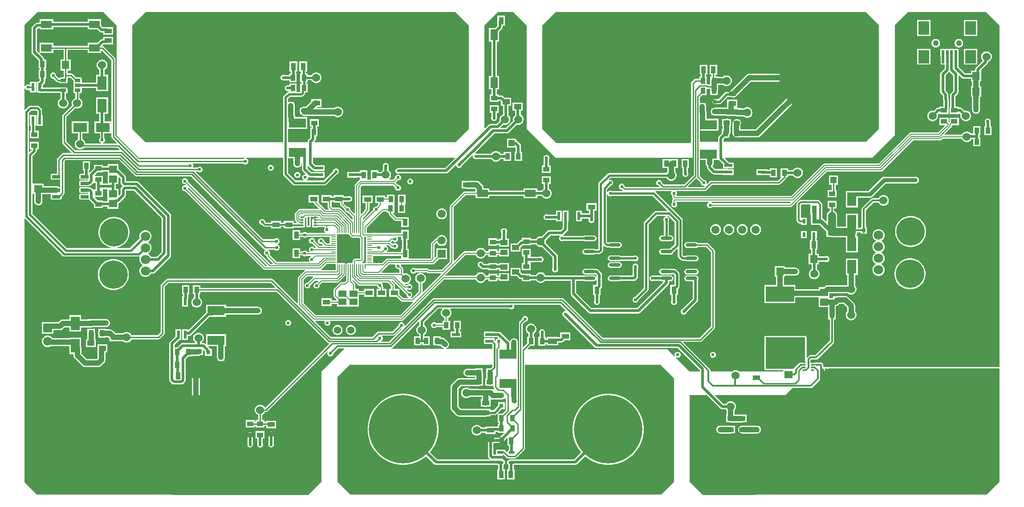
<source format=gtl>
G04*
G04 #@! TF.GenerationSoftware,Altium Limited,Altium Designer,24.2.2 (26)*
G04*
G04 Layer_Physical_Order=1*
G04 Layer_Color=255*
%FSLAX25Y25*%
%MOIN*%
G70*
G04*
G04 #@! TF.SameCoordinates,E85AF581-5EDA-4222-B011-A7CF2EBE2122*
G04*
G04*
G04 #@! TF.FilePolarity,Positive*
G04*
G01*
G75*
%ADD11C,0.01575*%
%ADD12C,0.02362*%
%ADD14C,0.00787*%
%ADD15C,0.01968*%
%ADD17C,0.01000*%
%ADD20C,0.00197*%
%ADD24R,0.04724X0.03543*%
%ADD26R,0.01480X0.05764*%
G04:AMPARAMS|DCode=27|XSize=57.64mil|YSize=14.8mil|CornerRadius=7.4mil|HoleSize=0mil|Usage=FLASHONLY|Rotation=90.000|XOffset=0mil|YOffset=0mil|HoleType=Round|Shape=RoundedRectangle|*
%AMROUNDEDRECTD27*
21,1,0.05764,0.00000,0,0,90.0*
21,1,0.04284,0.01480,0,0,90.0*
1,1,0.01480,0.00000,0.02142*
1,1,0.01480,0.00000,-0.02142*
1,1,0.01480,0.00000,-0.02142*
1,1,0.01480,0.00000,0.02142*
%
%ADD27ROUNDEDRECTD27*%
%ADD28R,0.03543X0.04724*%
%ADD29R,0.05512X0.03740*%
%ADD32R,0.03740X0.05512*%
%ADD35R,0.05727X0.06127*%
G04:AMPARAMS|DCode=41|XSize=47.45mil|YSize=20.95mil|CornerRadius=10.48mil|HoleSize=0mil|Usage=FLASHONLY|Rotation=0.000|XOffset=0mil|YOffset=0mil|HoleType=Round|Shape=RoundedRectangle|*
%AMROUNDEDRECTD41*
21,1,0.04745,0.00000,0,0,0.0*
21,1,0.02650,0.02095,0,0,0.0*
1,1,0.02095,0.01325,0.00000*
1,1,0.02095,-0.01325,0.00000*
1,1,0.02095,-0.01325,0.00000*
1,1,0.02095,0.01325,0.00000*
%
%ADD41ROUNDEDRECTD41*%
%ADD42R,0.04745X0.02095*%
%ADD44R,0.06890X0.10433*%
%ADD46R,0.02362X0.06102*%
%ADD47R,0.06127X0.05727*%
%ADD52R,0.03150X0.03150*%
%ADD54R,0.02362X0.09843*%
%ADD55R,0.07874X0.09843*%
G04:AMPARAMS|DCode=58|XSize=61.02mil|YSize=23.62mil|CornerRadius=2.01mil|HoleSize=0mil|Usage=FLASHONLY|Rotation=0.000|XOffset=0mil|YOffset=0mil|HoleType=Round|Shape=RoundedRectangle|*
%AMROUNDEDRECTD58*
21,1,0.06102,0.01961,0,0,0.0*
21,1,0.05701,0.02362,0,0,0.0*
1,1,0.00402,0.02850,-0.00980*
1,1,0.00402,-0.02850,-0.00980*
1,1,0.00402,-0.02850,0.00980*
1,1,0.00402,0.02850,0.00980*
%
%ADD58ROUNDEDRECTD58*%
%ADD59R,0.10433X0.06890*%
G04:AMPARAMS|DCode=60|XSize=43.31mil|YSize=23.62mil|CornerRadius=2.01mil|HoleSize=0mil|Usage=FLASHONLY|Rotation=0.000|XOffset=0mil|YOffset=0mil|HoleType=Round|Shape=RoundedRectangle|*
%AMROUNDEDRECTD60*
21,1,0.04331,0.01961,0,0,0.0*
21,1,0.03929,0.02362,0,0,0.0*
1,1,0.00402,0.01965,-0.00980*
1,1,0.00402,-0.01965,-0.00980*
1,1,0.00402,-0.01965,0.00980*
1,1,0.00402,0.01965,0.00980*
%
%ADD60ROUNDEDRECTD60*%
%ADD73R,0.05906X0.04724*%
%ADD75R,0.01181X0.06693*%
%ADD80C,0.07087*%
%ADD82R,0.06102X0.06102*%
%ADD83C,0.06102*%
%ADD84R,0.05469X0.05469*%
%ADD85C,0.05469*%
%ADD91C,0.04331*%
%ADD93C,0.06000*%
%ADD94R,0.05512X0.03937*%
%ADD95R,0.04724X0.04724*%
%ADD96R,0.02362X0.03347*%
%ADD97R,0.21260X0.11417*%
%ADD98O,0.08661X0.02362*%
%ADD99R,0.05984X0.02402*%
%ADD100R,0.06693X0.04134*%
%ADD101R,0.12992X0.07087*%
%ADD102R,0.08268X0.05512*%
%ADD103R,0.01870X0.01181*%
%ADD104R,0.02362X0.01181*%
G04:AMPARAMS|DCode=105|XSize=7.87mil|YSize=34.45mil|CornerRadius=0.98mil|HoleSize=0mil|Usage=FLASHONLY|Rotation=0.000|XOffset=0mil|YOffset=0mil|HoleType=Round|Shape=RoundedRectangle|*
%AMROUNDEDRECTD105*
21,1,0.00787,0.03248,0,0,0.0*
21,1,0.00591,0.03445,0,0,0.0*
1,1,0.00197,0.00295,-0.01624*
1,1,0.00197,-0.00295,-0.01624*
1,1,0.00197,-0.00295,0.01624*
1,1,0.00197,0.00295,0.01624*
%
%ADD105ROUNDEDRECTD105*%
%ADD106R,0.12205X0.12205*%
G04:AMPARAMS|DCode=107|XSize=34.45mil|YSize=7.87mil|CornerRadius=0.98mil|HoleSize=0mil|Usage=FLASHONLY|Rotation=0.000|XOffset=0mil|YOffset=0mil|HoleType=Round|Shape=RoundedRectangle|*
%AMROUNDEDRECTD107*
21,1,0.03445,0.00591,0,0,0.0*
21,1,0.03248,0.00787,0,0,0.0*
1,1,0.00197,0.01624,-0.00295*
1,1,0.00197,-0.01624,-0.00295*
1,1,0.00197,-0.01624,0.00295*
1,1,0.00197,0.01624,0.00295*
%
%ADD107ROUNDEDRECTD107*%
%ADD108R,0.02402X0.05984*%
%ADD109R,0.02756X0.02953*%
%ADD110R,0.05512X0.08268*%
%ADD111C,0.01181*%
%ADD112C,0.03937*%
%ADD113C,0.05906*%
%ADD114C,0.03150*%
%ADD115C,0.03543*%
%ADD116C,0.05118*%
%ADD117C,0.02000*%
%ADD118C,0.21260*%
%ADD119C,0.51181*%
%ADD120C,0.06693*%
%ADD121R,0.06693X0.06693*%
%ADD122R,0.06102X0.06102*%
%ADD123C,0.02402*%
G36*
X685376Y745850D02*
X685377Y663127D01*
X702138Y646366D01*
X780986D01*
X781086Y645866D01*
X780568Y645651D01*
X780231Y645315D01*
X702061D01*
X684628Y662748D01*
Y720303D01*
X684512Y720889D01*
X684180Y721385D01*
X675828Y729737D01*
X675332Y730068D01*
X675043Y730126D01*
X674879Y730668D01*
X675573Y731363D01*
X678323D01*
X678518Y731401D01*
X682964D01*
Y737142D01*
X675453D01*
Y735409D01*
X674735D01*
X673961Y735255D01*
X673305Y734816D01*
X671086Y732598D01*
X663680D01*
Y730371D01*
X638121D01*
Y732598D01*
X627853D01*
Y725568D01*
X627853Y725212D01*
X627410Y724948D01*
X625881Y726477D01*
Y742820D01*
X626738Y743677D01*
X627853D01*
Y742802D01*
X638121D01*
Y744535D01*
X663680D01*
Y742802D01*
X671086D01*
X672878Y741010D01*
X673535Y740572D01*
X674309Y740418D01*
X675453D01*
Y738685D01*
X682964D01*
Y744425D01*
X678518D01*
X678323Y744464D01*
X675147D01*
X673947Y745663D01*
Y750314D01*
X663680D01*
Y748581D01*
X638121D01*
Y750314D01*
X627853D01*
Y747723D01*
X625900D01*
X625126Y747569D01*
X624470Y747131D01*
X622428Y745089D01*
X621989Y744432D01*
X621835Y743658D01*
Y725639D01*
X621989Y724864D01*
X622428Y724208D01*
X627192Y719444D01*
Y717487D01*
X627231Y717292D01*
Y713338D01*
X627979D01*
Y712440D01*
X627231D01*
Y705715D01*
X627979D01*
Y704392D01*
X626901Y703314D01*
X625636D01*
Y695330D01*
X627312D01*
X627561Y695164D01*
X628335Y695010D01*
X643020D01*
X643152Y694921D01*
X643469Y694858D01*
Y690865D01*
X642942Y690562D01*
X642198Y689817D01*
X641671Y688905D01*
X641398Y687887D01*
Y686834D01*
X641671Y685817D01*
X642198Y684905D01*
X642942Y684160D01*
X643855Y683633D01*
X644872Y683361D01*
X645925D01*
X646943Y683633D01*
X647855Y684160D01*
X648599Y684905D01*
X649126Y685817D01*
X649399Y686834D01*
Y687887D01*
X649126Y688905D01*
X648599Y689817D01*
X647855Y690562D01*
X647515Y690758D01*
Y694828D01*
X647550D01*
X648018Y694921D01*
X648415Y695187D01*
X648681Y695584D01*
X648774Y696053D01*
Y698013D01*
X648681Y698482D01*
X648415Y698879D01*
X648018Y699144D01*
X647550Y699237D01*
X643621D01*
X643152Y699144D01*
X643020Y699056D01*
X630402D01*
X630077Y699539D01*
Y700768D01*
X631433Y702124D01*
X631872Y702780D01*
X632025Y703554D01*
Y705715D01*
X632774D01*
Y712440D01*
X632025D01*
Y713338D01*
X632774D01*
Y720062D01*
X631238D01*
Y720282D01*
X631084Y721056D01*
X630646Y721712D01*
X627715Y724643D01*
X627979Y725086D01*
X628300Y725086D01*
X638121D01*
Y727312D01*
X645726D01*
Y720054D01*
X643392D01*
Y711927D01*
X645726D01*
Y706718D01*
X643621D01*
X643152Y706625D01*
X642755Y706359D01*
X642703Y706282D01*
X642110Y706234D01*
X640273Y708072D01*
Y708548D01*
X639938Y709356D01*
X639319Y709975D01*
X638510Y710311D01*
X637634D01*
X636825Y709975D01*
X636206Y709356D01*
X635871Y708548D01*
Y707672D01*
X636206Y706863D01*
X636825Y706244D01*
X637634Y705909D01*
X638110D01*
X640587Y703432D01*
X641083Y703100D01*
X641669Y702984D01*
X642543D01*
X642755Y702667D01*
X643152Y702402D01*
X643621Y702309D01*
X647550D01*
X648018Y702402D01*
X648415Y702667D01*
X648681Y703064D01*
X648774Y703533D01*
Y705146D01*
X648785Y705199D01*
Y706580D01*
X651000D01*
X653026Y704555D01*
Y703533D01*
X653119Y703064D01*
X653129Y703050D01*
X653370Y702643D01*
X653129Y702237D01*
X653119Y702222D01*
X653026Y701753D01*
Y699793D01*
X653119Y699324D01*
X653129Y699309D01*
X653370Y698903D01*
X653129Y698496D01*
X653119Y698482D01*
X653026Y698013D01*
Y696053D01*
X653119Y695584D01*
X653385Y695187D01*
X653782Y694921D01*
X654250Y694828D01*
X654571D01*
Y691123D01*
X654443Y691088D01*
X653531Y690562D01*
X652786Y689817D01*
X652259Y688905D01*
X651987Y687887D01*
Y686834D01*
X652259Y685817D01*
X652267Y685804D01*
X645215Y678752D01*
X644883Y678256D01*
X644767Y677670D01*
Y658005D01*
X644883Y657419D01*
X645215Y656923D01*
X651647Y650491D01*
X651456Y650029D01*
X645622D01*
X645036Y649912D01*
X644540Y649581D01*
X641137Y646178D01*
X640806Y645682D01*
X640689Y645096D01*
Y634405D01*
X637420D01*
X636951Y634311D01*
X636554Y634046D01*
X636289Y633649D01*
X636195Y633180D01*
Y631220D01*
X636289Y630751D01*
X636554Y630354D01*
X636951Y630089D01*
X637420Y629995D01*
X643120D01*
X643292Y629855D01*
Y624545D01*
X643120Y624405D01*
X642273D01*
X641767Y624793D01*
X641045Y625092D01*
X640270Y625194D01*
X630963D01*
Y627061D01*
X622856D01*
X622837Y627061D01*
X622356Y627108D01*
Y647744D01*
X625189Y650577D01*
X625189Y650577D01*
X625584Y651168D01*
X625723Y651865D01*
X625723Y651865D01*
Y652795D01*
X627262D01*
Y658338D01*
X620538D01*
Y652795D01*
X621545D01*
X621752Y652294D01*
X620244Y650786D01*
X619781Y650977D01*
Y679941D01*
X621690Y681850D01*
X625423D01*
X626015Y681258D01*
Y678314D01*
X625636D01*
Y670330D01*
X630038D01*
Y678314D01*
X629660D01*
Y682013D01*
X629660Y682013D01*
X629521Y682710D01*
X629126Y683301D01*
X629126Y683301D01*
X627466Y684961D01*
X626875Y685356D01*
X626178Y685495D01*
X626177Y685495D01*
X620935D01*
X620935Y685495D01*
X620238Y685356D01*
X619647Y684961D01*
X619647Y684961D01*
X616930Y682244D01*
X616430Y682451D01*
Y698566D01*
X616930Y698665D01*
X617174Y698075D01*
X617793Y697456D01*
X618602Y697121D01*
X619478D01*
X620136Y697394D01*
X620540Y697199D01*
X620636Y697101D01*
Y695330D01*
X625038D01*
Y703314D01*
X620636D01*
Y701543D01*
X620540Y701445D01*
X620136Y701250D01*
X619478Y701523D01*
X618602D01*
X617793Y701188D01*
X617174Y700569D01*
X616930Y699979D01*
X616430Y700078D01*
Y745850D01*
X626297Y755717D01*
X675509Y755717D01*
X685376Y745850D01*
D02*
G37*
G36*
X939258Y755692D02*
X949156Y745794D01*
Y668156D01*
X939022Y658022D01*
X938867Y658177D01*
X833791D01*
X833599Y658639D01*
X834096Y659136D01*
X834535Y659792D01*
X834689Y660566D01*
Y662338D01*
X835922D01*
Y669062D01*
X835419D01*
Y669795D01*
X837004D01*
Y675338D01*
X830280D01*
Y669795D01*
X831373D01*
Y669062D01*
X830379D01*
Y662338D01*
X830642D01*
Y661404D01*
X828966Y659728D01*
X828528Y659072D01*
X828374Y658297D01*
Y658177D01*
X813774D01*
Y668043D01*
X828322D01*
Y677130D01*
X819291D01*
X819191Y677889D01*
X818899Y678594D01*
Y685377D01*
X818797Y686152D01*
X818497Y686874D01*
X818479Y686898D01*
Y687952D01*
X817425D01*
X817402Y687970D01*
X816679Y688269D01*
X815905Y688371D01*
X815130Y688269D01*
X814407Y687970D01*
X814384Y687952D01*
X813774D01*
Y690844D01*
X815157Y692227D01*
X823791D01*
X823791Y692226D01*
X824488Y692365D01*
X825079Y692760D01*
X826233Y693913D01*
X826233Y693913D01*
X826628Y694505D01*
X826766Y695202D01*
Y695338D01*
X828503D01*
Y702062D01*
X827554D01*
Y703117D01*
X828503D01*
Y704657D01*
X831328D01*
X831694Y704024D01*
X832438Y703279D01*
X833351Y702752D01*
X834368Y702480D01*
X835421D01*
X836438Y702752D01*
X837351Y703279D01*
X838095Y704024D01*
X838622Y704936D01*
X838894Y705953D01*
Y707006D01*
X838622Y708024D01*
X838095Y708936D01*
X837351Y709680D01*
X836438Y710207D01*
X835421Y710479D01*
X834368D01*
X833351Y710207D01*
X832438Y709680D01*
X831694Y708936D01*
X831328Y708302D01*
X828503D01*
Y709842D01*
X827267D01*
Y711144D01*
X828027D01*
Y718656D01*
X822287D01*
Y711144D01*
X823622D01*
Y709842D01*
X822960D01*
Y703117D01*
X823909D01*
Y702062D01*
X822960D01*
Y695871D01*
X820235D01*
Y702062D01*
X814692D01*
Y701136D01*
X814192Y700831D01*
X814023Y700901D01*
X813147D01*
X812339Y700566D01*
X811719Y699947D01*
X811384Y699138D01*
Y698262D01*
X811719Y697453D01*
X812339Y696834D01*
X813147Y696499D01*
X814023D01*
X814359Y696097D01*
X814398Y695893D01*
X814382Y695867D01*
X813705Y695733D01*
X813113Y695337D01*
X813113Y695337D01*
X810663Y692887D01*
X810268Y692296D01*
X810129Y691599D01*
X810129Y691599D01*
Y658177D01*
X807479D01*
X806990Y658224D01*
X806519Y658177D01*
X806506D01*
Y658177D01*
X707030D01*
X697187Y668019D01*
Y745850D01*
X707030Y755692D01*
X939258D01*
Y755692D01*
D02*
G37*
G36*
X1256243Y745794D02*
Y668156D01*
X1246511Y658424D01*
X1139923D01*
Y660362D01*
X1140899Y661338D01*
X1144172D01*
Y663434D01*
X1144395Y663657D01*
X1144870Y664277D01*
X1145170Y664999D01*
X1145272Y665774D01*
Y669960D01*
X1145640D01*
Y675503D01*
X1143343D01*
X1143052Y675624D01*
X1142278Y675726D01*
X1141503Y675624D01*
X1141212Y675503D01*
X1138915D01*
Y669960D01*
X1139283D01*
Y668062D01*
X1138628D01*
Y665963D01*
X1138508Y665672D01*
X1138406Y664897D01*
Y664700D01*
X1138421Y664582D01*
X1136469Y662631D01*
X1136031Y661974D01*
X1135877Y661200D01*
Y658424D01*
X1122136D01*
Y666699D01*
X1136083D01*
Y675786D01*
X1127053D01*
Y680691D01*
X1126951Y681466D01*
X1126856Y681695D01*
Y684700D01*
X1126754Y685475D01*
X1126455Y686197D01*
X1126437Y686221D01*
Y687275D01*
X1125383D01*
X1125359Y687293D01*
X1124637Y687592D01*
X1123862Y687694D01*
X1123087Y687592D01*
X1122636Y687405D01*
X1122136Y687717D01*
Y691630D01*
X1123844Y693338D01*
X1127224D01*
Y697946D01*
X1127611Y698263D01*
X1127724Y698241D01*
X1129726D01*
Y696700D01*
X1129828Y695925D01*
X1129949Y695634D01*
Y693338D01*
X1135492D01*
Y695634D01*
X1135613Y695925D01*
X1135715Y696700D01*
Y701227D01*
X1139397D01*
X1139583Y701041D01*
X1140495Y700514D01*
X1141512Y700242D01*
X1142565D01*
X1143583Y700514D01*
X1144495Y701041D01*
X1145240Y701786D01*
X1145766Y702698D01*
X1146039Y703715D01*
Y704768D01*
X1145766Y705786D01*
X1145240Y706698D01*
X1144495Y707443D01*
X1143583Y707969D01*
X1142565Y708242D01*
X1141512D01*
X1140495Y707969D01*
X1139583Y707443D01*
X1139355Y707215D01*
X1135492D01*
Y707562D01*
X1133758D01*
Y708644D01*
X1135098D01*
Y716156D01*
X1129358D01*
Y708644D01*
X1130699D01*
Y707562D01*
X1129949D01*
Y705266D01*
X1129828Y704975D01*
X1129726Y704200D01*
Y701300D01*
X1128357D01*
X1128226Y701431D01*
X1127730Y701763D01*
X1127224Y701863D01*
Y707562D01*
X1126722D01*
Y708644D01*
X1127815D01*
Y716156D01*
X1122075D01*
Y708644D01*
X1122676D01*
Y707562D01*
X1121681D01*
Y705729D01*
X1118977D01*
X1118392Y705613D01*
X1117896Y705281D01*
X1115950Y703336D01*
X1115619Y702839D01*
X1115502Y702254D01*
Y658330D01*
X1114689Y657517D01*
X1014777D01*
X1004274Y668019D01*
Y745850D01*
X1014117Y755692D01*
X1246344D01*
X1256243Y745794D01*
D02*
G37*
G36*
X663680Y725086D02*
X673947D01*
Y726585D01*
X674447Y726792D01*
X681569Y719670D01*
Y674051D01*
X681343Y673645D01*
X681069Y673645D01*
X676657D01*
Y679354D01*
X679079D01*
Y691787D01*
X670189D01*
Y679354D01*
X672611D01*
Y673645D01*
X668910D01*
Y664755D01*
X673012D01*
Y661191D01*
X672768Y660947D01*
X672433Y660138D01*
Y659262D01*
X672768Y658453D01*
X673388Y657834D01*
X673964Y657596D01*
X673865Y657096D01*
X662197D01*
Y657227D01*
X661925Y658244D01*
X661398Y659156D01*
X660653Y659901D01*
X659741Y660428D01*
X659727Y660431D01*
Y664755D01*
X664414D01*
Y673645D01*
X651981D01*
Y664755D01*
X656668D01*
Y660431D01*
X656653Y660428D01*
X655741Y659901D01*
X654996Y659156D01*
X654470Y658244D01*
X654197Y657227D01*
Y656173D01*
X654470Y655156D01*
X654996Y654244D01*
X655741Y653499D01*
X656653Y652973D01*
X657671Y652700D01*
X658724D01*
X659741Y652973D01*
X660653Y653499D01*
X661206Y654052D01*
X661283Y654037D01*
X686185D01*
X687731Y652491D01*
X687540Y652029D01*
X654435D01*
X647826Y658638D01*
Y677037D01*
X654430Y683641D01*
X654443Y683633D01*
X655460Y683361D01*
X656513D01*
X657530Y683633D01*
X658443Y684160D01*
X659187Y684905D01*
X659714Y685817D01*
X659987Y686834D01*
Y687887D01*
X659714Y688905D01*
X659187Y689817D01*
X658443Y690562D01*
X657630Y691031D01*
Y694828D01*
X658180D01*
X658648Y694921D01*
X659045Y695187D01*
X659311Y695584D01*
X659404Y696053D01*
Y698013D01*
X659357Y698250D01*
X659687Y698750D01*
X670189D01*
Y696283D01*
X679079D01*
Y708716D01*
X676657D01*
Y712540D01*
X677090Y712790D01*
X677835Y713535D01*
X678362Y714447D01*
X678634Y715464D01*
Y716517D01*
X678362Y717535D01*
X677835Y718447D01*
X677090Y719191D01*
X676178Y719718D01*
X675161Y719991D01*
X674108D01*
X673090Y719718D01*
X672178Y719191D01*
X671433Y718447D01*
X670907Y717535D01*
X670634Y716517D01*
Y715464D01*
X670907Y714447D01*
X671433Y713535D01*
X672178Y712790D01*
X672611Y712540D01*
Y708716D01*
X670189D01*
Y702796D01*
X659687D01*
X659357Y703296D01*
X659404Y703533D01*
Y705493D01*
X659311Y705962D01*
X659045Y706359D01*
X658648Y706625D01*
X658180Y706718D01*
X655189D01*
X652715Y709191D01*
X652219Y709523D01*
X651634Y709639D01*
X648785D01*
Y711927D01*
X651119D01*
Y720054D01*
X648785D01*
Y727312D01*
X663680D01*
Y725086D01*
D02*
G37*
G36*
X681069Y664755D02*
X681343Y664755D01*
X681569Y664349D01*
Y662114D01*
X681686Y661529D01*
X682017Y661033D01*
X685493Y657557D01*
X685301Y657096D01*
X675404D01*
X675305Y657596D01*
X675881Y657834D01*
X676500Y658453D01*
X676835Y659262D01*
Y660138D01*
X676500Y660947D01*
X676256Y661191D01*
Y664755D01*
X681069D01*
D02*
G37*
G36*
X1346511Y745794D02*
Y489352D01*
X1218944D01*
X1218930Y489349D01*
X1216727D01*
X1216571Y489380D01*
X1216414Y489349D01*
X1214919D01*
X1214466Y489662D01*
X1214423Y489707D01*
X1214436Y491341D01*
X1214436Y491343D01*
X1214436Y491345D01*
X1214399Y491538D01*
X1214362Y491732D01*
X1214361Y491733D01*
X1214360Y491736D01*
X1214252Y491899D01*
X1214144Y492064D01*
X1214142Y492065D01*
X1214141Y492067D01*
X1213789Y492422D01*
X1213787Y492424D01*
X1213786Y492425D01*
X1213621Y492535D01*
X1213459Y492645D01*
X1213457Y492645D01*
X1213455Y492646D01*
X1213262Y492685D01*
X1213069Y492724D01*
X1213067Y492724D01*
X1213065Y492724D01*
X1208586D01*
X1208411Y492689D01*
X1204974D01*
Y494442D01*
X1205621Y495089D01*
X1209317D01*
X1209937Y495213D01*
X1210463Y495565D01*
X1222156Y507257D01*
X1222507Y507783D01*
X1222631Y508404D01*
Y525190D01*
X1223781D01*
Y527486D01*
X1223901Y527777D01*
X1224003Y528552D01*
Y535205D01*
X1224450Y535264D01*
X1225173Y535563D01*
X1225793Y536039D01*
X1226395Y536642D01*
X1229806D01*
X1232406Y534042D01*
Y531215D01*
X1232199Y531008D01*
X1231673Y530096D01*
X1231400Y529079D01*
Y528025D01*
X1231673Y527008D01*
X1232199Y526096D01*
X1232944Y525351D01*
X1233856Y524825D01*
X1234873Y524552D01*
X1235927D01*
X1236944Y524825D01*
X1237856Y525351D01*
X1238601Y526096D01*
X1239128Y527008D01*
X1239400Y528025D01*
Y529079D01*
X1239128Y530096D01*
X1238601Y531008D01*
X1238394Y531215D01*
Y535282D01*
X1238292Y536057D01*
X1237993Y536779D01*
X1237517Y537399D01*
X1233164Y541753D01*
X1232543Y542229D01*
X1231821Y542528D01*
X1231046Y542630D01*
X1225155D01*
X1224380Y542528D01*
X1224089Y542407D01*
X1221990D01*
Y541150D01*
X1219333D01*
Y544909D01*
X1232737D01*
X1232944Y544703D01*
X1233856Y544176D01*
X1234873Y543903D01*
X1235927D01*
X1236944Y544176D01*
X1237856Y544703D01*
X1238601Y545447D01*
X1239128Y546359D01*
X1239400Y547377D01*
Y548430D01*
X1239128Y549447D01*
X1238644Y550284D01*
Y558419D01*
X1240345D01*
Y570852D01*
X1231455D01*
Y558419D01*
X1232656D01*
Y550898D01*
X1217928D01*
X1217153Y550796D01*
X1216431Y550496D01*
X1215810Y550021D01*
X1215099Y549309D01*
X1211207D01*
Y547842D01*
X1193644D01*
Y550959D01*
X1185009D01*
Y556937D01*
X1185878D01*
Y558006D01*
X1193322D01*
X1193564Y557974D01*
X1194339Y558076D01*
X1195061Y558375D01*
X1195681Y558851D01*
X1196157Y559471D01*
X1196456Y560193D01*
X1196558Y560968D01*
X1196456Y561743D01*
X1196157Y562465D01*
X1195681Y563085D01*
X1195649Y563117D01*
X1195029Y563593D01*
X1194307Y563892D01*
X1193532Y563994D01*
X1185878D01*
Y565063D01*
X1178151D01*
Y556937D01*
X1179020D01*
Y550959D01*
X1170385D01*
Y537542D01*
X1193644D01*
Y541854D01*
X1211207D01*
Y534293D01*
X1218015D01*
Y528552D01*
X1218117Y527777D01*
X1218237Y527486D01*
Y525190D01*
X1219387D01*
Y509075D01*
X1208645Y498333D01*
X1204949D01*
X1204329Y498209D01*
X1203802Y497858D01*
X1202509Y496565D01*
X1202009Y496772D01*
Y511700D01*
X1201932Y512090D01*
X1201711Y512421D01*
X1201380Y512642D01*
X1200990Y512720D01*
X1193644D01*
Y512770D01*
X1170385D01*
Y511720D01*
X1170380Y511700D01*
Y487949D01*
X1170458Y487559D01*
X1170679Y487228D01*
X1171010Y487007D01*
X1171400Y486929D01*
X1184412D01*
Y486052D01*
X1151527D01*
X1151379Y486201D01*
X1150467Y486728D01*
X1149449Y487000D01*
X1148396D01*
X1147379Y486728D01*
X1146467Y486201D01*
X1146318Y486052D01*
X1130208D01*
Y486762D01*
X1130085Y487383D01*
X1129733Y487909D01*
X1109774Y507868D01*
X1109965Y508330D01*
X1122560D01*
X1123145Y508447D01*
X1123641Y508778D01*
X1132981Y518119D01*
X1133313Y518615D01*
X1133429Y519200D01*
Y576502D01*
X1133313Y577087D01*
X1132981Y577583D01*
X1128515Y582050D01*
X1128019Y582381D01*
X1127433Y582498D01*
X1120683D01*
X1120654Y582541D01*
X1119932Y583023D01*
X1119081Y583192D01*
X1112782D01*
X1111931Y583023D01*
X1111209Y582541D01*
X1110727Y581819D01*
X1110558Y580968D01*
X1110727Y580117D01*
X1111209Y579396D01*
X1111931Y578914D01*
X1112782Y578744D01*
X1119081D01*
X1119932Y578914D01*
X1120654Y579396D01*
X1120683Y579439D01*
X1126800D01*
X1130371Y575868D01*
Y519834D01*
X1121926Y511389D01*
X1049511D01*
X1020150Y540750D01*
X1019654Y541081D01*
X1019068Y541198D01*
X922804D01*
X922219Y541081D01*
X921722Y540750D01*
X901360Y520388D01*
X900877Y520612D01*
Y521304D01*
X900542Y522112D01*
X899923Y522731D01*
X899114Y523067D01*
X898238D01*
X897430Y522731D01*
X896811Y522112D01*
X896475Y521304D01*
Y520828D01*
X891731Y516084D01*
X881525D01*
X880939Y515967D01*
X880443Y515636D01*
X876848Y512041D01*
X845850D01*
X834210Y523681D01*
X834401Y524143D01*
X841158D01*
X841393Y523643D01*
X841115Y522972D01*
Y522097D01*
X841450Y521288D01*
X842069Y520669D01*
X842878Y520334D01*
X843754D01*
X844562Y520669D01*
X845181Y521288D01*
X845516Y522097D01*
Y522972D01*
X845239Y523643D01*
X845473Y524143D01*
X899044D01*
X899588Y524251D01*
X900049Y524559D01*
X930620Y555130D01*
X954288D01*
X954321Y555007D01*
X954847Y554095D01*
X955592Y553351D01*
X956504Y552824D01*
X957522Y552551D01*
X958575D01*
X959592Y552824D01*
X960504Y553351D01*
X961249Y554095D01*
X961775Y555007D01*
X961808Y555130D01*
X963831D01*
Y553780D01*
X970555D01*
Y555130D01*
X971736D01*
Y553977D01*
X979248D01*
Y559914D01*
X971736D01*
Y557972D01*
X970555D01*
Y559323D01*
X963831D01*
Y557972D01*
X961808D01*
X961775Y558095D01*
X961249Y559007D01*
X960504Y559752D01*
X959592Y560279D01*
X958575Y560551D01*
X957522D01*
X956504Y560279D01*
X955592Y559752D01*
X954847Y559007D01*
X954321Y558095D01*
X954288Y557972D01*
X931851D01*
X931660Y558434D01*
X946696Y573470D01*
X954288D01*
X954321Y573348D01*
X954847Y572435D01*
X955592Y571691D01*
X956504Y571164D01*
X957522Y570892D01*
X958575D01*
X959592Y571164D01*
X960504Y571691D01*
X961249Y572435D01*
X961775Y573348D01*
X961808Y573470D01*
X963789D01*
Y572120D01*
X970513D01*
Y573470D01*
X971736D01*
Y572317D01*
X979248D01*
Y578254D01*
X971736D01*
Y576312D01*
X970513D01*
Y577663D01*
X963789D01*
Y576312D01*
X961808D01*
X961775Y576435D01*
X961249Y577348D01*
X960504Y578092D01*
X959592Y578619D01*
X958575Y578892D01*
X957522D01*
X956504Y578619D01*
X955592Y578092D01*
X954847Y577348D01*
X954321Y576435D01*
X954288Y576312D01*
X946107D01*
X945564Y576204D01*
X945103Y575896D01*
X938283Y569076D01*
X937821Y569268D01*
Y609432D01*
X946696Y618307D01*
X954292D01*
Y615972D01*
X964560D01*
Y617704D01*
X990119D01*
Y615972D01*
X1000387D01*
Y617704D01*
X1003823D01*
X1004073Y617272D01*
X1004818Y616527D01*
X1005730Y616000D01*
X1006748Y615728D01*
X1007801D01*
X1008818Y616000D01*
X1009730Y616527D01*
X1010475Y617272D01*
X1011001Y618184D01*
X1011274Y619201D01*
Y620254D01*
X1011001Y621272D01*
X1010475Y622184D01*
X1009730Y622928D01*
X1009297Y623178D01*
Y626877D01*
X1010636D01*
Y632420D01*
X1003912D01*
Y626877D01*
X1005251D01*
Y623178D01*
X1004818Y622928D01*
X1004073Y622184D01*
X1003823Y621751D01*
X1000387D01*
Y623484D01*
X990119D01*
Y621751D01*
X964560D01*
Y623484D01*
X960308D01*
Y623910D01*
X960206Y624685D01*
X960031Y625108D01*
X959907Y625407D01*
X959431Y626027D01*
X957125Y628334D01*
X956505Y628810D01*
X955783Y629109D01*
X955008Y629211D01*
X947600D01*
X946825Y629109D01*
X946772Y629087D01*
X943844D01*
Y623347D01*
X946772D01*
X946825Y623324D01*
X947600Y623222D01*
X953768D01*
X954292Y622698D01*
Y621149D01*
X946107D01*
X945564Y621040D01*
X945103Y620732D01*
X935395Y611025D01*
X935087Y610564D01*
X934979Y610020D01*
Y568571D01*
X928907Y562499D01*
X919764D01*
X919364Y562899D01*
X918903Y563207D01*
X918359Y563315D01*
X909033D01*
X908848Y563500D01*
X908039Y563835D01*
X907164D01*
X906355Y563500D01*
X905736Y562881D01*
X905401Y562072D01*
Y561196D01*
X905736Y560387D01*
X906355Y559768D01*
X907164Y559433D01*
X908039D01*
X908848Y559768D01*
X909467Y560387D01*
X909503Y560473D01*
X917770D01*
X918170Y560073D01*
X918631Y559765D01*
X919175Y559657D01*
X928210D01*
X928401Y559195D01*
X914936Y545730D01*
X914436Y545937D01*
Y552176D01*
X914559Y552209D01*
X915471Y552736D01*
X916216Y553480D01*
X916742Y554392D01*
X917015Y555410D01*
Y556463D01*
X916742Y557480D01*
X916216Y558392D01*
X915471Y559137D01*
X914559Y559664D01*
X913542Y559936D01*
X912488D01*
X911471Y559664D01*
X910559Y559137D01*
X909814Y558392D01*
X909288Y557480D01*
X909015Y556463D01*
Y555410D01*
X909288Y554392D01*
X909814Y553480D01*
X910559Y552736D01*
X911471Y552209D01*
X911594Y552176D01*
Y546159D01*
X906619Y541185D01*
X905777D01*
X905677Y541685D01*
X906040Y541835D01*
X906659Y542454D01*
X906994Y543263D01*
Y544138D01*
X906659Y544947D01*
X906040Y545566D01*
X905231Y545901D01*
X904356D01*
X904354Y545901D01*
X902965Y547290D01*
X903133Y547829D01*
X903279Y547856D01*
X903501Y547633D01*
X904310Y547298D01*
X905185D01*
X905994Y547633D01*
X906613Y548252D01*
X906948Y549061D01*
Y549937D01*
X906613Y550746D01*
X905994Y551365D01*
X905185Y551700D01*
X904310D01*
X903501Y551365D01*
X903056Y550920D01*
X901746D01*
X901567Y551154D01*
X901814Y551654D01*
X902352D01*
X903370Y551927D01*
X904282Y552454D01*
X905027Y553198D01*
X905553Y554110D01*
X905826Y555128D01*
Y556181D01*
X905553Y557198D01*
X905027Y558110D01*
X904282Y558855D01*
X903370Y559382D01*
X902352Y559654D01*
X901299D01*
X900597Y559466D01*
X900098Y559822D01*
X900097Y559823D01*
Y562634D01*
X899989Y563178D01*
X899681Y563639D01*
X898499Y564821D01*
Y565588D01*
X898366Y565907D01*
X898644Y566323D01*
X922295D01*
X922839Y566431D01*
X923300Y566740D01*
X926848Y570287D01*
X932941D01*
Y578390D01*
X924838D01*
Y572297D01*
X924022Y571480D01*
X923560Y571672D01*
Y581115D01*
X924862Y582418D01*
X925358Y582353D01*
X925648Y581851D01*
X926402Y581097D01*
X927326Y580563D01*
X928356Y580287D01*
X929423D01*
X930453Y580563D01*
X931377Y581097D01*
X932131Y581851D01*
X932664Y582775D01*
X932941Y583805D01*
Y584872D01*
X932664Y585902D01*
X932131Y586826D01*
X931377Y587580D01*
X930453Y588114D01*
X929423Y588390D01*
X928356D01*
X927326Y588114D01*
X926402Y587580D01*
X925648Y586826D01*
X925114Y585902D01*
X925076Y585759D01*
X924774D01*
X924774Y585759D01*
X924230Y585651D01*
X923769Y585343D01*
X921134Y582709D01*
X920826Y582248D01*
X920718Y581704D01*
Y571208D01*
X920250Y570740D01*
X904271D01*
Y578094D01*
X903276D01*
Y580558D01*
X903454Y580987D01*
Y581863D01*
X903276Y582292D01*
Y584756D01*
X904271D01*
Y592268D01*
X898531D01*
Y589933D01*
X873103D01*
X872904Y590175D01*
Y591770D01*
X872910Y591799D01*
Y593848D01*
X884996Y605934D01*
X887810D01*
Y605038D01*
X889161D01*
Y604478D01*
X889269Y603934D01*
X889577Y603473D01*
X893583Y599467D01*
X894044Y599159D01*
X894588Y599051D01*
X898531D01*
Y594354D01*
X904271D01*
Y601865D01*
X900062D01*
X899924Y601893D01*
X895176D01*
X892493Y604576D01*
X892684Y605038D01*
X893354D01*
Y611762D01*
X893354Y611762D01*
X893470Y612140D01*
X893470D01*
X893470Y612214D01*
Y618864D01*
X887927D01*
Y616923D01*
X886636D01*
Y618075D01*
X879124D01*
Y612335D01*
X881459D01*
Y611390D01*
X879922Y609854D01*
X879293D01*
X878484Y609518D01*
X877865Y608899D01*
X877530Y608090D01*
Y607462D01*
X870222Y600153D01*
X869760Y600345D01*
Y601182D01*
X872828Y604251D01*
X873137Y604712D01*
X873237Y605216D01*
X874451Y606430D01*
X874759Y606891D01*
X874867Y607435D01*
X874832Y607613D01*
Y612337D01*
X875636D01*
X875773Y612310D01*
X875910Y612337D01*
X877167D01*
Y613593D01*
X877194Y613731D01*
X877167Y613868D01*
Y618077D01*
X869655D01*
Y612337D01*
X871990D01*
Y607988D01*
X870819Y606817D01*
X870511Y606356D01*
X870411Y605852D01*
X868647Y604089D01*
X868185Y604280D01*
Y624520D01*
X869255Y625590D01*
X892552D01*
X893987Y624155D01*
Y623526D01*
X894322Y622717D01*
X894942Y622098D01*
X895751Y621763D01*
X896626D01*
X897435Y622098D01*
X898054Y622717D01*
X898389Y623526D01*
Y624402D01*
X898054Y625211D01*
X897435Y625830D01*
X896626Y626165D01*
X895997D01*
X894363Y627799D01*
X895997Y629432D01*
X896626D01*
X897435Y629767D01*
X898054Y630386D01*
X898389Y631195D01*
Y632071D01*
X898054Y632880D01*
X897435Y633499D01*
X896626Y633834D01*
X895751D01*
X894942Y633499D01*
X894322Y632880D01*
X893987Y632071D01*
Y631442D01*
X892552Y630007D01*
X889549D01*
X889477Y630276D01*
X889456Y630507D01*
X890168Y631219D01*
X890695Y632132D01*
X890967Y633149D01*
Y634202D01*
X890695Y635219D01*
X890168Y636132D01*
X889424Y636876D01*
X889014Y637113D01*
Y639465D01*
X889215Y639950D01*
Y640826D01*
X888880Y641635D01*
X888261Y642254D01*
X887452Y642589D01*
X886576D01*
X885767Y642254D01*
X885148Y641635D01*
X884813Y640826D01*
Y639950D01*
X884968Y639577D01*
Y637140D01*
X884511Y636876D01*
X883767Y636132D01*
X883486Y635646D01*
X881399D01*
Y636933D01*
X875856D01*
Y630208D01*
X875439Y630007D01*
X873548D01*
X873131Y630208D01*
X873131Y630507D01*
Y636933D01*
X867588D01*
Y635646D01*
X866276D01*
Y635876D01*
X858292D01*
Y631475D01*
X866276D01*
Y631600D01*
X867588D01*
X867588Y630376D01*
X867520Y630100D01*
X867340Y629811D01*
X867010Y629591D01*
X864185Y626766D01*
X863877Y626305D01*
X863768Y625761D01*
Y604898D01*
X863307Y604707D01*
X860646Y607367D01*
Y607996D01*
X860311Y608805D01*
X859692Y609424D01*
X858883Y609759D01*
X858008D01*
X857979Y609747D01*
X855536Y612190D01*
Y613479D01*
X858774D01*
X859203Y613302D01*
X860079D01*
X860887Y613637D01*
X861506Y614256D01*
X861841Y615064D01*
Y615940D01*
X861506Y616749D01*
X860887Y617368D01*
X860079Y617703D01*
X859203D01*
X858774Y617525D01*
X855508D01*
Y618372D01*
X847997D01*
Y617524D01*
X846376D01*
Y618371D01*
X838865D01*
Y612630D01*
X843562D01*
Y609264D01*
X843670Y608720D01*
X843978Y608259D01*
X844371Y607866D01*
X844179Y607405D01*
X841945D01*
X837086Y612263D01*
X836808Y612632D01*
X836808D01*
X836808Y612632D01*
Y618372D01*
X829296D01*
Y612632D01*
X833062D01*
X833115Y612369D01*
X833422Y611908D01*
X836873Y608457D01*
X836682Y607995D01*
X822475D01*
X821931Y607887D01*
X821470Y607579D01*
X819382Y605491D01*
X819075Y605030D01*
X818966Y604486D01*
Y599921D01*
X819075Y599377D01*
X819382Y598916D01*
X820467Y597831D01*
X820276Y597369D01*
X818158D01*
Y599110D01*
X810646D01*
Y597861D01*
X808608D01*
Y599110D01*
X801096D01*
Y597861D01*
X797241D01*
X796703Y598399D01*
Y598744D01*
X796368Y599553D01*
X795749Y600172D01*
X794940Y600507D01*
X794065D01*
X793256Y600172D01*
X792637Y599553D01*
X792302Y598744D01*
Y597869D01*
X792637Y597060D01*
X793256Y596441D01*
X794065Y596106D01*
X794410D01*
X795423Y595093D01*
X795949Y594741D01*
X796570Y594618D01*
X801096D01*
Y593369D01*
X808608D01*
Y594618D01*
X810646D01*
Y593369D01*
X818158D01*
Y594126D01*
X824324D01*
X824481Y594157D01*
X826505D01*
Y596125D01*
Y601234D01*
X827155Y601883D01*
X827655Y601714D01*
Y594354D01*
X830836D01*
Y602003D01*
X836542D01*
X836789Y601756D01*
X836573Y601265D01*
X836348Y601275D01*
Y601275D01*
X831986D01*
Y598094D01*
Y594157D01*
X836348D01*
Y594326D01*
X841133D01*
X841302Y593826D01*
X841025Y593549D01*
X840690Y592740D01*
Y591865D01*
X841025Y591056D01*
X841644Y590437D01*
X841654Y590433D01*
X841554Y589933D01*
X828071D01*
X827585Y590419D01*
X826776Y590754D01*
X825900D01*
X825091Y590419D01*
X824647Y589975D01*
X822882D01*
Y592309D01*
X817142D01*
Y584798D01*
X822882D01*
Y587133D01*
X824647D01*
X825091Y586688D01*
X825900Y586353D01*
X826776D01*
X827585Y586688D01*
X827988Y587091D01*
X844985D01*
Y586642D01*
X845070Y586213D01*
X845113Y586150D01*
X845070Y586086D01*
X844985Y585657D01*
Y585067D01*
X845070Y584638D01*
X845113Y584575D01*
X845070Y584511D01*
X844985Y584083D01*
Y583492D01*
X845070Y583064D01*
X845113Y583000D01*
X845070Y582936D01*
X844985Y582508D01*
Y582059D01*
X842658D01*
X840729Y583988D01*
Y584412D01*
X840394Y585220D01*
X839775Y585840D01*
X838966Y586175D01*
X838091D01*
X837282Y585840D01*
X836663Y585220D01*
X836328Y584412D01*
Y583536D01*
X836663Y582727D01*
X837282Y582108D01*
X838091Y581773D01*
X838924D01*
X839752Y580946D01*
X839560Y580484D01*
X837467D01*
X833982Y583969D01*
Y584598D01*
X833646Y585407D01*
X833027Y586026D01*
X832218Y586361D01*
X831343D01*
X830534Y586026D01*
X829915Y585407D01*
X829580Y584598D01*
Y583723D01*
X829915Y582914D01*
X830534Y582295D01*
X831343Y581960D01*
X831972D01*
X834560Y579371D01*
X834369Y578909D01*
X833472D01*
X832920Y579461D01*
X832111Y579796D01*
X831236D01*
X830427Y579461D01*
X829808Y578842D01*
X829473Y578033D01*
Y577157D01*
X829808Y576348D01*
X829935Y576222D01*
X829744Y575760D01*
X828281D01*
X828204Y575946D01*
X827585Y576565D01*
X826776Y576900D01*
X825900D01*
X825091Y576565D01*
X824647Y576120D01*
X822935D01*
Y578497D01*
X817195D01*
Y570985D01*
X822935D01*
Y573278D01*
X824647D01*
X825091Y572833D01*
X825900Y572498D01*
X826776D01*
X827585Y572833D01*
X827669Y572918D01*
X831056D01*
X831323Y572417D01*
X831315Y572405D01*
X831156D01*
X830348Y572070D01*
X829728Y571451D01*
X829393Y570642D01*
Y569767D01*
X829728Y568958D01*
X829872Y568815D01*
X829665Y568315D01*
X805440D01*
X800621Y573134D01*
Y573435D01*
X800512Y573979D01*
X800204Y574440D01*
X800045Y574599D01*
X800101Y574733D01*
Y575609D01*
X799766Y576418D01*
X799150Y577034D01*
X799150Y577054D01*
X799255Y577533D01*
X803817D01*
X804153Y577197D01*
X804962Y576862D01*
X805838D01*
X806647Y577197D01*
X807266Y577816D01*
X807601Y578625D01*
Y579501D01*
X807266Y580310D01*
X806647Y580929D01*
X806030Y581184D01*
Y581726D01*
X806503Y581922D01*
X807122Y582541D01*
X807457Y583350D01*
Y584225D01*
X807122Y585034D01*
X806503Y585653D01*
X805694Y585988D01*
X804819D01*
X804010Y585653D01*
X803673Y585317D01*
X795136D01*
X744793Y635659D01*
X744985Y636121D01*
X746022D01*
X746358Y635785D01*
X747167Y635450D01*
X748042D01*
X748851Y635785D01*
X749470Y636404D01*
X749805Y637213D01*
Y638089D01*
X749470Y638897D01*
X748851Y639516D01*
X748042Y639852D01*
X747167D01*
X746358Y639516D01*
X746022Y639180D01*
X742904D01*
X742570Y639680D01*
X742725Y640055D01*
Y640931D01*
X742390Y641740D01*
X742336Y641794D01*
X742527Y642256D01*
X780231D01*
X780568Y641920D01*
X781377Y641585D01*
X782252D01*
X783061Y641920D01*
X783680Y642539D01*
X784015Y643348D01*
Y644223D01*
X783680Y645032D01*
X783061Y645651D01*
X782543Y645866D01*
X782643Y646366D01*
X806842D01*
X810129D01*
Y634476D01*
X810129Y634476D01*
X810268Y633778D01*
X810663Y633187D01*
X817621Y626229D01*
X818212Y625834D01*
X818910Y625695D01*
X818910Y625695D01*
X841126D01*
X841126Y625695D01*
X841824Y625834D01*
X842415Y626229D01*
X850161Y633975D01*
X850222D01*
X851031Y634310D01*
X851650Y634929D01*
X851985Y635738D01*
Y636613D01*
X851650Y637422D01*
X851031Y638041D01*
X850222Y638376D01*
X849346D01*
X848537Y638041D01*
X847918Y637422D01*
X847583Y636613D01*
Y636552D01*
X840371Y629340D01*
X828007D01*
X827893Y629773D01*
X827890Y629840D01*
X828497Y630447D01*
X828832Y631256D01*
Y631733D01*
X829332Y632000D01*
X829622Y631806D01*
X830397Y631652D01*
X833292D01*
Y631475D01*
X841276D01*
Y635876D01*
X833292D01*
Y635699D01*
X831235D01*
X828361Y638572D01*
Y640470D01*
X828861Y640622D01*
X828966Y640465D01*
X831969Y637462D01*
X832626Y637023D01*
X833292Y636890D01*
Y636475D01*
X841276D01*
Y640876D01*
X837263D01*
X837068Y640915D01*
X834238D01*
X832420Y642733D01*
Y646366D01*
X938498Y646366D01*
X938705Y645866D01*
X931484Y638645D01*
X897392D01*
X896963Y638823D01*
X896087D01*
X895278Y638488D01*
X894659Y637868D01*
X894324Y637060D01*
Y636184D01*
X894659Y635375D01*
X895278Y634756D01*
X896087Y634421D01*
X896963D01*
X897392Y634599D01*
X932322D01*
X933096Y634753D01*
X933752Y635191D01*
X939237Y640676D01*
X939775Y640507D01*
X940034Y639880D01*
X940653Y639260D01*
X941462Y638926D01*
X942338D01*
X943147Y639260D01*
X943766Y639880D01*
X943943Y640309D01*
X951834Y648200D01*
X952256Y647920D01*
X952259Y647917D01*
Y647042D01*
X952594Y646234D01*
X953213Y645614D01*
X954022Y645279D01*
X954897D01*
X955326Y645457D01*
X966055D01*
X966305Y645024D01*
X967050Y644279D01*
X967962Y643753D01*
X968979Y643480D01*
X970032D01*
X971050Y643753D01*
X971962Y644279D01*
X972707Y645024D01*
X972969Y645478D01*
X975270D01*
Y644160D01*
X980813D01*
Y650884D01*
X975270D01*
Y649524D01*
X972945D01*
X972707Y649936D01*
X971962Y650681D01*
X971050Y651207D01*
X970032Y651480D01*
X968979D01*
X967962Y651207D01*
X967050Y650681D01*
X966305Y649936D01*
X966055Y649503D01*
X955326D01*
X954897Y649681D01*
X954023D01*
X954020Y649684D01*
X953740Y650105D01*
X956189Y652554D01*
X956598Y652827D01*
X968448Y664677D01*
X977750D01*
X978525Y664831D01*
X979181Y665270D01*
X985241Y671329D01*
X985724Y671200D01*
X986777D01*
X987794Y671473D01*
X988706Y671999D01*
X989451Y672744D01*
X989978Y673656D01*
X990250Y674673D01*
Y675727D01*
X989978Y676744D01*
X989451Y677656D01*
X988706Y678401D01*
X988027Y678793D01*
Y681751D01*
X989514D01*
Y687688D01*
X982002D01*
Y681751D01*
X983981D01*
Y678509D01*
X983794Y678401D01*
X983050Y677656D01*
X982523Y676744D01*
X982250Y675727D01*
Y674673D01*
X982380Y674191D01*
X976912Y668723D01*
X973347D01*
X973156Y669185D01*
X975300Y671329D01*
X975783Y671200D01*
X976836D01*
X977853Y671473D01*
X978766Y671999D01*
X979510Y672744D01*
X980037Y673656D01*
X980309Y674673D01*
Y675727D01*
X980037Y676744D01*
X979510Y677656D01*
X978766Y678401D01*
X978726Y678424D01*
Y685491D01*
X980853D01*
Y691428D01*
X976202D01*
X974973Y692658D01*
X974316Y693097D01*
X973542Y693251D01*
X971404D01*
Y693999D01*
X970065D01*
Y697653D01*
X971798D01*
Y707921D01*
X970065D01*
Y733480D01*
X971798D01*
Y740886D01*
X973895Y742983D01*
X974333Y743640D01*
X974487Y744414D01*
Y745454D01*
X976220D01*
Y752966D01*
X970480D01*
Y748519D01*
X970441Y748324D01*
Y745252D01*
X968937Y743747D01*
X964286D01*
Y733480D01*
X966019D01*
Y707921D01*
X964286D01*
Y697653D01*
X966019D01*
Y693999D01*
X964680D01*
Y688456D01*
X971404D01*
Y689204D01*
X972704D01*
X973341Y688567D01*
Y685491D01*
X974680D01*
Y678878D01*
X973853Y678401D01*
X973109Y677656D01*
X972582Y676744D01*
X972309Y675727D01*
Y674673D01*
X972439Y674191D01*
X969971Y671723D01*
X965400D01*
X964626Y671569D01*
X963970Y671131D01*
X961467Y668628D01*
X960967Y668835D01*
Y745794D01*
X970809Y755636D01*
X982565D01*
X982621Y755692D01*
X992463Y745850D01*
Y668019D01*
X1014116Y646366D01*
X1113929D01*
X1117290D01*
Y633487D01*
X1110115Y626312D01*
X1095053D01*
X1093920Y627445D01*
Y627921D01*
X1093585Y628730D01*
X1092966Y629349D01*
X1092157Y629684D01*
X1091281D01*
X1090472Y629349D01*
X1089853Y628730D01*
X1089518Y627921D01*
Y627046D01*
X1089853Y626237D01*
X1090472Y625618D01*
X1091281Y625282D01*
X1091696D01*
X1091924Y624999D01*
X1091715Y624524D01*
X1066381D01*
X1065916Y624989D01*
Y625220D01*
X1065581Y626029D01*
X1064962Y626648D01*
X1064153Y626983D01*
X1063277D01*
X1062468Y626648D01*
X1061849Y626029D01*
X1061514Y625220D01*
Y624345D01*
X1061849Y623536D01*
X1062468Y622917D01*
X1063277Y622582D01*
X1063998D01*
X1064529Y622050D01*
X1064336Y621550D01*
X1056347D01*
X1056304Y621593D01*
X1055495Y621928D01*
X1054620D01*
X1053811Y621593D01*
X1053192Y620974D01*
X1053049Y620630D01*
X1052549Y620729D01*
Y622718D01*
X1055348Y625518D01*
X1055495D01*
X1056304Y625853D01*
X1056923Y626472D01*
X1057258Y627281D01*
Y628156D01*
X1056923Y628965D01*
X1056304Y629584D01*
X1055495Y629919D01*
X1054620D01*
X1054230Y629758D01*
X1053947Y630182D01*
X1055175Y631409D01*
X1097172D01*
X1097538Y630775D01*
X1098283Y630031D01*
X1099195Y629504D01*
X1100212Y629232D01*
X1101266D01*
X1102283Y629504D01*
X1103195Y630031D01*
X1103940Y630775D01*
X1104466Y631688D01*
X1104739Y632705D01*
Y633758D01*
X1104466Y634775D01*
X1103940Y635688D01*
X1103733Y635894D01*
Y638688D01*
X1105676D01*
Y645412D01*
X1100306D01*
X1100133Y645412D01*
Y645412D01*
X1099806D01*
Y645412D01*
X1094262D01*
Y638688D01*
X1097745D01*
Y635894D01*
X1097538Y635688D01*
X1097172Y635054D01*
X1054420D01*
X1053722Y634915D01*
X1053131Y634520D01*
X1053131Y634520D01*
X1046611Y628000D01*
X1046216Y627409D01*
X1046078Y626712D01*
X1046078Y626712D01*
Y577836D01*
X1043850D01*
X1043503Y578068D01*
X1042652Y578238D01*
X1036353D01*
X1035502Y578068D01*
X1034780Y577586D01*
X1034298Y576865D01*
X1034129Y576014D01*
X1034298Y575163D01*
X1034780Y574441D01*
X1035502Y573959D01*
X1036353Y573790D01*
X1042652D01*
X1043503Y573959D01*
X1043850Y574191D01*
X1046978D01*
X1046978Y574191D01*
X1047675Y574330D01*
X1048266Y574725D01*
X1049189Y575648D01*
X1049189Y575648D01*
X1049584Y576239D01*
X1049722Y576936D01*
Y580510D01*
X1050184Y580701D01*
X1051160Y579725D01*
X1051160Y579725D01*
X1051752Y579330D01*
X1052449Y579191D01*
X1054052D01*
X1054399Y578959D01*
X1055250Y578790D01*
X1061550D01*
X1062401Y578959D01*
X1063122Y579441D01*
X1063604Y580163D01*
X1063774Y581014D01*
X1063604Y581865D01*
X1063122Y582586D01*
X1062401Y583068D01*
X1061550Y583238D01*
X1055250D01*
X1054399Y583068D01*
X1054052Y582836D01*
X1053204D01*
X1052549Y583491D01*
Y618726D01*
X1053049Y618825D01*
X1053192Y618481D01*
X1053811Y617862D01*
X1054620Y617527D01*
X1055495D01*
X1056304Y617862D01*
X1056347Y617905D01*
X1086794D01*
X1097816Y606883D01*
X1097625Y606422D01*
X1089299D01*
X1089299Y606422D01*
X1088602Y606283D01*
X1088010Y605888D01*
X1088010Y605888D01*
X1080611Y598489D01*
X1080216Y597897D01*
X1080078Y597200D01*
X1080078Y597200D01*
Y548639D01*
X1073507Y542069D01*
X1073459D01*
X1072650Y541734D01*
X1072031Y541115D01*
X1071696Y540306D01*
Y539430D01*
X1072031Y538622D01*
X1072650Y538002D01*
X1073459Y537667D01*
X1074335D01*
X1075144Y538002D01*
X1075763Y538622D01*
X1076098Y539430D01*
Y539505D01*
X1083189Y546596D01*
X1083189Y546596D01*
X1083584Y547187D01*
X1083722Y547885D01*
Y596445D01*
X1090054Y602777D01*
X1096349D01*
X1096448Y602277D01*
X1095787Y602003D01*
X1095168Y601384D01*
X1094833Y600575D01*
Y599699D01*
X1095168Y598890D01*
X1095212Y598847D01*
Y588192D01*
X1093884D01*
X1093033Y588023D01*
X1092312Y587541D01*
X1091830Y586819D01*
X1091660Y585968D01*
X1091830Y585117D01*
X1092312Y584396D01*
X1093033Y583914D01*
X1093884Y583744D01*
X1100183D01*
X1101035Y583914D01*
X1101756Y584396D01*
X1102238Y585117D01*
X1102407Y585968D01*
X1102238Y586819D01*
X1101756Y587541D01*
X1101035Y588023D01*
X1100183Y588192D01*
X1098856D01*
Y598847D01*
X1098900Y598890D01*
X1099235Y599699D01*
Y600575D01*
X1098900Y601384D01*
X1098281Y602003D01*
X1097620Y602277D01*
X1097719Y602777D01*
X1098582D01*
X1103247Y598111D01*
Y581609D01*
X1099830Y578192D01*
X1093884D01*
X1093033Y578023D01*
X1092312Y577541D01*
X1091830Y576819D01*
X1091660Y575968D01*
X1091830Y575117D01*
X1092312Y574396D01*
X1093033Y573914D01*
X1093884Y573744D01*
X1100183D01*
X1101035Y573914D01*
X1101756Y574396D01*
X1102238Y575117D01*
X1102320Y575527D01*
X1105148Y578355D01*
X1105610Y578164D01*
Y572775D01*
X1105610Y572775D01*
X1105748Y572078D01*
X1106143Y571486D01*
X1107950Y569680D01*
X1107950Y569680D01*
X1108541Y569284D01*
X1109239Y569146D01*
X1111584D01*
X1111931Y568914D01*
X1112782Y568744D01*
X1119081D01*
X1119932Y568914D01*
X1120654Y569396D01*
X1121136Y570117D01*
X1121305Y570968D01*
X1121136Y571819D01*
X1120654Y572541D01*
X1119932Y573023D01*
X1119081Y573192D01*
X1112782D01*
X1111931Y573023D01*
X1111584Y572791D01*
X1109993D01*
X1109254Y573530D01*
Y599845D01*
X1109116Y600542D01*
X1108721Y601133D01*
X1108721Y601133D01*
X1088888Y620966D01*
X1088918Y621175D01*
X1089065Y621466D01*
X1100813D01*
X1101005Y621004D01*
X1100975Y620974D01*
X1100640Y620165D01*
Y619290D01*
X1100975Y618481D01*
X1101420Y618036D01*
Y616873D01*
X1101528Y616329D01*
X1101836Y615869D01*
X1102129Y615575D01*
X1101885Y615332D01*
X1101577Y614871D01*
X1101469Y614327D01*
Y613065D01*
X1101074Y612670D01*
X1100739Y611861D01*
Y610986D01*
X1101074Y610177D01*
X1101693Y609557D01*
X1102502Y609222D01*
X1103377D01*
X1104186Y609557D01*
X1104805Y610177D01*
X1105140Y610986D01*
Y611861D01*
X1104805Y612670D01*
X1104608Y612867D01*
X1104815Y613367D01*
X1128675D01*
X1128774Y612867D01*
X1128480Y612745D01*
X1127861Y612126D01*
X1127526Y611317D01*
Y610442D01*
X1127861Y609633D01*
X1128480Y609014D01*
X1129289Y608678D01*
X1130164D01*
X1130973Y609014D01*
X1131418Y609458D01*
X1190109D01*
X1190652Y609566D01*
X1191113Y609874D01*
X1217298Y636059D01*
X1257907D01*
X1258451Y636167D01*
X1258912Y636475D01*
X1282003Y659566D01*
X1302425D01*
X1302969Y659675D01*
X1303430Y659983D01*
X1304226Y660779D01*
X1318140D01*
X1318173Y660656D01*
X1318699Y659744D01*
X1319444Y658999D01*
X1320356Y658473D01*
X1321373Y658200D01*
X1322427D01*
X1323444Y658473D01*
X1324356Y658999D01*
X1325101Y659744D01*
X1325551Y660523D01*
X1326743D01*
Y655062D01*
X1332286D01*
Y661787D01*
X1331553D01*
Y663338D01*
X1332286D01*
Y670062D01*
X1326743D01*
Y664601D01*
X1325132D01*
X1325101Y664656D01*
X1324356Y665401D01*
X1323444Y665928D01*
X1322427Y666200D01*
X1321373D01*
X1320356Y665928D01*
X1319444Y665401D01*
X1318699Y664656D01*
X1318173Y663744D01*
X1318140Y663621D01*
X1305494D01*
X1305303Y664083D01*
X1306507Y665287D01*
X1306855Y665519D01*
X1310625Y669290D01*
X1310933Y669751D01*
X1311042Y670295D01*
Y670901D01*
X1311294D01*
X1311431Y670928D01*
X1316034D01*
Y676472D01*
X1309309D01*
Y673482D01*
X1309077Y673327D01*
X1308833Y673083D01*
X1308589Y673327D01*
X1308357Y673482D01*
Y676472D01*
X1301632D01*
Y670928D01*
X1305364D01*
X1305556Y670467D01*
X1304425Y669336D01*
X1304078Y669104D01*
X1300532Y665558D01*
X1280110D01*
X1279566Y665450D01*
X1279105Y665142D01*
X1256014Y642051D01*
X1215405D01*
X1214861Y641943D01*
X1214400Y641635D01*
X1190549Y617784D01*
X1104717D01*
X1104510Y618284D01*
X1104707Y618481D01*
X1105042Y619290D01*
Y620165D01*
X1104707Y620974D01*
X1104677Y621004D01*
X1104869Y621466D01*
X1125913D01*
X1126499Y621582D01*
X1126995Y621914D01*
X1131270Y626189D01*
X1181298D01*
X1181883Y626305D01*
X1182379Y626637D01*
X1186513Y630771D01*
X1186845Y631267D01*
X1186958Y631838D01*
X1188203D01*
Y633177D01*
X1191846D01*
X1192096Y632744D01*
X1192840Y631999D01*
X1193752Y631473D01*
X1194770Y631200D01*
X1195823D01*
X1196840Y631473D01*
X1197752Y631999D01*
X1198497Y632744D01*
X1199024Y633656D01*
X1199296Y634673D01*
Y635727D01*
X1199024Y636744D01*
X1198497Y637656D01*
X1197752Y638401D01*
X1196840Y638928D01*
X1195823Y639200D01*
X1194770D01*
X1193752Y638928D01*
X1192840Y638401D01*
X1192096Y637656D01*
X1191846Y637223D01*
X1188203D01*
Y638562D01*
X1182660D01*
Y631838D01*
X1182660D01*
X1182834Y631418D01*
X1180664Y629248D01*
X1130637D01*
X1130051Y629131D01*
X1129555Y628800D01*
X1127608Y626853D01*
X1127184Y627136D01*
X1127244Y627281D01*
Y628156D01*
X1126909Y628965D01*
X1126290Y629584D01*
X1125481Y629919D01*
X1125006D01*
X1122136Y632789D01*
Y644612D01*
X1126478D01*
Y642264D01*
X1126580Y641489D01*
X1126880Y640767D01*
X1127355Y640147D01*
X1127532Y640011D01*
Y639193D01*
X1127686Y638418D01*
X1128125Y637762D01*
X1131401Y634486D01*
X1132057Y634048D01*
X1132831Y633893D01*
X1139408D01*
Y633499D01*
X1147392D01*
Y637901D01*
X1143379D01*
X1143184Y637940D01*
X1133669D01*
X1131871Y639738D01*
X1131590Y640147D01*
X1132065Y640767D01*
X1132364Y641489D01*
X1132467Y642264D01*
Y644612D01*
X1136083D01*
X1136083Y644612D01*
Y644612D01*
X1136583Y644656D01*
X1139408Y641831D01*
Y638499D01*
X1147392D01*
Y642901D01*
X1144060D01*
X1141057Y645904D01*
X1141249Y646366D01*
X1251156Y646366D01*
X1268054Y663264D01*
Y745794D01*
X1277952Y755692D01*
X1336613Y755692D01*
X1346511Y745794D01*
D02*
G37*
G36*
X817832Y642014D02*
X817934Y641239D01*
X818233Y640517D01*
X818709Y639897D01*
X819329Y639421D01*
X820051Y639122D01*
X820826Y639020D01*
X821601Y639122D01*
X822323Y639421D01*
X822943Y639897D01*
X823419Y640517D01*
X823718Y641239D01*
X823815Y641973D01*
X824315Y641940D01*
Y637734D01*
X824469Y636960D01*
X824907Y636304D01*
X826816Y634395D01*
X826609Y633894D01*
X826194D01*
X825385Y633559D01*
X824766Y632940D01*
X824431Y632131D01*
Y631256D01*
X824766Y630447D01*
X825373Y629840D01*
X825370Y629773D01*
X825256Y629340D01*
X819665D01*
X813774Y635231D01*
Y645957D01*
X817832D01*
Y642014D01*
D02*
G37*
G36*
X678679Y633975D02*
Y626970D01*
X675589D01*
X675220Y627288D01*
Y632831D01*
X669340D01*
X669133Y633331D01*
X671357Y635556D01*
X675220D01*
Y636060D01*
X678679D01*
Y633975D01*
D02*
G37*
G36*
X1119662Y630936D02*
X1122843Y627756D01*
Y627281D01*
X1123178Y626472D01*
X1123797Y625853D01*
X1124606Y625518D01*
X1125481D01*
X1125626Y625577D01*
X1125909Y625153D01*
X1125280Y624524D01*
X1113307D01*
X1113115Y624986D01*
X1119077Y630948D01*
X1119662Y630936D01*
D02*
G37*
G36*
X688377Y630786D02*
Y627822D01*
X688531Y627047D01*
X688970Y626391D01*
X689833Y625528D01*
X690083Y625184D01*
X689833Y624841D01*
X688970Y623978D01*
X688531Y623321D01*
X688377Y622547D01*
Y619150D01*
X687225Y617998D01*
X686763Y618190D01*
Y623208D01*
X684765D01*
Y626685D01*
X686805D01*
Y631704D01*
X687267Y631895D01*
X688377Y630786D01*
D02*
G37*
G36*
X678637Y615481D02*
Y613834D01*
X675262D01*
Y614338D01*
X671399D01*
X669174Y616562D01*
X669382Y617062D01*
X675262D01*
Y622606D01*
X675631Y622924D01*
X678637D01*
Y615481D01*
D02*
G37*
G36*
X1190125Y612905D02*
X1189520Y612300D01*
X1131418D01*
X1130973Y612745D01*
X1130679Y612867D01*
X1130778Y613367D01*
X1189933D01*
X1190125Y612905D01*
D02*
G37*
G36*
X847997Y612632D02*
X852694D01*
Y611601D01*
X852802Y611058D01*
X853110Y610597D01*
X856245Y607462D01*
Y607121D01*
X856580Y606312D01*
X857199Y605693D01*
X858008Y605358D01*
X858637D01*
X862194Y601800D01*
Y600376D01*
X861732Y600185D01*
X853353Y608563D01*
X852892Y608871D01*
X852349Y608979D01*
X847277D01*
X846404Y609853D01*
Y613478D01*
X847997D01*
Y612632D01*
D02*
G37*
G36*
X858167Y589140D02*
X858595Y589055D01*
X859183D01*
X859460Y588640D01*
X861238Y586863D01*
X861699Y586555D01*
X862243Y586446D01*
X867254D01*
X867856Y585844D01*
Y570740D01*
X864127D01*
X863583Y570632D01*
X863122Y570324D01*
X862610Y569812D01*
X862302Y569351D01*
X862194Y568807D01*
Y567496D01*
X861745D01*
X861316Y567411D01*
X861252Y567368D01*
X861189Y567411D01*
X860760Y567496D01*
X860170D01*
X859741Y567411D01*
X859678Y567368D01*
X859614Y567411D01*
X859186Y567496D01*
X858595D01*
X858167Y567411D01*
X857803Y567168D01*
X857576Y566828D01*
X857412Y566805D01*
X857219D01*
X857055Y566828D01*
X856828Y567168D01*
X856465Y567411D01*
X856036Y567496D01*
X855445D01*
X855017Y567411D01*
X854953Y567368D01*
X854890Y567411D01*
X854461Y567496D01*
X853871D01*
X853442Y567411D01*
X853378Y567368D01*
X853315Y567411D01*
X852886Y567496D01*
X852296D01*
X851867Y567411D01*
X851804Y567368D01*
X851740Y567411D01*
X851312Y567496D01*
X850933D01*
X850634Y567657D01*
X850473Y567956D01*
Y568335D01*
X850388Y568763D01*
X850345Y568827D01*
X850388Y568890D01*
X850473Y569319D01*
Y569909D01*
X850388Y570338D01*
X850345Y570401D01*
X850388Y570465D01*
X850473Y570894D01*
Y571484D01*
X850388Y571913D01*
X850345Y571976D01*
X850388Y572040D01*
X850473Y572468D01*
Y573059D01*
X850388Y573488D01*
X850345Y573551D01*
X850388Y573615D01*
X850473Y574043D01*
Y574634D01*
X850388Y575062D01*
X850345Y575126D01*
X850388Y575189D01*
X850473Y575618D01*
Y576209D01*
X850388Y576637D01*
X850345Y576701D01*
X850388Y576764D01*
X850473Y577193D01*
Y577783D01*
X850388Y578212D01*
X850345Y578275D01*
X850388Y578339D01*
X850473Y578768D01*
Y579358D01*
X850388Y579787D01*
X850345Y579850D01*
X850388Y579914D01*
X850473Y580342D01*
Y580933D01*
X850388Y581362D01*
X850345Y581425D01*
X850388Y581489D01*
X850473Y581917D01*
Y582508D01*
X850388Y582936D01*
X850345Y583000D01*
X850388Y583064D01*
X850473Y583492D01*
Y584083D01*
X850388Y584511D01*
X850345Y584575D01*
X850388Y584638D01*
X850473Y585067D01*
Y585657D01*
X850388Y586086D01*
X850345Y586150D01*
X850388Y586213D01*
X850473Y586642D01*
Y587232D01*
X850388Y587661D01*
X850345Y587724D01*
X850388Y587788D01*
X850473Y588216D01*
Y588595D01*
X850634Y588894D01*
X850933Y589055D01*
X851312D01*
X851740Y589140D01*
X851804Y589183D01*
X851867Y589140D01*
X852296Y589055D01*
X852886D01*
X853315Y589140D01*
X853378Y589183D01*
X853442Y589140D01*
X853871Y589055D01*
X854461D01*
X854890Y589140D01*
X854953Y589183D01*
X855017Y589140D01*
X855445Y589055D01*
X856036D01*
X856465Y589140D01*
X856528Y589183D01*
X856592Y589140D01*
X857020Y589055D01*
X857611D01*
X858039Y589140D01*
X858103Y589183D01*
X858167Y589140D01*
D02*
G37*
G36*
X898531Y584756D02*
X899230D01*
Y582292D01*
X899052Y581863D01*
Y580987D01*
X899230Y580558D01*
Y578094D01*
X898531D01*
Y575760D01*
X888062D01*
X887963Y576260D01*
X887997Y576274D01*
X888616Y576893D01*
X888951Y577702D01*
Y578577D01*
X888616Y579386D01*
X887997Y580005D01*
X887306Y580292D01*
X887406Y580792D01*
X888949D01*
X890735Y579005D01*
X891196Y578697D01*
X891740Y578589D01*
X892373D01*
X892583Y578378D01*
X893392Y578043D01*
X894268D01*
X895077Y578378D01*
X895696Y578997D01*
X896031Y579806D01*
Y580682D01*
X895696Y581491D01*
X895077Y582110D01*
X894268Y582445D01*
X893392D01*
X892583Y582110D01*
X892116Y581643D01*
X890759Y583000D01*
X891701Y583941D01*
X892139D01*
X892583Y583496D01*
X893392Y583161D01*
X894268D01*
X895077Y583496D01*
X895696Y584116D01*
X896031Y584924D01*
Y585800D01*
X895696Y586609D01*
X895676Y586629D01*
X895867Y587091D01*
X898531D01*
Y584756D01*
D02*
G37*
G36*
Y570740D02*
X888303D01*
X887759Y570632D01*
X887298Y570324D01*
X884378Y567403D01*
X877800D01*
X877520Y567744D01*
Y568335D01*
X877435Y568763D01*
X877392Y568827D01*
X877435Y568890D01*
X877520Y569319D01*
Y569909D01*
X877435Y570338D01*
X877392Y570401D01*
X877435Y570465D01*
X877520Y570894D01*
Y571484D01*
X877435Y571913D01*
X877392Y571976D01*
X877435Y572040D01*
X877520Y572468D01*
Y572918D01*
X898531D01*
Y570740D01*
D02*
G37*
G36*
X872032Y586642D02*
X872117Y586213D01*
X872160Y586150D01*
X872117Y586086D01*
X872032Y585657D01*
Y585067D01*
X872117Y584638D01*
X872160Y584575D01*
X872117Y584511D01*
X872032Y584083D01*
Y583492D01*
X872117Y583064D01*
X872160Y583000D01*
X872117Y582936D01*
X872032Y582508D01*
Y581917D01*
X872117Y581489D01*
X872160Y581425D01*
X872117Y581362D01*
X872032Y580933D01*
Y580342D01*
X872117Y579914D01*
X872160Y579850D01*
X872117Y579787D01*
X872032Y579358D01*
Y578768D01*
X872117Y578339D01*
X872160Y578275D01*
X872117Y578212D01*
X872032Y577783D01*
Y577193D01*
X872117Y576764D01*
X872160Y576701D01*
X872117Y576637D01*
X872032Y576209D01*
Y575618D01*
X872117Y575189D01*
X872160Y575126D01*
X872117Y575062D01*
X872032Y574634D01*
Y574043D01*
X872117Y573615D01*
X872160Y573551D01*
X872117Y573488D01*
X872032Y573059D01*
Y572468D01*
X872117Y572040D01*
X872160Y571976D01*
X872117Y571913D01*
X872032Y571484D01*
Y570894D01*
X872117Y570465D01*
X872160Y570401D01*
X872117Y570338D01*
X872032Y569909D01*
Y569319D01*
X872117Y568890D01*
X872160Y568827D01*
X872117Y568763D01*
X872032Y568335D01*
Y567956D01*
X871871Y567657D01*
X871572Y567496D01*
X871194D01*
X870765Y567411D01*
X870701Y567368D01*
X870638Y567411D01*
X870209Y567496D01*
X869619D01*
X869435Y567459D01*
X869344Y567521D01*
X869317Y567646D01*
X869379Y568100D01*
X869700Y568314D01*
X870282Y568896D01*
X870590Y569357D01*
X870698Y569901D01*
Y586433D01*
X870667Y586591D01*
X871069Y587091D01*
X872032D01*
Y586642D01*
D02*
G37*
G36*
X699043Y632995D02*
X699539Y632663D01*
X700124Y632547D01*
X741053D01*
X795618Y577982D01*
X796114Y577650D01*
X796595Y577554D01*
X796683Y577238D01*
X796672Y577045D01*
X796653Y577037D01*
X796034Y576418D01*
X795699Y575609D01*
Y574733D01*
X796034Y573925D01*
X796653Y573306D01*
X797462Y572970D01*
X797654D01*
X797779Y572846D01*
Y572545D01*
X797887Y572002D01*
X798195Y571541D01*
X802534Y567202D01*
X802343Y566740D01*
X800664D01*
X738758Y628645D01*
Y629274D01*
X738423Y630083D01*
X737804Y630702D01*
X736995Y631037D01*
X736120D01*
X735311Y630702D01*
X734692Y630083D01*
X734357Y629274D01*
Y628399D01*
X734692Y627590D01*
X735311Y626970D01*
X736120Y626636D01*
X736749D01*
X737289Y626095D01*
X737006Y625671D01*
X736995Y625675D01*
X736120D01*
X735311Y625341D01*
X734692Y624721D01*
X734357Y623912D01*
Y623037D01*
X734692Y622228D01*
X735311Y621609D01*
X736120Y621274D01*
X736749D01*
X795284Y562739D01*
X795745Y562431D01*
X796288Y562323D01*
X826378D01*
X826530Y561823D01*
X826228Y561622D01*
X821548Y556941D01*
X821240Y556480D01*
X821132Y555936D01*
Y537412D01*
X820670Y537221D01*
X802729Y555162D01*
X802233Y555493D01*
X801647Y555610D01*
X723666D01*
X723080Y555493D01*
X722584Y555162D01*
X718819Y551396D01*
X718487Y550900D01*
X718371Y550315D01*
Y515448D01*
X716215Y513292D01*
X696706D01*
X696702Y513307D01*
X696176Y514219D01*
X695431Y514964D01*
X694519Y515490D01*
X693502Y515763D01*
X692448D01*
X691431Y515490D01*
X690519Y514964D01*
X690255Y514700D01*
X684713D01*
X682647Y516766D01*
X682027Y517242D01*
X681305Y517541D01*
X680530Y517643D01*
X677395D01*
Y518011D01*
X671851D01*
Y515715D01*
X671731Y515424D01*
X671629Y514649D01*
X671731Y513874D01*
X671851Y513583D01*
Y511287D01*
X677395D01*
Y511655D01*
X679290D01*
X680168Y510777D01*
Y508877D01*
X682267D01*
X682558Y508757D01*
X683333Y508655D01*
X683530D01*
X683964Y508712D01*
X690369D01*
X690519Y508562D01*
X691431Y508036D01*
X692448Y507763D01*
X693502D01*
X694519Y508036D01*
X695431Y508562D01*
X696176Y509307D01*
X696702Y510219D01*
X696706Y510234D01*
X716849D01*
X717434Y510350D01*
X717930Y510682D01*
X720982Y513733D01*
X721313Y514229D01*
X721429Y514814D01*
Y549681D01*
X724299Y552551D01*
X801014D01*
X804188Y549377D01*
X803996Y548915D01*
X748211D01*
Y550748D01*
X742668D01*
Y544024D01*
X743416D01*
Y541449D01*
X742983Y541199D01*
X742238Y540454D01*
X741712Y539542D01*
X741439Y538525D01*
Y537472D01*
X741712Y536454D01*
X742238Y535542D01*
X742983Y534797D01*
X743895Y534271D01*
X744913Y533998D01*
X745966D01*
X746983Y534271D01*
X747895Y534797D01*
X748640Y535542D01*
X749167Y536454D01*
X749439Y537472D01*
Y538525D01*
X749167Y539542D01*
X748640Y540454D01*
X747895Y541199D01*
X747462Y541449D01*
Y544024D01*
X748211D01*
Y545856D01*
X805181D01*
X843395Y507642D01*
X843891Y507311D01*
X844353Y507219D01*
X844586Y506745D01*
X818865Y481024D01*
X796902Y459061D01*
X796407Y459127D01*
X796101Y459656D01*
X795356Y460401D01*
X794444Y460927D01*
X793427Y461200D01*
X792373D01*
X791356Y460927D01*
X790444Y460401D01*
X789699Y459656D01*
X789173Y458744D01*
X788900Y457727D01*
Y456673D01*
X789173Y455656D01*
X789699Y454744D01*
X790444Y453999D01*
X791356Y453473D01*
X791371Y453469D01*
Y449606D01*
X789538D01*
Y448363D01*
X788762D01*
Y449606D01*
X782038D01*
Y444062D01*
X788762D01*
Y445304D01*
X789538D01*
Y444062D01*
X796262D01*
Y445304D01*
X797444D01*
Y443430D01*
X804956D01*
Y449170D01*
X797444D01*
Y448363D01*
X796262D01*
Y449606D01*
X794429D01*
Y453469D01*
X794444Y453473D01*
X795356Y453999D01*
X796101Y454744D01*
X796628Y455656D01*
X796631Y455671D01*
X797204D01*
X797789Y455787D01*
X798285Y456119D01*
X823652Y481486D01*
D01*
X843048Y500881D01*
X843472Y500598D01*
X843316Y500220D01*
Y499345D01*
X843651Y498536D01*
X844270Y497917D01*
X845079Y497582D01*
X845954D01*
X846763Y497917D01*
X847382Y498536D01*
X847717Y499345D01*
Y499690D01*
X851464Y503437D01*
X855895D01*
X855941Y502937D01*
X838920Y485916D01*
Y403386D01*
X829021Y393487D01*
X625933Y393738D01*
X616430Y403241D01*
Y481024D01*
Y600781D01*
X616930Y600988D01*
X645008Y572910D01*
X645008Y572910D01*
X645599Y572515D01*
X646296Y572376D01*
X646296Y572376D01*
X702106D01*
X702106Y572376D01*
X702500Y572455D01*
X702820Y572009D01*
X702796Y571968D01*
X702487Y570813D01*
Y569616D01*
X702796Y568461D01*
X703394Y567425D01*
X704240Y566579D01*
X704944Y566173D01*
Y565595D01*
X704240Y565189D01*
X703394Y564343D01*
X702796Y563307D01*
X702487Y562151D01*
Y560955D01*
X702796Y559799D01*
X703394Y558764D01*
X704240Y557918D01*
X705276Y557319D01*
X706432Y557010D01*
X707628D01*
X708784Y557319D01*
X709820Y557918D01*
X710666Y558764D01*
X711108Y559530D01*
X712661D01*
X713436Y559684D01*
X714092Y560123D01*
X725684Y571715D01*
X726123Y572371D01*
X726277Y573146D01*
Y603044D01*
X726123Y603819D01*
X725684Y604475D01*
X702060Y628099D01*
X701404Y628538D01*
X700630Y628692D01*
X692423D01*
Y631624D01*
X692269Y632398D01*
X691831Y633054D01*
X687495Y637390D01*
X686839Y637828D01*
X686805Y637835D01*
Y641702D01*
X678679D01*
Y640106D01*
X675220D01*
Y641099D01*
X668496D01*
Y638417D01*
X665392Y635313D01*
X664892Y635520D01*
Y637131D01*
X665640D01*
Y643855D01*
X660097D01*
Y637131D01*
X660845D01*
Y634405D01*
X658680D01*
X658211Y634311D01*
X657814Y634046D01*
X657549Y633649D01*
X657455Y633180D01*
Y631220D01*
X657549Y630751D01*
X657814Y630354D01*
X658211Y630089D01*
X658680Y629995D01*
X663767D01*
X664060Y629495D01*
X664037Y629454D01*
X663978Y629420D01*
X661727D01*
X661650Y629405D01*
X658680D01*
X658211Y629312D01*
X657814Y629046D01*
X657549Y628649D01*
X657455Y628180D01*
Y626220D01*
X657549Y625751D01*
X657814Y625354D01*
X658211Y625089D01*
X658680Y624995D01*
X664380D01*
X664849Y625089D01*
X665246Y625354D01*
X665265Y625382D01*
X665997Y625528D01*
X666653Y625966D01*
X667996Y627309D01*
X668496Y627288D01*
X668496Y627288D01*
X668496Y627288D01*
X669856D01*
Y622606D01*
X668538D01*
Y622514D01*
X668262Y622370D01*
X668038Y622335D01*
X666939Y623434D01*
X666283Y623872D01*
X665509Y624026D01*
X665259D01*
X665246Y624046D01*
X664849Y624311D01*
X664380Y624405D01*
X658680D01*
X658211Y624311D01*
X657814Y624046D01*
X657549Y623649D01*
X657455Y623180D01*
Y621220D01*
X657549Y620751D01*
X657814Y620354D01*
X658211Y620089D01*
X658680Y619995D01*
X661650D01*
X661727Y619980D01*
X664293D01*
X664320Y619905D01*
X663968Y619405D01*
X658680D01*
X658211Y619312D01*
X657814Y619046D01*
X657549Y618649D01*
X657455Y618180D01*
Y616220D01*
X657549Y615751D01*
X657814Y615354D01*
X658211Y615089D01*
X658680Y614995D01*
X664380D01*
X664849Y615089D01*
X664972Y615171D01*
X665231Y614783D01*
X668538Y611477D01*
Y608794D01*
X675262D01*
Y609788D01*
X678637D01*
Y608192D01*
X686763D01*
Y612059D01*
X686797Y612065D01*
X687453Y612504D01*
X691831Y616881D01*
X692269Y617538D01*
X692423Y618312D01*
Y621677D01*
X698562D01*
X719262Y600977D01*
Y575823D01*
X715677Y572238D01*
X711108D01*
X710666Y573004D01*
X709820Y573850D01*
X709116Y574257D01*
Y574834D01*
X709820Y575241D01*
X710666Y576086D01*
X711264Y577122D01*
X711573Y578278D01*
Y579474D01*
X711264Y580630D01*
X710666Y581666D01*
X709820Y582512D01*
X709116Y582918D01*
Y583495D01*
X709820Y583902D01*
X710666Y584748D01*
X711264Y585784D01*
X711573Y586939D01*
Y588136D01*
X711264Y589291D01*
X710666Y590327D01*
X709820Y591173D01*
X708784Y591771D01*
X707628Y592081D01*
X706432D01*
X705276Y591771D01*
X704240Y591173D01*
X703394Y590327D01*
X702796Y589291D01*
X702487Y588136D01*
Y586939D01*
X702724Y586055D01*
X695264Y578596D01*
X685576D01*
X685536Y579096D01*
X686253Y579210D01*
X687994Y579775D01*
X689625Y580606D01*
X691106Y581682D01*
X692401Y582977D01*
X693477Y584458D01*
X694308Y586089D01*
X694874Y587830D01*
X695160Y589638D01*
Y591468D01*
X694874Y593277D01*
X694308Y595017D01*
X693477Y596649D01*
X692401Y598130D01*
X691106Y599424D01*
X689625Y600500D01*
X687994Y601331D01*
X686253Y601897D01*
X684445Y602183D01*
X682615D01*
X680807Y601897D01*
X679066Y601331D01*
X677435Y600500D01*
X675954Y599424D01*
X674659Y598130D01*
X673583Y596649D01*
X672752Y595017D01*
X672186Y593277D01*
X671900Y591468D01*
Y589638D01*
X672186Y587830D01*
X672752Y586089D01*
X673583Y584458D01*
X674659Y582977D01*
X675954Y581682D01*
X677435Y580606D01*
X679066Y579775D01*
X680807Y579210D01*
X681524Y579096D01*
X681484Y578596D01*
X648118D01*
X622356Y604357D01*
Y619286D01*
X622837Y619334D01*
X622856Y619334D01*
X623906D01*
Y613731D01*
X624008Y612957D01*
X624307Y612234D01*
X624783Y611614D01*
X625403Y611139D01*
X626125Y610840D01*
X626900Y610737D01*
X627675Y610840D01*
X628397Y611139D01*
X629017Y611614D01*
X629493Y612234D01*
X629792Y612957D01*
X629894Y613731D01*
Y619206D01*
X636060D01*
X636327Y618706D01*
X636289Y618649D01*
X636195Y618180D01*
Y616220D01*
X636289Y615751D01*
X636554Y615354D01*
X636951Y615089D01*
X637420Y614995D01*
X643120D01*
X643589Y615089D01*
X643986Y615354D01*
X644252Y615751D01*
X644345Y616220D01*
Y617242D01*
X645903Y618800D01*
X646234Y619296D01*
X646351Y619881D01*
Y643824D01*
X647243Y644717D01*
X687321D01*
X699043Y632995D01*
D02*
G37*
G36*
X797757Y565627D02*
X797566Y565165D01*
X796877D01*
X738758Y623284D01*
Y623912D01*
X738754Y623923D01*
X739178Y624206D01*
X797757Y565627D01*
D02*
G37*
G36*
X849440Y566463D02*
X849601Y566164D01*
Y564781D01*
X849595Y564752D01*
Y562038D01*
X838813D01*
X838661Y562538D01*
X838962Y562739D01*
X842842Y566618D01*
X847729D01*
X847758Y566624D01*
X849141D01*
X849440Y566463D01*
D02*
G37*
G36*
X894230Y565907D02*
X894097Y565588D01*
Y564712D01*
X894433Y563903D01*
X895051Y563284D01*
X895860Y562949D01*
X896352D01*
X897255Y562046D01*
Y560225D01*
X884099D01*
X883908Y560687D01*
X889544Y566323D01*
X893952D01*
X894230Y565907D01*
D02*
G37*
G36*
X857469Y557983D02*
Y554408D01*
X856201Y553140D01*
X853954D01*
X853410Y553032D01*
X852949Y552724D01*
X848323Y548098D01*
X848015Y547637D01*
X847907Y547093D01*
Y542757D01*
X848015Y542213D01*
X848323Y541752D01*
X850037Y540038D01*
X850077Y540011D01*
X849925Y539511D01*
X846418D01*
Y540960D01*
X838906D01*
Y535220D01*
X846418D01*
Y536669D01*
X850531D01*
Y534925D01*
X858436D01*
X858436Y534925D01*
X858799D01*
Y534925D01*
X858936Y534925D01*
X866704D01*
Y541224D01*
Y543657D01*
X870702D01*
Y542208D01*
X878214D01*
Y547949D01*
X870702D01*
Y546499D01*
X866704D01*
Y547949D01*
X864172D01*
Y551451D01*
X864064Y551995D01*
X863756Y552456D01*
X861980Y554232D01*
X862015Y554511D01*
X862541Y554692D01*
X866519Y550715D01*
X866980Y550407D01*
X867523Y550299D01*
X875325D01*
X875334Y550297D01*
X880448D01*
Y550227D01*
X880783Y549418D01*
X881402Y548799D01*
X882211Y548464D01*
X882217Y548449D01*
X881861Y547949D01*
X880109D01*
Y542208D01*
X887621D01*
Y547949D01*
X885286D01*
Y549013D01*
X885178Y549556D01*
X884870Y550017D01*
X884794Y550093D01*
X884850Y550227D01*
Y551103D01*
X884515Y551912D01*
X884268Y552158D01*
X884475Y552659D01*
X888477D01*
X890944Y550191D01*
Y547949D01*
X889609D01*
Y542208D01*
X895111D01*
X898561Y538759D01*
X899022Y538451D01*
X899566Y538343D01*
X906842D01*
X907049Y537843D01*
X897766Y528560D01*
X834504D01*
X825548Y537515D01*
Y554695D01*
X828141Y557288D01*
X832473D01*
X832624Y556788D01*
X832433Y556660D01*
X828498Y552725D01*
X827869D01*
X827060Y552390D01*
X826441Y551771D01*
X826106Y550962D01*
Y550086D01*
X826441Y549277D01*
X827060Y548658D01*
X827869Y548323D01*
X828744D01*
X829553Y548658D01*
X830172Y549277D01*
X830507Y550086D01*
Y550715D01*
X834026Y554234D01*
X836238D01*
X836429Y553772D01*
X835382Y552725D01*
X834753D01*
X833944Y552390D01*
X833325Y551771D01*
X832990Y550962D01*
Y550086D01*
X833325Y549277D01*
X833944Y548658D01*
X834753Y548323D01*
X835629D01*
X836438Y548658D01*
X837057Y549277D01*
X837392Y550086D01*
Y550715D01*
X839336Y552659D01*
X851017D01*
X851561Y552768D01*
X852022Y553076D01*
X856746Y557799D01*
X856969Y558134D01*
X857469Y557983D01*
D02*
G37*
G36*
X902592Y543643D02*
Y543263D01*
X902928Y542454D01*
X903547Y541835D01*
X903909Y541685D01*
X903810Y541185D01*
X900154D01*
X897121Y544218D01*
Y547949D01*
X893786D01*
Y550780D01*
X893678Y551324D01*
X893370Y551785D01*
X891471Y553684D01*
X891657Y554158D01*
X892036Y554199D01*
X902592Y543643D01*
D02*
G37*
G36*
X1021921Y531866D02*
X1021680Y531401D01*
X1020962D01*
X1020153Y531066D01*
X1019534Y530447D01*
X1019199Y529638D01*
Y528762D01*
X1019534Y527953D01*
X1020153Y527334D01*
X1020582Y527157D01*
X1043550Y504189D01*
X1044207Y503750D01*
X1044981Y503596D01*
X1105551D01*
X1122036Y487111D01*
Y486052D01*
X1114510D01*
X1104281Y496282D01*
X1104564Y496706D01*
X1105062Y496499D01*
X1105938D01*
X1106747Y496834D01*
X1107366Y497453D01*
X1107701Y498262D01*
Y499138D01*
X1107366Y499947D01*
X1106747Y500566D01*
X1105938Y500901D01*
X1105062D01*
X1104253Y500566D01*
X1103634Y499947D01*
X1103299Y499138D01*
Y498262D01*
X1103506Y497764D01*
X1103082Y497481D01*
X1097749Y502814D01*
X993340D01*
X993133Y503314D01*
X995157Y505338D01*
X998538D01*
Y512062D01*
X997789D01*
Y514493D01*
X998222Y514743D01*
X998967Y515488D01*
X999494Y516400D01*
X999766Y517417D01*
Y518471D01*
X999494Y519488D01*
X998967Y520400D01*
X998222Y521145D01*
X997310Y521671D01*
X996293Y521944D01*
X995240D01*
X994222Y521671D01*
X993310Y521145D01*
X992565Y520400D01*
X992039Y519488D01*
X991766Y518471D01*
Y517417D01*
X992039Y516400D01*
X992565Y515488D01*
X993310Y514743D01*
X993743Y514493D01*
Y512062D01*
X992994D01*
Y507501D01*
X989949Y504455D01*
X989487Y504646D01*
Y521607D01*
X991243Y523363D01*
X991718D01*
X992527Y523698D01*
X993146Y524317D01*
X993481Y525126D01*
Y526002D01*
X993146Y526811D01*
X992527Y527430D01*
X991718Y527765D01*
X990843D01*
X990034Y527430D01*
X989415Y526811D01*
X989080Y526002D01*
Y525526D01*
X986876Y523322D01*
X986545Y522826D01*
X986428Y522241D01*
Y502969D01*
X985908D01*
Y507981D01*
X985806Y508756D01*
X985507Y509479D01*
X985031Y510099D01*
X984411Y510574D01*
X983689Y510874D01*
X982914Y510976D01*
X982139Y510874D01*
X981417Y510574D01*
X980797Y510099D01*
X980321Y509479D01*
X980090Y508920D01*
X979657Y508775D01*
X979521Y508781D01*
X973014Y515288D01*
X972358Y515727D01*
X971584Y515881D01*
X968616D01*
Y516058D01*
X960632D01*
Y511657D01*
X968616D01*
Y511834D01*
X970746D01*
X971217Y511363D01*
X971026Y510901D01*
X970977D01*
X970168Y510566D01*
X969549Y509947D01*
X969332Y509423D01*
X968758Y509211D01*
X968745Y509214D01*
X968616Y509300D01*
Y511058D01*
X960632D01*
Y506657D01*
X964645D01*
X964840Y506618D01*
X966361D01*
X966731Y506248D01*
Y502969D01*
X932405D01*
X932305Y503469D01*
X932897Y503714D01*
X933517Y504190D01*
X933993Y504810D01*
X934292Y505532D01*
X934394Y506307D01*
X934292Y507082D01*
X933993Y507804D01*
X933517Y508424D01*
X931253Y510688D01*
X930633Y511164D01*
X929911Y511463D01*
X929136Y511565D01*
X928121D01*
Y512327D01*
X922578D01*
Y510030D01*
X922458Y509739D01*
X922356Y508964D01*
X922458Y508189D01*
X922578Y507899D01*
Y505602D01*
X925352D01*
X925546Y505577D01*
X927896D01*
X929283Y504190D01*
X929903Y503714D01*
X930495Y503469D01*
X930396Y502969D01*
X891060D01*
X891011Y503469D01*
X891470Y503560D01*
X891996Y503912D01*
X911578Y523493D01*
X912078Y523286D01*
Y520767D01*
X911444Y520401D01*
X910699Y519656D01*
X910173Y518744D01*
X909900Y517727D01*
Y516673D01*
X910173Y515656D01*
X910699Y514744D01*
X911444Y513999D01*
X912078Y513633D01*
Y512327D01*
X908078D01*
Y505602D01*
X913621D01*
Y507142D01*
X914310D01*
Y505602D01*
X919854D01*
Y512327D01*
X915722D01*
Y513633D01*
X916356Y513999D01*
X917101Y514744D01*
X917628Y515656D01*
X917900Y516673D01*
Y517727D01*
X917628Y518744D01*
X917101Y519656D01*
X916356Y520401D01*
X915722Y520767D01*
Y522933D01*
X926105Y533315D01*
X929109D01*
X929316Y532815D01*
X929065Y532565D01*
X928539Y531653D01*
X928266Y530635D01*
Y529582D01*
X928539Y528565D01*
X929065Y527653D01*
X929810Y526908D01*
X930722Y526381D01*
X930845Y526348D01*
Y524228D01*
X929494D01*
Y522329D01*
X924876D01*
X924431Y522773D01*
X923622Y523108D01*
X922747D01*
X921938Y522773D01*
X921319Y522154D01*
X920984Y521345D01*
Y520470D01*
X921319Y519661D01*
X921938Y519042D01*
X922747Y518707D01*
X923622D01*
X924431Y519042D01*
X924876Y519487D01*
X929494D01*
Y517503D01*
X935038D01*
Y524228D01*
X933687D01*
Y526348D01*
X933810Y526381D01*
X934722Y526908D01*
X935467Y527653D01*
X935994Y528565D01*
X936266Y529582D01*
Y530635D01*
X935994Y531653D01*
X935467Y532565D01*
X935217Y532815D01*
X935424Y533315D01*
X979523D01*
X979705Y533134D01*
X980514Y532798D01*
X981390D01*
X982199Y533134D01*
X982817Y533753D01*
X983153Y534561D01*
Y535437D01*
X983022Y535753D01*
X983299Y536169D01*
X1017619D01*
X1021921Y531866D01*
D02*
G37*
G36*
X898733Y518468D02*
X898913Y517940D01*
X889438Y508466D01*
X883750D01*
X883650Y508966D01*
X883896Y509067D01*
X884515Y509686D01*
X884850Y510495D01*
Y511371D01*
X884515Y512180D01*
X884169Y512525D01*
X884376Y513025D01*
X892365D01*
X892950Y513141D01*
X893446Y513473D01*
X898475Y518501D01*
X898733Y518468D01*
D02*
G37*
G36*
X1200990Y492689D02*
X1200209D01*
X1200053Y492720D01*
X1197988D01*
X1197367Y492597D01*
X1197168Y492464D01*
X1196465D01*
X1191950Y487949D01*
X1171400D01*
Y511700D01*
X1180037D01*
X1180320Y511426D01*
X1180437Y511200D01*
X1180393Y511002D01*
X1180396Y510984D01*
X1180393Y510965D01*
Y506062D01*
X1180516Y505441D01*
X1180868Y504915D01*
X1181394Y504563D01*
X1182014Y504440D01*
X1185910D01*
X1187984Y502367D01*
X1188231Y502201D01*
X1188475Y502030D01*
X1188494Y502026D01*
X1188510Y502015D01*
X1188802Y501957D01*
X1189093Y501892D01*
X1189112Y501895D01*
X1189130Y501892D01*
X1189423Y501950D01*
X1189716Y502001D01*
X1189732Y502011D01*
X1189751Y502015D01*
X1189999Y502181D01*
X1190250Y502341D01*
X1190261Y502356D01*
X1190277Y502367D01*
X1190443Y502615D01*
X1190614Y502858D01*
X1190618Y502877D01*
X1190628Y502893D01*
X1190687Y503185D01*
X1190751Y503476D01*
X1190748Y503495D01*
X1190752Y503513D01*
X1190694Y503806D01*
X1190642Y504099D01*
X1190632Y504115D01*
X1190628Y504134D01*
X1190463Y504382D01*
X1190303Y504633D01*
X1183994Y511240D01*
X1184191Y511700D01*
X1200990D01*
Y492689D01*
D02*
G37*
G36*
X1102699Y481160D02*
Y403330D01*
X1093107Y393738D01*
X860379D01*
X850731Y403386D01*
Y482070D01*
X859818Y491158D01*
X966731D01*
Y489781D01*
X965512Y488562D01*
X962262D01*
Y486295D01*
X962121Y485954D01*
X962019Y485179D01*
Y480972D01*
X961630D01*
Y475428D01*
X963926D01*
X964217Y475308D01*
X964992Y475206D01*
X965767Y475308D01*
X966058Y475428D01*
X967632D01*
Y474522D01*
X967749Y473937D01*
X968080Y473441D01*
X968316Y473204D01*
X968109Y472704D01*
X966058D01*
X965767Y472824D01*
X964992Y472927D01*
X957066D01*
X956907Y472992D01*
X956132Y473094D01*
X950012D01*
X949805Y473301D01*
X948893Y473828D01*
X947875Y474100D01*
X946822D01*
X945805Y473828D01*
X944893Y473301D01*
X944148Y472556D01*
X943622Y471644D01*
X943349Y470627D01*
Y469573D01*
X943622Y468556D01*
X944148Y467644D01*
X944893Y466899D01*
X945805Y466373D01*
X946822Y466100D01*
X947875D01*
X948893Y466373D01*
X949805Y466899D01*
X950012Y467106D01*
X955466D01*
X955625Y467040D01*
X956400Y466938D01*
X958792D01*
Y465356D01*
X958030D01*
Y459616D01*
X960958D01*
X961011Y459594D01*
X961786Y459492D01*
X962561Y459594D01*
X962614Y459616D01*
X965542D01*
Y464865D01*
X966042Y465199D01*
X966406Y465048D01*
X967181Y464946D01*
X973660D01*
X974435Y465048D01*
X975157Y465347D01*
X975181Y465365D01*
X976235D01*
Y466214D01*
X976355Y466336D01*
X976855Y466130D01*
Y457229D01*
X974188Y454562D01*
X971223D01*
X971047Y454562D01*
X970840Y455062D01*
X973662Y457885D01*
X976235D01*
Y463035D01*
X971085D01*
Y460462D01*
X967647Y457025D01*
X965542D01*
Y458072D01*
X962614D01*
X962561Y458094D01*
X961786Y458196D01*
X943198D01*
X941363Y460032D01*
Y473047D01*
X943522Y475206D01*
X956569D01*
X957344Y475308D01*
X957635Y475428D01*
X959762D01*
Y480972D01*
X959760D01*
Y485200D01*
X959658Y485975D01*
X959538Y486266D01*
Y488562D01*
X953994D01*
Y488194D01*
X948178D01*
X947403Y488092D01*
X946980Y487917D01*
X946681Y487793D01*
X946061Y487317D01*
X946061Y487317D01*
X945585Y486697D01*
X945286Y485975D01*
X945184Y485200D01*
X945286Y484425D01*
X945585Y483703D01*
X946061Y483083D01*
X946681Y482607D01*
X947403Y482308D01*
X948178Y482206D01*
X948178Y482206D01*
X953772D01*
Y481194D01*
X942281D01*
X941506Y481092D01*
X940784Y480793D01*
X940164Y480317D01*
X936251Y476404D01*
X935776Y475784D01*
X935476Y475062D01*
X935374Y474287D01*
Y458791D01*
X935476Y458016D01*
X935776Y457294D01*
X936251Y456674D01*
X939841Y453085D01*
X940461Y452609D01*
X941183Y452310D01*
X941958Y452208D01*
X961786D01*
X962561Y452310D01*
X962614Y452332D01*
X965542D01*
Y453380D01*
X968402D01*
X968402Y453380D01*
X969100Y453518D01*
X969691Y453914D01*
X970308Y454531D01*
X970808Y454324D01*
X970808Y454161D01*
Y447838D01*
X971556D01*
Y446783D01*
X970808D01*
Y444853D01*
X967126D01*
X967089Y444846D01*
X961630D01*
Y444030D01*
X958607D01*
X958357Y444463D01*
X957612Y445208D01*
X956700Y445735D01*
X955682Y446007D01*
X954629D01*
X953612Y445735D01*
X952700Y445208D01*
X951955Y444463D01*
X951429Y443551D01*
X951156Y442534D01*
Y441481D01*
X951429Y440463D01*
X951955Y439551D01*
X952700Y438806D01*
X953612Y438280D01*
X954629Y438007D01*
X955682D01*
X956700Y438280D01*
X957612Y438806D01*
X958357Y439551D01*
X958607Y439984D01*
X961630D01*
Y439106D01*
X969142D01*
Y440807D01*
X970808D01*
Y440058D01*
X975138D01*
X975329Y439596D01*
X972249Y436516D01*
X972218Y436469D01*
X966298D01*
X966160Y436561D01*
X965386Y436715D01*
X964612Y436561D01*
X963955Y436123D01*
X963517Y435466D01*
X963363Y434692D01*
Y422853D01*
X963517Y422079D01*
X963955Y421423D01*
X964895Y420483D01*
X964688Y419983D01*
X925521D01*
X920134Y425371D01*
X921664Y427289D01*
X923253Y429817D01*
X924549Y432508D01*
X925535Y435327D01*
X926200Y438239D01*
X926534Y441207D01*
Y444193D01*
X926200Y447161D01*
X925535Y450073D01*
X924549Y452892D01*
X923253Y455583D01*
X921664Y458111D01*
X919802Y460447D01*
X917690Y462558D01*
X915355Y464420D01*
X912826Y466009D01*
X910135Y467305D01*
X907316Y468292D01*
X904405Y468956D01*
X901437Y469291D01*
X898450D01*
X895482Y468956D01*
X892571Y468292D01*
X889752Y467305D01*
X887061Y466009D01*
X884532Y464420D01*
X882197Y462558D01*
X880085Y460447D01*
X878223Y458111D01*
X876634Y455583D01*
X875338Y452892D01*
X874352Y450073D01*
X873687Y447161D01*
X873353Y444193D01*
Y441207D01*
X873687Y438239D01*
X874352Y435327D01*
X875338Y432508D01*
X876634Y429817D01*
X878223Y427289D01*
X880085Y424954D01*
X882197Y422842D01*
X884532Y420980D01*
X887061Y419391D01*
X889752Y418095D01*
X892571Y417108D01*
X895482Y416444D01*
X898450Y416110D01*
X901437D01*
X904405Y416444D01*
X907316Y417108D01*
X910135Y418095D01*
X912826Y419391D01*
X915355Y420980D01*
X917273Y422509D01*
X923253Y416529D01*
X923909Y416091D01*
X924683Y415937D01*
X970851D01*
X970851Y415937D01*
X971115Y415884D01*
Y412607D01*
X970515D01*
Y405095D01*
X976255D01*
Y412607D01*
X975161D01*
Y415978D01*
X975776Y416389D01*
X976229Y417067D01*
X976388Y417865D01*
X976229Y418664D01*
X975776Y419342D01*
X975099Y419794D01*
X974623Y419889D01*
X974577Y419946D01*
X974433Y420436D01*
X974760Y420926D01*
X974914Y421700D01*
X974760Y422474D01*
X974543Y422798D01*
X974811Y423298D01*
X975529D01*
X977500Y421327D01*
X977996Y420996D01*
X978581Y420879D01*
X983743D01*
X984328Y420996D01*
X984824Y421327D01*
X990826Y427329D01*
X991158Y427825D01*
X991274Y428410D01*
Y491158D01*
X1092702D01*
X1102699Y481160D01*
D02*
G37*
G36*
X1213417Y491349D02*
X1213391Y488332D01*
X1214669D01*
X1214986Y487945D01*
X1214949Y487758D01*
X1215072Y487138D01*
X1215424Y486612D01*
X1217697Y484339D01*
X1218223Y483987D01*
X1218844Y483864D01*
X1219464Y483987D01*
X1219990Y484339D01*
X1220342Y484865D01*
X1220465Y485485D01*
X1220342Y486106D01*
X1219990Y486632D01*
X1218752Y487870D01*
X1218944Y488332D01*
X1346511D01*
Y479143D01*
Y403511D01*
X1336738Y393738D01*
X1202941Y393738D01*
X1124353Y393487D01*
X1114510Y403330D01*
Y468292D01*
X1127447D01*
X1137422Y458317D01*
X1138078Y457879D01*
X1138852Y457725D01*
X1141745D01*
X1141994Y457292D01*
X1142201Y457085D01*
Y453606D01*
X1141833D01*
Y448062D01*
X1144130D01*
X1144420Y447942D01*
X1145195Y447840D01*
X1153900D01*
X1154675Y447942D01*
X1154966Y448062D01*
X1157262D01*
Y453606D01*
X1154966D01*
X1154675Y453726D01*
X1153900Y453828D01*
X1148189D01*
Y457085D01*
X1148396Y457292D01*
X1148923Y458204D01*
X1149195Y459221D01*
Y460274D01*
X1148923Y461292D01*
X1148396Y462204D01*
X1147651Y462949D01*
X1146739Y463475D01*
X1145722Y463748D01*
X1144669D01*
X1143651Y463475D01*
X1142739Y462949D01*
X1141994Y462204D01*
X1141745Y461771D01*
X1139690D01*
X1133632Y467830D01*
X1133823Y468292D01*
X1186167D01*
X1191576Y473700D01*
X1205301D01*
X1205921Y473824D01*
X1206447Y474175D01*
X1211779Y479507D01*
X1212130Y480033D01*
X1212254Y480653D01*
Y486655D01*
X1212236Y486744D01*
Y490507D01*
X1208959D01*
X1208778Y490628D01*
X1208586Y490666D01*
Y490721D01*
X1208313D01*
X1208157Y490752D01*
X1206651D01*
X1206494Y490721D01*
X1205712D01*
Y491477D01*
X1208586D01*
Y491704D01*
X1213065D01*
X1213417Y491349D01*
D02*
G37*
G36*
X978093Y435985D02*
Y430444D01*
X979040D01*
Y427219D01*
X978445Y426822D01*
X977993Y426145D01*
X977947Y425913D01*
X977404Y425748D01*
X976694Y426458D01*
X976348Y426690D01*
Y427393D01*
X969602D01*
Y423723D01*
X967409D01*
Y432423D01*
X972768D01*
X972906Y432331D01*
X973680Y432177D01*
X974454Y432331D01*
X975111Y432769D01*
X975549Y433426D01*
X975703Y434200D01*
X975695Y434240D01*
X977631Y436176D01*
X978093Y435985D01*
D02*
G37*
%LPC*%
G36*
X625038Y678314D02*
X620636D01*
Y670330D01*
X621015D01*
Y666606D01*
X620538D01*
Y661062D01*
X627262D01*
Y666606D01*
X624659D01*
Y670330D01*
X625038D01*
Y678314D01*
D02*
G37*
G36*
X820744Y718656D02*
X815003D01*
Y711144D01*
X815850D01*
Y709842D01*
X814692D01*
Y708503D01*
X811267D01*
X810838Y708680D01*
X809962D01*
X809153Y708345D01*
X808534Y707726D01*
X808199Y706917D01*
Y706042D01*
X808534Y705233D01*
X809153Y704614D01*
X809962Y704279D01*
X810838D01*
X811267Y704457D01*
X814692D01*
Y703117D01*
X820235D01*
Y709842D01*
X819897D01*
Y711144D01*
X820744D01*
Y718656D01*
D02*
G37*
G36*
X835020Y690437D02*
X834331D01*
X833556Y690335D01*
X833503Y690312D01*
X831264D01*
Y688610D01*
X827286Y684631D01*
X825353D01*
X824578Y684529D01*
X823856Y684230D01*
X823833Y684212D01*
X822779D01*
Y683158D01*
X822760Y683134D01*
X822461Y682412D01*
X822359Y681637D01*
X822461Y680862D01*
X822760Y680140D01*
X822779Y680116D01*
Y679062D01*
X823694D01*
X824039Y678717D01*
X824659Y678241D01*
X825381Y677942D01*
X826156Y677840D01*
X848402D01*
X848588Y677655D01*
X849500Y677128D01*
X850517Y676855D01*
X851571D01*
X852588Y677128D01*
X853500Y677655D01*
X854245Y678399D01*
X854771Y679311D01*
X855044Y680329D01*
Y681382D01*
X854771Y682399D01*
X854245Y683311D01*
X853500Y684056D01*
X852588Y684583D01*
X851571Y684855D01*
X850517D01*
X849500Y684583D01*
X848588Y684056D01*
X848360Y683828D01*
X835916D01*
X835648Y684329D01*
X835795Y684550D01*
X835848Y684572D01*
X838776D01*
Y690312D01*
X835848D01*
X835795Y690335D01*
X835020Y690437D01*
D02*
G37*
G36*
X1053487Y708503D02*
X1052712Y708349D01*
X1052056Y707910D01*
X1051618Y707254D01*
X1051464Y706480D01*
X1051618Y705705D01*
X1052056Y705049D01*
X1061473Y695633D01*
X1062129Y695194D01*
X1062903Y695040D01*
X1063677Y695194D01*
X1064334Y695633D01*
X1064772Y696289D01*
X1064926Y697063D01*
X1064772Y697837D01*
X1064334Y698494D01*
X1054917Y707910D01*
X1054261Y708349D01*
X1053487Y708503D01*
D02*
G37*
G36*
X1187345Y709474D02*
X1159144D01*
X1158369Y709372D01*
X1157647Y709072D01*
X1157027Y708597D01*
X1145090Y696660D01*
X1144614Y696040D01*
X1144542Y695865D01*
X1142286D01*
X1141588Y695726D01*
X1140997Y695331D01*
X1140997Y695331D01*
X1135929Y690263D01*
X1133311D01*
X1132614Y690124D01*
X1132022Y689729D01*
X1131627Y689138D01*
X1131489Y688440D01*
X1131627Y687743D01*
X1132022Y687152D01*
X1132614Y686757D01*
X1133311Y686618D01*
X1136683D01*
X1136683Y686618D01*
X1137381Y686757D01*
X1137972Y687152D01*
X1143041Y692220D01*
X1145358D01*
X1145710Y691950D01*
X1146432Y691650D01*
X1147207Y691548D01*
X1147982Y691650D01*
X1148704Y691950D01*
X1149324Y692425D01*
X1160384Y703485D01*
X1187345D01*
X1188120Y703587D01*
X1188842Y703887D01*
X1189462Y704362D01*
X1189938Y704983D01*
X1190237Y705705D01*
X1190339Y706480D01*
X1190237Y707255D01*
X1189938Y707977D01*
X1189462Y708597D01*
X1188842Y709072D01*
X1188120Y709372D01*
X1187345Y709474D01*
D02*
G37*
G36*
X1146420Y690155D02*
X1145731D01*
X1144956Y690053D01*
X1144903Y690031D01*
X1142664D01*
Y687257D01*
X1142638Y687062D01*
Y684310D01*
X1142278Y683993D01*
X1133350D01*
X1132576Y683891D01*
X1132152Y683716D01*
X1131853Y683592D01*
X1131778Y683535D01*
X1130736D01*
Y682481D01*
X1130718Y682457D01*
X1130419Y681735D01*
X1130317Y680960D01*
X1130419Y680185D01*
X1130718Y679463D01*
X1130736Y679439D01*
Y678385D01*
X1131790D01*
X1131814Y678367D01*
X1132536Y678068D01*
X1133311Y677966D01*
X1133610Y678005D01*
X1141732D01*
X1142360Y677922D01*
X1148347D01*
X1148526Y677785D01*
X1149248Y677486D01*
X1150023Y677384D01*
X1154925D01*
X1155153Y677156D01*
X1156065Y676630D01*
X1157082Y676357D01*
X1158135D01*
X1159153Y676630D01*
X1160065Y677156D01*
X1160810Y677901D01*
X1161336Y678813D01*
X1161609Y679831D01*
Y680884D01*
X1161336Y681901D01*
X1160810Y682813D01*
X1160065Y683558D01*
X1159153Y684085D01*
X1158135Y684357D01*
X1157082D01*
X1156065Y684085D01*
X1155153Y683558D01*
X1154967Y683372D01*
X1153262D01*
Y683606D01*
X1151083D01*
X1150592Y683809D01*
X1150309Y683846D01*
X1150176Y684291D01*
X1150176Y684291D01*
X1150176D01*
X1150176Y684291D01*
Y690031D01*
X1147248D01*
X1147195Y690053D01*
X1146420Y690155D01*
D02*
G37*
G36*
X1207030Y709474D02*
X1206255Y709372D01*
X1205533Y709072D01*
X1204913Y708597D01*
X1164010Y667694D01*
X1152662D01*
Y671477D01*
X1152792Y671791D01*
X1152894Y672566D01*
X1152792Y673341D01*
X1152493Y674063D01*
X1152017Y674683D01*
X1151397Y675159D01*
X1150675Y675458D01*
X1149900Y675560D01*
X1149865D01*
X1149090Y675458D01*
X1148368Y675159D01*
X1147748Y674683D01*
X1147551Y674486D01*
X1147075Y673866D01*
X1146776Y673144D01*
X1146674Y672369D01*
Y664700D01*
X1146776Y663925D01*
X1147075Y663203D01*
X1147551Y662583D01*
X1148171Y662107D01*
X1148893Y661808D01*
X1149668Y661706D01*
X1165250D01*
X1166025Y661808D01*
X1166747Y662107D01*
X1167368Y662583D01*
X1209147Y704362D01*
X1209623Y704983D01*
X1209922Y705705D01*
X1210024Y706480D01*
X1209922Y707255D01*
X1209623Y707977D01*
X1209147Y708597D01*
X1208527Y709072D01*
X1207805Y709372D01*
X1207030Y709474D01*
D02*
G37*
G36*
X1329876Y749621D02*
X1320002D01*
Y737779D01*
X1329876D01*
Y749621D01*
D02*
G37*
G36*
X1294837D02*
X1284963D01*
Y737779D01*
X1294837D01*
Y749621D01*
D02*
G37*
G36*
X1316498Y735566D02*
X1315664D01*
X1314859Y735351D01*
X1314138Y734934D01*
X1313548Y734344D01*
X1313132Y733623D01*
X1312916Y732818D01*
Y731984D01*
X1313132Y731179D01*
X1313548Y730457D01*
X1314138Y729868D01*
X1314859Y729451D01*
X1315664Y729236D01*
X1316498D01*
X1317303Y729451D01*
X1318025Y729868D01*
X1318614Y730457D01*
X1319031Y731179D01*
X1319246Y731984D01*
Y732818D01*
X1319031Y733623D01*
X1318614Y734344D01*
X1318025Y734934D01*
X1317303Y735351D01*
X1316498Y735566D01*
D02*
G37*
G36*
X1299175D02*
X1298342D01*
X1297536Y735351D01*
X1296815Y734934D01*
X1296225Y734344D01*
X1295809Y733623D01*
X1295593Y732818D01*
Y731984D01*
X1295809Y731179D01*
X1296225Y730457D01*
X1296815Y729868D01*
X1297536Y729451D01*
X1298342Y729236D01*
X1299175D01*
X1299980Y729451D01*
X1300702Y729868D01*
X1301291Y730457D01*
X1301708Y731179D01*
X1301924Y731984D01*
Y732818D01*
X1301708Y733623D01*
X1301291Y734344D01*
X1300702Y734934D01*
X1299980Y735351D01*
X1299175Y735566D01*
D02*
G37*
G36*
X1329876Y728165D02*
X1320002D01*
Y716322D01*
X1329876D01*
Y728165D01*
D02*
G37*
G36*
X1294876D02*
X1285002D01*
Y716322D01*
X1294876D01*
Y728165D01*
D02*
G37*
G36*
X1315900D02*
X1302089D01*
Y716322D01*
X1305395D01*
X1305434Y716127D01*
Y713235D01*
X1302580Y710380D01*
X1302141Y709724D01*
X1301987Y708950D01*
Y695964D01*
X1302141Y695190D01*
X1302580Y694533D01*
X1304184Y692929D01*
Y690538D01*
X1304338Y689764D01*
X1304349Y689747D01*
Y684739D01*
X1301632D01*
Y683991D01*
X1300555D01*
X1299781Y683837D01*
X1299124Y683398D01*
X1297431Y681705D01*
X1296948Y681834D01*
X1295895D01*
X1294877Y681561D01*
X1293965Y681035D01*
X1293220Y680290D01*
X1292694Y679378D01*
X1292421Y678361D01*
Y677307D01*
X1292694Y676290D01*
X1293220Y675378D01*
X1293965Y674633D01*
X1294877Y674107D01*
X1295895Y673834D01*
X1296948D01*
X1297965Y674107D01*
X1298877Y674633D01*
X1299622Y675378D01*
X1300148Y676290D01*
X1300421Y677307D01*
Y678361D01*
X1300292Y678843D01*
X1301132Y679684D01*
X1301632Y679477D01*
Y679196D01*
X1308357D01*
Y682560D01*
X1308396Y682755D01*
Y683908D01*
X1308396Y683908D01*
Y690373D01*
X1308242Y691147D01*
X1308231Y691164D01*
Y693767D01*
X1308077Y694541D01*
X1307638Y695197D01*
X1306033Y696802D01*
Y708112D01*
X1308586Y710664D01*
X1308613Y710682D01*
X1309265Y710674D01*
X1309273Y710668D01*
X1311696Y708246D01*
Y700698D01*
X1311696Y700698D01*
Y696461D01*
X1310060Y694826D01*
X1309622Y694169D01*
X1309468Y693395D01*
Y684739D01*
X1309309D01*
Y679196D01*
X1316034D01*
Y679477D01*
X1316534Y679684D01*
X1317375Y678843D01*
X1317245Y678361D01*
Y677307D01*
X1317518Y676290D01*
X1318044Y675378D01*
X1318789Y674633D01*
X1319701Y674107D01*
X1320718Y673834D01*
X1321772D01*
X1322789Y674107D01*
X1323701Y674633D01*
X1324446Y675378D01*
X1324973Y676290D01*
X1325245Y677307D01*
Y678361D01*
X1324973Y679378D01*
X1324446Y680290D01*
X1323701Y681035D01*
X1322789Y681561D01*
X1321772Y681834D01*
X1320718D01*
X1320236Y681705D01*
X1318542Y683398D01*
X1317885Y683837D01*
X1317111Y683991D01*
X1316034D01*
Y684739D01*
X1313514D01*
Y692557D01*
X1315149Y694193D01*
X1315588Y694849D01*
X1315742Y695623D01*
Y700698D01*
X1315742Y700698D01*
Y708216D01*
X1316204Y708408D01*
X1318260Y706352D01*
X1318921Y705910D01*
X1319702Y705755D01*
X1325057D01*
Y703731D01*
X1325926D01*
Y700126D01*
X1325057D01*
Y691999D01*
X1325926D01*
Y682428D01*
X1326029Y681653D01*
X1326328Y680931D01*
X1326803Y680310D01*
X1327423Y679835D01*
X1328146Y679535D01*
X1328921Y679433D01*
X1329696Y679535D01*
X1330418Y679835D01*
X1331038Y680310D01*
X1331514Y680931D01*
X1331813Y681653D01*
X1331915Y682428D01*
Y691999D01*
X1332784D01*
Y700126D01*
X1331915D01*
Y703731D01*
X1332784D01*
Y711857D01*
X1332784Y711858D01*
X1332784D01*
X1332907Y712324D01*
X1337521Y716937D01*
X1337963Y717598D01*
X1338118Y718379D01*
Y718482D01*
X1338243Y718516D01*
X1339155Y719043D01*
X1339900Y719787D01*
X1340427Y720699D01*
X1340699Y721717D01*
Y722770D01*
X1340427Y723787D01*
X1339900Y724699D01*
X1339155Y725444D01*
X1338243Y725971D01*
X1337226Y726243D01*
X1336173D01*
X1335155Y725971D01*
X1334243Y725444D01*
X1333498Y724699D01*
X1332972Y723787D01*
X1332699Y722770D01*
Y721717D01*
X1332972Y720699D01*
X1333498Y719787D01*
X1334039Y719246D01*
Y719223D01*
X1328850Y714034D01*
X1328408Y713372D01*
X1328253Y712592D01*
Y711858D01*
X1325057D01*
Y709833D01*
X1320546D01*
X1315758Y714621D01*
Y716322D01*
X1315900D01*
Y728165D01*
D02*
G37*
G36*
X971404Y685731D02*
X964680D01*
Y680188D01*
X966045D01*
Y677003D01*
X965894Y676638D01*
Y675762D01*
X966229Y674953D01*
X966848Y674334D01*
X967657Y673999D01*
X968532D01*
X969341Y674334D01*
X969960Y674953D01*
X970295Y675762D01*
Y676638D01*
X970091Y677130D01*
Y680188D01*
X971404D01*
Y685731D01*
D02*
G37*
G36*
X1338086Y675901D02*
X1337210D01*
X1336401Y675566D01*
X1335782Y674947D01*
X1335447Y674138D01*
Y673262D01*
X1335676Y672711D01*
Y670062D01*
X1335010D01*
Y663338D01*
X1340554D01*
Y670062D01*
X1339754D01*
Y673034D01*
X1339849Y673262D01*
Y674138D01*
X1339514Y674947D01*
X1338895Y675566D01*
X1338086Y675901D01*
D02*
G37*
G36*
X984652Y660884D02*
X977928D01*
Y654160D01*
X984286D01*
Y650884D01*
X983538D01*
Y644160D01*
X989081D01*
Y650884D01*
X988333D01*
Y655258D01*
X988179Y656032D01*
X987740Y656689D01*
X985476Y658952D01*
X984820Y659391D01*
X984652Y659424D01*
Y660884D01*
D02*
G37*
G36*
X1179936Y638562D02*
X1174392D01*
Y637507D01*
X1172392D01*
Y637901D01*
X1164408D01*
Y633499D01*
X1168421D01*
X1168617Y633460D01*
X1174392D01*
Y631838D01*
X1179936D01*
Y638562D01*
D02*
G37*
G36*
X801338Y641093D02*
X800462D01*
X799653Y640758D01*
X799034Y640139D01*
X798699Y639330D01*
Y638454D01*
X799034Y637645D01*
X799653Y637026D01*
X800462Y636691D01*
X801338D01*
X802147Y637026D01*
X802766Y637645D01*
X803101Y638454D01*
Y639330D01*
X802766Y640139D01*
X802147Y640758D01*
X801338Y641093D01*
D02*
G37*
G36*
X1007712Y648567D02*
X1006836D01*
X1006027Y648232D01*
X1005408Y647613D01*
X1005073Y646804D01*
Y645928D01*
X1005251Y645499D01*
Y640688D01*
X1003912D01*
Y635145D01*
X1010636D01*
Y640688D01*
X1009297D01*
Y645499D01*
X1009475Y645928D01*
Y646804D01*
X1009140Y647613D01*
X1008521Y648232D01*
X1007712Y648567D01*
D02*
G37*
G36*
X1113944Y645412D02*
X1108400D01*
Y638688D01*
X1109149D01*
Y634545D01*
X1109199Y634292D01*
Y633762D01*
X1109534Y632953D01*
X1110153Y632334D01*
X1110962Y631999D01*
X1111838D01*
X1112647Y632334D01*
X1113266Y632953D01*
X1113601Y633762D01*
Y634638D01*
X1113266Y635447D01*
X1113195Y635517D01*
Y638688D01*
X1113944D01*
Y645412D01*
D02*
G37*
G36*
X905776Y630846D02*
X904900D01*
X904091Y630511D01*
X903472Y629892D01*
X903137Y629083D01*
Y628207D01*
X903472Y627398D01*
X904091Y626779D01*
X904900Y626444D01*
X905776D01*
X906584Y626779D01*
X907204Y627398D01*
X907539Y628207D01*
Y629083D01*
X907204Y629892D01*
X906584Y630511D01*
X905776Y630846D01*
D02*
G37*
G36*
X1225624Y632962D02*
X1218899D01*
Y626238D01*
X1220732D01*
Y622200D01*
X1217942D01*
Y616657D01*
X1224666D01*
Y622200D01*
X1223791D01*
Y626238D01*
X1225624D01*
Y632962D01*
D02*
G37*
G36*
X1283600Y632197D02*
X1260037D01*
X1259365Y632109D01*
X1258739Y631849D01*
X1258201Y631436D01*
X1248298Y621533D01*
X1237770D01*
X1237601Y621511D01*
X1231455D01*
Y609078D01*
X1240345D01*
Y616339D01*
X1249373D01*
X1250045Y616428D01*
X1250672Y616687D01*
X1251210Y617100D01*
X1261113Y627003D01*
X1283600D01*
X1284272Y627092D01*
X1284899Y627351D01*
X1285436Y627764D01*
X1285849Y628301D01*
X1286109Y628928D01*
X1286197Y629600D01*
X1286109Y630272D01*
X1285849Y630899D01*
X1285436Y631436D01*
X1284899Y631849D01*
X1284272Y632109D01*
X1283600Y632197D01*
D02*
G37*
G36*
X901738Y618864D02*
X896194D01*
Y612140D01*
X896194Y612140D01*
X896078Y611762D01*
X896078D01*
X896078Y611688D01*
Y605038D01*
X901621D01*
Y611762D01*
X901621Y611762D01*
X901738Y612140D01*
X901738D01*
X901738Y612214D01*
Y618864D01*
D02*
G37*
G36*
X1044833Y612411D02*
X1037321D01*
Y606671D01*
X1039012D01*
Y604818D01*
X1033781D01*
Y606846D01*
X1029419D01*
Y598744D01*
X1033781D01*
Y600772D01*
X1038535D01*
X1038869Y600272D01*
X1038834Y600188D01*
Y599312D01*
X1039169Y598503D01*
X1039789Y597884D01*
X1040597Y597549D01*
X1041473D01*
X1042282Y597884D01*
X1042901Y598503D01*
X1043236Y599312D01*
Y600188D01*
X1043058Y600617D01*
Y602573D01*
Y606671D01*
X1044833D01*
Y612411D01*
D02*
G37*
G36*
X1018781Y606846D02*
X1014419D01*
Y603900D01*
X1008156D01*
X1007728Y604077D01*
X1006852D01*
X1006043Y603742D01*
X1005424Y603123D01*
X1005089Y602314D01*
Y601439D01*
X1005424Y600630D01*
X1006043Y600011D01*
X1006852Y599676D01*
X1007728D01*
X1008156Y599853D01*
X1014419D01*
Y598744D01*
X1018781D01*
Y606846D01*
D02*
G37*
G36*
X929423Y608390D02*
X928356D01*
X927326Y608114D01*
X926402Y607580D01*
X925648Y606826D01*
X925114Y605902D01*
X924838Y604872D01*
Y603805D01*
X925114Y602775D01*
X925648Y601851D01*
X926402Y601097D01*
X927326Y600563D01*
X928356Y600287D01*
X929423D01*
X930453Y600563D01*
X931377Y601097D01*
X932131Y601851D01*
X932664Y602775D01*
X932941Y603805D01*
Y604872D01*
X932664Y605902D01*
X932131Y606826D01*
X931377Y607580D01*
X930453Y608114D01*
X929423Y608390D01*
D02*
G37*
G36*
X1260198Y618409D02*
X1259145D01*
X1258127Y618136D01*
X1257215Y617610D01*
X1256470Y616865D01*
X1255989Y616030D01*
X1251377D01*
X1250756Y615907D01*
X1250230Y615555D01*
X1243753Y609079D01*
X1243402Y608553D01*
X1243278Y607932D01*
Y594474D01*
X1242522D01*
Y593619D01*
X1240345D01*
Y604582D01*
X1231455D01*
Y594806D01*
X1224996D01*
Y602576D01*
X1225038Y602893D01*
X1224902Y603925D01*
X1224503Y604886D01*
X1223870Y605712D01*
X1223044Y606346D01*
X1222672Y606500D01*
Y608389D01*
X1224666D01*
Y613932D01*
X1217942D01*
Y608389D01*
X1219429D01*
Y606500D01*
X1219057Y606346D01*
X1218232Y605712D01*
X1218190Y605670D01*
X1217556Y604845D01*
X1217158Y603883D01*
X1217022Y602851D01*
X1217022Y602851D01*
Y598933D01*
X1216560Y598741D01*
X1214770Y600531D01*
X1214232Y600944D01*
X1213766Y601137D01*
Y611570D01*
X1213643Y612191D01*
X1213291Y612717D01*
X1211663Y614345D01*
X1211137Y614697D01*
X1210516Y614820D01*
X1197747D01*
X1197126Y614697D01*
X1196600Y614345D01*
X1195132Y612877D01*
X1194780Y612350D01*
X1194657Y611730D01*
Y599387D01*
X1194780Y598766D01*
X1195132Y598240D01*
X1195823Y597548D01*
X1196350Y597197D01*
X1196970Y597073D01*
X1197921D01*
Y596022D01*
X1202283D01*
Y601368D01*
X1197921D01*
X1197900Y601860D01*
Y611058D01*
X1198419Y611577D01*
X1204573D01*
X1204980Y611352D01*
Y603840D01*
X1205253D01*
Y599391D01*
X1205243Y599367D01*
X1205155Y598695D01*
X1205243Y598023D01*
X1205401Y597642D01*
Y596022D01*
X1209763D01*
Y596098D01*
X1211858D01*
X1216946Y591010D01*
Y586956D01*
X1220072D01*
X1221009Y586833D01*
X1231455D01*
Y575348D01*
X1240345D01*
Y587781D01*
X1239476D01*
Y588384D01*
X1239751Y589048D01*
X1239887Y590080D01*
X1240147Y590376D01*
X1242522D01*
Y589521D01*
X1247278D01*
Y594474D01*
X1246522D01*
Y607260D01*
X1252048Y612787D01*
X1255989D01*
X1256470Y611953D01*
X1257215Y611208D01*
X1258127Y610681D01*
X1259145Y610409D01*
X1260198D01*
X1261215Y610681D01*
X1262127Y611208D01*
X1262872Y611953D01*
X1263399Y612865D01*
X1263671Y613882D01*
Y614935D01*
X1263399Y615953D01*
X1262872Y616865D01*
X1262127Y617610D01*
X1261215Y618136D01*
X1260198Y618409D01*
D02*
G37*
G36*
X1164465Y596611D02*
X1163398D01*
X1162368Y596335D01*
X1161444Y595801D01*
X1160690Y595047D01*
X1160157Y594123D01*
X1159880Y593093D01*
Y592026D01*
X1160157Y590996D01*
X1160690Y590072D01*
X1161444Y589318D01*
X1162368Y588785D01*
X1163398Y588509D01*
X1164465D01*
X1165495Y588785D01*
X1166419Y589318D01*
X1167173Y590072D01*
X1167707Y590996D01*
X1167983Y592026D01*
Y593093D01*
X1167707Y594123D01*
X1167173Y595047D01*
X1166419Y595801D01*
X1165495Y596335D01*
X1164465Y596611D01*
D02*
G37*
G36*
X1154465D02*
X1153398D01*
X1152368Y596335D01*
X1151444Y595801D01*
X1150690Y595047D01*
X1150156Y594123D01*
X1149880Y593093D01*
Y592026D01*
X1150156Y590996D01*
X1150690Y590072D01*
X1151444Y589318D01*
X1152368Y588785D01*
X1153398Y588509D01*
X1154465D01*
X1155495Y588785D01*
X1156419Y589318D01*
X1157173Y590072D01*
X1157707Y590996D01*
X1157983Y592026D01*
Y593093D01*
X1157707Y594123D01*
X1157173Y595047D01*
X1156419Y595801D01*
X1155495Y596335D01*
X1154465Y596611D01*
D02*
G37*
G36*
X1144465D02*
X1143398D01*
X1142368Y596335D01*
X1141444Y595801D01*
X1140690Y595047D01*
X1140156Y594123D01*
X1139880Y593093D01*
Y592026D01*
X1140156Y590996D01*
X1140690Y590072D01*
X1141444Y589318D01*
X1142368Y588785D01*
X1143398Y588509D01*
X1144465D01*
X1145495Y588785D01*
X1146419Y589318D01*
X1147173Y590072D01*
X1147707Y590996D01*
X1147983Y592026D01*
Y593093D01*
X1147707Y594123D01*
X1147173Y595047D01*
X1146419Y595801D01*
X1145495Y596335D01*
X1144465Y596611D01*
D02*
G37*
G36*
X1134465D02*
X1133398D01*
X1132368Y596335D01*
X1131444Y595801D01*
X1130690Y595047D01*
X1130157Y594123D01*
X1129880Y593093D01*
Y592026D01*
X1130157Y590996D01*
X1130690Y590072D01*
X1131444Y589318D01*
X1132368Y588785D01*
X1133398Y588509D01*
X1134465D01*
X1135495Y588785D01*
X1136419Y589318D01*
X1137173Y590072D01*
X1137707Y590996D01*
X1137983Y592026D01*
Y593093D01*
X1137707Y594123D01*
X1137173Y595047D01*
X1136419Y595801D01*
X1135495Y596335D01*
X1134465Y596611D01*
D02*
G37*
G36*
X1202283Y591329D02*
X1197921D01*
Y585982D01*
X1202283D01*
Y591329D01*
D02*
G37*
G36*
X975930Y593567D02*
X975054D01*
X974245Y593232D01*
X973626Y592613D01*
X973291Y591804D01*
Y590928D01*
X973469Y590499D01*
Y585734D01*
X971736D01*
Y584985D01*
X970513D01*
Y585931D01*
X963789D01*
Y580388D01*
X970513D01*
Y580939D01*
X971736D01*
Y579797D01*
X979248D01*
Y585734D01*
X977515D01*
Y590499D01*
X977693Y590928D01*
Y591804D01*
X977358Y592613D01*
X976739Y593232D01*
X975930Y593567D01*
D02*
G37*
G36*
X1023781Y606846D02*
X1019419D01*
Y598744D01*
X1019577D01*
Y593825D01*
X1017975Y592223D01*
X1009547D01*
X1008773Y592069D01*
X1008117Y591631D01*
X1003909Y587424D01*
X1003427Y587553D01*
X1002373D01*
X1001356Y587280D01*
X1000444Y586754D01*
X999699Y586009D01*
X999449Y585576D01*
X995430D01*
Y586325D01*
X988706D01*
Y584789D01*
X988681D01*
X987907Y584635D01*
X987251Y584196D01*
X985048Y581994D01*
X980398D01*
Y576057D01*
X987910D01*
Y579133D01*
X989519Y580742D01*
X991280D01*
X991476Y580781D01*
X995430D01*
Y581530D01*
X999449D01*
X999699Y581097D01*
X1000444Y580352D01*
X1001356Y579825D01*
X1002373Y579553D01*
X1003427D01*
X1003909Y579682D01*
X1011845Y571746D01*
Y563654D01*
X1011668Y563225D01*
Y562350D01*
X1012003Y561541D01*
X1012622Y560922D01*
X1013431Y560587D01*
X1014306D01*
X1015115Y560922D01*
X1015734Y561541D01*
X1016069Y562350D01*
Y563225D01*
X1015892Y563654D01*
Y572584D01*
X1015738Y573359D01*
X1015299Y574015D01*
X1006771Y582543D01*
X1006900Y583026D01*
Y584080D01*
X1006771Y584562D01*
X1010385Y588177D01*
X1017289D01*
X1017496Y587677D01*
X1017080Y587260D01*
X1016745Y586451D01*
Y585576D01*
X1017080Y584767D01*
X1017699Y584148D01*
X1018508Y583813D01*
X1019383D01*
X1020192Y584148D01*
X1020236Y584191D01*
X1035154D01*
X1035502Y583959D01*
X1036353Y583790D01*
X1042652D01*
X1043503Y583959D01*
X1044224Y584441D01*
X1044707Y585163D01*
X1044876Y586014D01*
X1044707Y586865D01*
X1044224Y587586D01*
X1043503Y588068D01*
X1042652Y588238D01*
X1036353D01*
X1035502Y588068D01*
X1035154Y587836D01*
X1020236D01*
X1020192Y587880D01*
X1019957Y587977D01*
X1019901Y588541D01*
X1020243Y588769D01*
X1023031Y591557D01*
X1023469Y592213D01*
X1023623Y592987D01*
Y598744D01*
X1023781D01*
Y606846D01*
D02*
G37*
G36*
X1280890Y602712D02*
X1279060D01*
X1277252Y602425D01*
X1275511Y601860D01*
X1273879Y601029D01*
X1272398Y599953D01*
X1271104Y598658D01*
X1270028Y597177D01*
X1269197Y595546D01*
X1268631Y593805D01*
X1268345Y591997D01*
Y590167D01*
X1268631Y588359D01*
X1269197Y586618D01*
X1270028Y584986D01*
X1271104Y583506D01*
X1272398Y582211D01*
X1273879Y581135D01*
X1275511Y580304D01*
X1277252Y579738D01*
X1279060Y579452D01*
X1280890D01*
X1282698Y579738D01*
X1284439Y580304D01*
X1286070Y581135D01*
X1287551Y582211D01*
X1288846Y583506D01*
X1289922Y584986D01*
X1290753Y586618D01*
X1291318Y588359D01*
X1291605Y590167D01*
Y591997D01*
X1291318Y593805D01*
X1290753Y595546D01*
X1289922Y597177D01*
X1288846Y598658D01*
X1287551Y599953D01*
X1286070Y601029D01*
X1284439Y601860D01*
X1282698Y602425D01*
X1280890Y602712D01*
D02*
G37*
G36*
X1061550Y573238D02*
X1055250D01*
X1054399Y573068D01*
X1053678Y572586D01*
X1053196Y571865D01*
X1053027Y571014D01*
X1053196Y570163D01*
X1053678Y569441D01*
X1054399Y568959D01*
X1055250Y568790D01*
X1061550D01*
X1062401Y568959D01*
X1062748Y569191D01*
X1072610D01*
X1072653Y569148D01*
X1073462Y568813D01*
X1074338D01*
X1075147Y569148D01*
X1075766Y569767D01*
X1076101Y570576D01*
Y571452D01*
X1075766Y572260D01*
X1075147Y572880D01*
X1074338Y573215D01*
X1073462D01*
X1072653Y572880D01*
X1072610Y572836D01*
X1062748D01*
X1062401Y573068D01*
X1061550Y573238D01*
D02*
G37*
G36*
X1209763Y591329D02*
X1205401D01*
Y585982D01*
X1205471D01*
Y584842D01*
X1204536D01*
Y577330D01*
X1205384D01*
Y574495D01*
X1203546D01*
Y566369D01*
X1205678D01*
Y562704D01*
X1205326Y562501D01*
X1204581Y561756D01*
X1204054Y560844D01*
X1203782Y559827D01*
Y558773D01*
X1204054Y557756D01*
X1204581Y556844D01*
X1205326Y556099D01*
X1206238Y555573D01*
X1207255Y555300D01*
X1208308D01*
X1209326Y555573D01*
X1210238Y556099D01*
X1210983Y556844D01*
X1211509Y557756D01*
X1211782Y558773D01*
Y559827D01*
X1211509Y560844D01*
X1210983Y561756D01*
X1210238Y562501D01*
X1209724Y562797D01*
Y566369D01*
X1211273D01*
Y568409D01*
X1216015D01*
X1216444Y568231D01*
X1217319D01*
X1218128Y568566D01*
X1218748Y569185D01*
X1219083Y569994D01*
Y570870D01*
X1218748Y571679D01*
X1218128Y572298D01*
X1217319Y572633D01*
X1216444D01*
X1216015Y572455D01*
X1211273D01*
Y574495D01*
X1209431D01*
Y577330D01*
X1210276D01*
Y584842D01*
X1209517D01*
Y585982D01*
X1209763D01*
Y591329D01*
D02*
G37*
G36*
X995430Y578057D02*
X988706D01*
Y572514D01*
X990045D01*
Y567591D01*
X988706D01*
Y562047D01*
X995430D01*
Y567591D01*
X995430D01*
X995579Y568029D01*
X1002402D01*
X1002462Y568004D01*
X1003338D01*
X1004147Y568339D01*
X1004766Y568958D01*
X1005101Y569767D01*
Y570642D01*
X1004766Y571451D01*
X1004147Y572070D01*
X1003338Y572405D01*
X1002462D01*
X1001665Y572075D01*
X995579D01*
X995430Y572514D01*
X995430D01*
Y578057D01*
D02*
G37*
G36*
X1061550Y568238D02*
X1055250D01*
X1054399Y568068D01*
X1053678Y567586D01*
X1053196Y566865D01*
X1053027Y566014D01*
X1053196Y565163D01*
X1053678Y564441D01*
X1054399Y563959D01*
X1055250Y563790D01*
X1061550D01*
X1062401Y563959D01*
X1063122Y564441D01*
X1063604Y565163D01*
X1063774Y566014D01*
X1063604Y566865D01*
X1063122Y567586D01*
X1062401Y568068D01*
X1061550Y568238D01*
D02*
G37*
G36*
X958494Y568595D02*
X957619D01*
X956810Y568260D01*
X956190Y567641D01*
X955855Y566832D01*
Y565956D01*
X956190Y565147D01*
X956810Y564528D01*
X957211Y564362D01*
X958184Y563388D01*
X958841Y562950D01*
X959615Y562796D01*
X963831D01*
Y562047D01*
X970555D01*
Y562599D01*
X971736D01*
Y561457D01*
X979248D01*
Y567394D01*
X971736D01*
Y566645D01*
X970555D01*
Y567591D01*
X963831D01*
Y566842D01*
X960453D01*
X960111Y567184D01*
X959922Y567641D01*
X959303Y568260D01*
X958494Y568595D01*
D02*
G37*
G36*
X1119081Y563192D02*
X1112782D01*
X1111931Y563023D01*
X1111209Y562541D01*
X1110727Y561819D01*
X1110558Y560968D01*
X1110727Y560117D01*
X1111209Y559396D01*
X1111931Y558914D01*
X1112782Y558744D01*
X1119081D01*
X1119932Y558914D01*
X1120654Y559396D01*
X1121136Y560117D01*
X1121305Y560968D01*
X1121136Y561819D01*
X1120654Y562541D01*
X1119932Y563023D01*
X1119081Y563192D01*
D02*
G37*
G36*
X1074338Y567020D02*
X1073462D01*
X1072653Y566685D01*
X1072034Y566066D01*
X1071699Y565257D01*
Y564381D01*
X1071877Y563952D01*
Y558075D01*
X1062369D01*
X1061550Y558238D01*
X1055250D01*
X1054399Y558068D01*
X1053678Y557586D01*
X1053196Y556865D01*
X1053027Y556014D01*
X1053196Y555163D01*
X1053678Y554441D01*
X1054399Y553959D01*
X1055250Y553790D01*
X1061550D01*
X1062401Y553959D01*
X1062504Y554028D01*
X1072747D01*
X1073521Y554182D01*
X1074177Y554621D01*
X1075331Y555774D01*
X1075769Y556430D01*
X1075923Y557205D01*
Y563952D01*
X1076101Y564381D01*
Y565257D01*
X1075766Y566066D01*
X1075147Y566685D01*
X1074338Y567020D01*
D02*
G37*
G36*
X1256557Y592869D02*
X1255361D01*
X1254206Y592560D01*
X1253170Y591962D01*
X1252324Y591116D01*
X1251725Y590080D01*
X1251416Y588924D01*
Y587728D01*
X1251725Y586572D01*
X1252324Y585536D01*
X1253170Y584691D01*
X1253874Y584284D01*
Y583707D01*
X1253170Y583300D01*
X1252324Y582454D01*
X1251725Y581418D01*
X1251416Y580263D01*
Y579067D01*
X1251725Y577911D01*
X1252324Y576875D01*
X1253170Y576029D01*
X1253874Y575623D01*
Y575045D01*
X1253170Y574639D01*
X1252324Y573793D01*
X1251725Y572757D01*
X1251416Y571601D01*
Y570405D01*
X1251725Y569249D01*
X1252324Y568214D01*
X1253170Y567368D01*
X1253874Y566961D01*
Y566384D01*
X1253170Y565977D01*
X1252324Y565131D01*
X1251725Y564095D01*
X1251416Y562940D01*
Y561744D01*
X1251725Y560588D01*
X1252324Y559552D01*
X1253170Y558706D01*
X1254206Y558108D01*
X1255361Y557798D01*
X1256557D01*
X1257713Y558108D01*
X1258749Y558706D01*
X1259595Y559552D01*
X1260193Y560588D01*
X1260502Y561744D01*
Y562940D01*
X1260193Y564095D01*
X1259595Y565131D01*
X1258749Y565977D01*
X1258045Y566384D01*
Y566961D01*
X1258749Y567368D01*
X1259595Y568214D01*
X1260193Y569249D01*
X1260502Y570405D01*
Y571601D01*
X1260193Y572757D01*
X1259595Y573793D01*
X1258749Y574639D01*
X1258045Y575045D01*
Y575623D01*
X1258749Y576029D01*
X1259595Y576875D01*
X1260193Y577911D01*
X1260502Y579067D01*
Y580263D01*
X1260193Y581418D01*
X1259595Y582454D01*
X1258749Y583300D01*
X1258045Y583707D01*
Y584284D01*
X1258749Y584691D01*
X1259595Y585536D01*
X1260193Y586572D01*
X1260502Y587728D01*
Y588924D01*
X1260193Y590080D01*
X1259595Y591116D01*
X1258749Y591962D01*
X1257713Y592560D01*
X1256557Y592869D01*
D02*
G37*
G36*
X1280374Y570956D02*
X1278544D01*
X1276736Y570670D01*
X1274995Y570104D01*
X1273364Y569273D01*
X1271883Y568197D01*
X1270588Y566902D01*
X1269512Y565421D01*
X1268681Y563790D01*
X1268116Y562049D01*
X1267829Y560241D01*
Y558411D01*
X1268116Y556603D01*
X1268681Y554862D01*
X1269512Y553231D01*
X1270588Y551750D01*
X1271883Y550455D01*
X1273364Y549379D01*
X1274995Y548548D01*
X1276736Y547983D01*
X1278544Y547696D01*
X1280374D01*
X1282183Y547983D01*
X1283924Y548548D01*
X1285555Y549379D01*
X1287035Y550455D01*
X1288330Y551750D01*
X1289406Y553231D01*
X1290237Y554862D01*
X1290803Y556603D01*
X1291089Y558411D01*
Y560241D01*
X1290803Y562049D01*
X1290237Y563790D01*
X1289406Y565421D01*
X1288330Y566902D01*
X1287035Y568197D01*
X1285555Y569273D01*
X1283924Y570104D01*
X1282183Y570670D01*
X1280374Y570956D01*
D02*
G37*
G36*
X1100183Y563192D02*
X1093884D01*
X1093033Y563023D01*
X1092312Y562541D01*
X1091830Y561819D01*
X1091660Y560968D01*
X1091830Y560117D01*
X1092312Y559396D01*
X1093033Y558914D01*
X1093884Y558744D01*
X1100183D01*
X1101035Y558914D01*
X1101082Y558945D01*
X1102295D01*
X1103047Y558194D01*
Y550963D01*
X1103040Y550956D01*
X1099971D01*
Y543444D01*
X1100818D01*
Y539067D01*
X1100640Y538638D01*
Y537762D01*
X1100975Y536953D01*
X1101594Y536334D01*
X1102403Y535999D01*
X1103279D01*
X1104088Y536334D01*
X1104707Y536953D01*
X1105042Y537762D01*
Y538638D01*
X1104864Y539067D01*
Y543444D01*
X1105711D01*
Y547905D01*
X1106500Y548694D01*
X1106939Y549351D01*
X1107093Y550125D01*
Y559032D01*
X1106939Y559806D01*
X1106500Y560462D01*
X1104564Y562399D01*
X1103907Y562837D01*
X1103133Y562991D01*
X1101082D01*
X1101035Y563023D01*
X1100183Y563192D01*
D02*
G37*
G36*
X987910Y563654D02*
X980398D01*
Y557717D01*
X985048D01*
X986857Y555908D01*
X987513Y555470D01*
X988287Y555316D01*
X988706D01*
Y553780D01*
X995430D01*
Y554528D01*
X999449D01*
X999699Y554095D01*
X1000444Y553351D01*
X1001356Y552824D01*
X1002373Y552551D01*
X1003427D01*
X1004444Y552824D01*
X1005356Y553351D01*
X1006071Y554066D01*
X1025377D01*
Y544346D01*
X1025531Y543572D01*
X1025970Y542915D01*
X1038716Y530168D01*
X1039373Y529730D01*
X1040147Y529576D01*
X1076019D01*
X1076794Y529730D01*
X1077450Y530168D01*
X1098464Y551183D01*
X1098903Y551839D01*
X1099057Y552613D01*
Y553744D01*
X1100183D01*
X1101035Y553914D01*
X1101756Y554396D01*
X1102238Y555117D01*
X1102407Y555968D01*
X1102238Y556819D01*
X1101756Y557541D01*
X1101035Y558023D01*
X1100183Y558192D01*
X1093884D01*
X1093033Y558023D01*
X1092986Y557991D01*
X1087525D01*
X1087039Y558193D01*
X1086163D01*
X1085354Y557858D01*
X1084735Y557238D01*
X1084400Y556430D01*
Y555554D01*
X1084735Y554745D01*
X1085354Y554126D01*
X1086163Y553791D01*
X1087039D01*
X1087410Y553945D01*
X1092986D01*
X1093033Y553914D01*
X1093884Y553744D01*
X1094597D01*
X1094804Y553244D01*
X1075182Y533622D01*
X1040985D01*
X1029423Y545184D01*
Y554066D01*
X1035342D01*
X1035502Y553959D01*
X1036353Y553790D01*
X1042652D01*
X1043503Y553959D01*
X1044224Y554441D01*
X1044460Y554793D01*
X1044960Y554641D01*
Y550956D01*
X1042247D01*
Y543444D01*
X1043093D01*
Y539067D01*
X1042916Y538638D01*
Y537762D01*
X1043251Y536953D01*
X1043870Y536334D01*
X1044679Y535999D01*
X1045554D01*
X1046363Y536334D01*
X1046982Y536953D01*
X1047317Y537762D01*
Y538638D01*
X1047140Y539067D01*
Y543444D01*
X1047987D01*
Y548095D01*
X1048413Y548522D01*
X1048852Y549178D01*
X1049006Y549952D01*
Y558717D01*
X1048852Y559491D01*
X1048413Y560147D01*
X1046116Y562444D01*
X1045460Y562883D01*
X1044686Y563037D01*
X1043550D01*
X1043503Y563068D01*
X1042652Y563238D01*
X1036353D01*
X1035502Y563068D01*
X1034780Y562586D01*
X1034298Y561865D01*
X1034129Y561014D01*
X1034298Y560163D01*
X1034780Y559441D01*
X1035502Y558959D01*
X1036353Y558790D01*
X1042652D01*
X1043503Y558959D01*
X1043550Y558991D01*
X1043848D01*
X1044960Y557879D01*
Y557386D01*
X1044460Y557234D01*
X1044224Y557586D01*
X1043503Y558068D01*
X1042652Y558238D01*
X1036353D01*
X1035722Y558112D01*
X1006618D01*
X1006101Y559007D01*
X1005356Y559752D01*
X1004444Y560279D01*
X1003427Y560551D01*
X1002373D01*
X1001356Y560279D01*
X1000444Y559752D01*
X999699Y559007D01*
X999449Y558574D01*
X995430D01*
Y559323D01*
X991476D01*
X991280Y559362D01*
X989125D01*
X987910Y560578D01*
Y563654D01*
D02*
G37*
G36*
X1119081Y558192D02*
X1112782D01*
X1111931Y558023D01*
X1111209Y557541D01*
X1110727Y556819D01*
X1110558Y555968D01*
X1110727Y555117D01*
X1111209Y554396D01*
X1111931Y553914D01*
X1112782Y553744D01*
X1116877D01*
Y540723D01*
X1109307Y533152D01*
X1108878Y532975D01*
X1108259Y532355D01*
X1107924Y531547D01*
Y530671D01*
X1108259Y529862D01*
X1108878Y529243D01*
X1109687Y528908D01*
X1110562D01*
X1111371Y529243D01*
X1111990Y529862D01*
X1112168Y530291D01*
X1120331Y538454D01*
X1120769Y539110D01*
X1120923Y539885D01*
Y554799D01*
X1121136Y555117D01*
X1121305Y555968D01*
X1121136Y556819D01*
X1120654Y557541D01*
X1119932Y558023D01*
X1119081Y558192D01*
D02*
G37*
G36*
X861382Y520958D02*
X860399D01*
X859449Y520703D01*
X858597Y520212D01*
X857902Y519517D01*
X857411Y518665D01*
X857156Y517715D01*
Y516732D01*
X857411Y515782D01*
X857902Y514931D01*
X858597Y514235D01*
X859449Y513744D01*
X860399Y513489D01*
X861382D01*
X862332Y513744D01*
X863183Y514235D01*
X863879Y514931D01*
X864370Y515782D01*
X864625Y516732D01*
Y517715D01*
X864370Y518665D01*
X863879Y519517D01*
X863183Y520212D01*
X862332Y520703D01*
X861382Y520958D01*
D02*
G37*
G36*
X851382D02*
X850399D01*
X849449Y520703D01*
X848598Y520212D01*
X847902Y519517D01*
X847411Y518665D01*
X847156Y517715D01*
Y516732D01*
X847411Y515782D01*
X847902Y514931D01*
X848598Y514235D01*
X849449Y513744D01*
X850399Y513489D01*
X851382D01*
X852332Y513744D01*
X853183Y514235D01*
X853878Y514931D01*
X854370Y515782D01*
X854625Y516732D01*
Y517715D01*
X854370Y518665D01*
X853878Y519517D01*
X853183Y520212D01*
X852332Y520703D01*
X851382Y520958D01*
D02*
G37*
G36*
X1132338Y500901D02*
X1131462D01*
X1130653Y500566D01*
X1130034Y499947D01*
X1129699Y499138D01*
Y498262D01*
X1130034Y497453D01*
X1130653Y496834D01*
X1131462Y496499D01*
X1132338D01*
X1133147Y496834D01*
X1133766Y497453D01*
X1134101Y498262D01*
Y499138D01*
X1133766Y499947D01*
X1133147Y500566D01*
X1132338Y500901D01*
D02*
G37*
G36*
X821264Y635730D02*
X820389D01*
X819580Y635395D01*
X818960Y634776D01*
X818626Y633967D01*
Y633091D01*
X818960Y632282D01*
X819580Y631663D01*
X820389Y631328D01*
X821264D01*
X822073Y631663D01*
X822692Y632282D01*
X823027Y633091D01*
Y633967D01*
X822692Y634776D01*
X822073Y635395D01*
X821264Y635730D01*
D02*
G37*
G36*
X683929Y570427D02*
X682099D01*
X680291Y570141D01*
X678550Y569575D01*
X676919Y568744D01*
X675438Y567668D01*
X674143Y566374D01*
X673067Y564893D01*
X672236Y563262D01*
X671671Y561521D01*
X671384Y559713D01*
Y557882D01*
X671671Y556074D01*
X672236Y554333D01*
X673067Y552702D01*
X674143Y551221D01*
X675438Y549927D01*
X676919Y548850D01*
X678550Y548019D01*
X680291Y547454D01*
X682099Y547167D01*
X683929D01*
X685738Y547454D01*
X687479Y548019D01*
X689110Y548850D01*
X690591Y549927D01*
X691885Y551221D01*
X692961Y552702D01*
X693792Y554333D01*
X694358Y556074D01*
X694644Y557882D01*
Y559713D01*
X694358Y561521D01*
X693792Y563262D01*
X692961Y564893D01*
X691885Y566374D01*
X690591Y567668D01*
X689110Y568744D01*
X687479Y569575D01*
X685738Y570141D01*
X683929Y570427D01*
D02*
G37*
G36*
X739943Y550748D02*
X734400D01*
Y544024D01*
X735148D01*
Y542668D01*
X734525D01*
Y534684D01*
X738926D01*
Y539968D01*
X739041Y540140D01*
X739195Y540914D01*
Y544024D01*
X739943D01*
Y550748D01*
D02*
G37*
G36*
X814374Y524735D02*
X813498D01*
X812689Y524400D01*
X812070Y523781D01*
X811735Y522972D01*
Y522097D01*
X812070Y521288D01*
X812689Y520669D01*
X813498Y520334D01*
X814374D01*
X815183Y520669D01*
X815802Y521288D01*
X816137Y522097D01*
Y522972D01*
X815802Y523781D01*
X815183Y524400D01*
X814374Y524735D01*
D02*
G37*
G36*
X767396Y536153D02*
X752404D01*
Y530272D01*
X739388Y517256D01*
X738926Y517448D01*
Y517668D01*
X734525D01*
Y509684D01*
X738926D01*
Y512710D01*
X739726D01*
X740500Y512864D01*
X741156Y513302D01*
X754881Y527027D01*
X757341D01*
X757537Y527066D01*
X767396D01*
Y528615D01*
X791247D01*
X792022Y528717D01*
X792744Y529016D01*
X793364Y529492D01*
X793840Y530112D01*
X794139Y530835D01*
X794241Y531609D01*
X794139Y532384D01*
X793840Y533107D01*
X793364Y533727D01*
X792744Y534202D01*
X792022Y534502D01*
X791247Y534604D01*
X767396D01*
Y536153D01*
D02*
G37*
G36*
X658993Y528413D02*
X650104D01*
Y525190D01*
X645198D01*
X644423Y525088D01*
X643701Y524789D01*
X643081Y524313D01*
X641871Y523104D01*
X635278D01*
X635083Y523078D01*
X629554D01*
Y514385D01*
X638246D01*
Y517115D01*
X643111D01*
X643886Y517217D01*
X644608Y517517D01*
X645228Y517992D01*
X646438Y519202D01*
X650104D01*
Y515980D01*
X658993D01*
Y519202D01*
X666774D01*
X667549Y519304D01*
X667778Y519399D01*
X677502D01*
X678277Y519501D01*
X679000Y519800D01*
X679620Y520276D01*
X680095Y520896D01*
X680395Y521618D01*
X680497Y522393D01*
X680395Y523168D01*
X680095Y523890D01*
X679620Y524510D01*
X679000Y524986D01*
X678277Y525285D01*
X677502Y525387D01*
X666971D01*
X666196Y525285D01*
X666143Y525263D01*
X663904D01*
Y525190D01*
X658993D01*
Y528413D01*
D02*
G37*
G36*
X669127Y518011D02*
X663584D01*
Y515715D01*
X663463Y515424D01*
X663361Y514649D01*
Y510231D01*
X662454D01*
Y504294D01*
X666015D01*
X666210Y504269D01*
X666355D01*
X666550Y504294D01*
X669966D01*
Y510231D01*
X669349D01*
Y514649D01*
X669247Y515424D01*
X669127Y515715D01*
Y518011D01*
D02*
G37*
G36*
X733926Y517668D02*
X729525D01*
Y512545D01*
X725469Y508490D01*
X725031Y507834D01*
X724877Y507060D01*
Y481024D01*
Y479836D01*
X725031Y479062D01*
X725469Y478406D01*
X727016Y476859D01*
X727673Y476420D01*
X728447Y476266D01*
X733937D01*
X734712Y476420D01*
X735368Y476859D01*
X736489Y477980D01*
X736927Y478636D01*
X737081Y479410D01*
Y481024D01*
Y495174D01*
X739334Y497427D01*
X742017D01*
Y497795D01*
X746430D01*
X747205Y497897D01*
X747927Y498196D01*
X748050Y498291D01*
X750262D01*
Y501985D01*
X750724Y502177D01*
X751562Y501339D01*
Y501062D01*
X751601Y500867D01*
Y497897D01*
X756750D01*
Y503047D01*
X755390D01*
X755016Y503607D01*
X754105Y504518D01*
X754297Y504980D01*
X760630D01*
Y496732D01*
X760732Y495957D01*
X761031Y495234D01*
X761050Y495211D01*
Y494157D01*
X762104D01*
X762127Y494139D01*
X762850Y493840D01*
X763624Y493737D01*
X764399Y493840D01*
X765122Y494139D01*
X765145Y494157D01*
X766199D01*
Y495211D01*
X766217Y495234D01*
X766517Y495957D01*
X766619Y496732D01*
Y504980D01*
X767396D01*
Y514066D01*
X752404D01*
Y506872D01*
X751942Y506681D01*
X751784Y506839D01*
X751127Y507278D01*
X750353Y507432D01*
X749193D01*
X749059Y507932D01*
X749159Y507990D01*
X749904Y508735D01*
X750431Y509647D01*
X750703Y510664D01*
Y511717D01*
X750431Y512735D01*
X749904Y513647D01*
X749159Y514391D01*
X748247Y514918D01*
X747230Y515191D01*
X746177D01*
X745159Y514918D01*
X744247Y514391D01*
X743502Y513647D01*
X742976Y512735D01*
X742703Y511717D01*
Y510664D01*
X742976Y509647D01*
X743502Y508735D01*
X744247Y507990D01*
X744348Y507932D01*
X744214Y507432D01*
X735006D01*
X734232Y507278D01*
X733576Y506839D01*
X730888Y504152D01*
X728923D01*
Y506222D01*
X732386Y509684D01*
X733926D01*
Y517668D01*
D02*
G37*
G36*
X634472Y513078D02*
X633328D01*
X632222Y512782D01*
X631231Y512210D01*
X630422Y511400D01*
X629850Y510409D01*
X629554Y509304D01*
Y508159D01*
X629850Y507054D01*
X630422Y506063D01*
X631231Y505254D01*
X632222Y504681D01*
X633328Y504385D01*
X634472D01*
X635578Y504681D01*
X636494Y505210D01*
X650104D01*
Y499051D01*
X653031D01*
Y498180D01*
X653133Y497405D01*
X653432Y496683D01*
X653908Y496063D01*
X659687Y490284D01*
X660307Y489808D01*
X661029Y489509D01*
X661804Y489407D01*
X671777D01*
X672552Y489509D01*
X673275Y489808D01*
X673895Y490284D01*
X676201Y492590D01*
X676677Y493210D01*
X676801Y493509D01*
X676976Y493932D01*
X677078Y494707D01*
Y500554D01*
X678627D01*
Y506491D01*
X675066D01*
X674871Y506517D01*
X674084D01*
X673889Y506491D01*
X671115D01*
Y503718D01*
X671090Y503523D01*
Y495947D01*
X670537Y495395D01*
X663045D01*
X659019Y499421D01*
Y503791D01*
X658993Y503985D01*
Y511483D01*
X650104D01*
Y511198D01*
X637495D01*
X637378Y511400D01*
X636569Y512210D01*
X635578Y512782D01*
X634472Y513078D01*
D02*
G37*
G36*
X747926Y481024D02*
X741937D01*
Y444169D01*
X742039Y443394D01*
X742339Y442671D01*
X742814Y442051D01*
X744283Y440583D01*
X744903Y440107D01*
X745625Y439808D01*
X746400Y439706D01*
X747175Y439808D01*
X747897Y440107D01*
X748517Y440583D01*
X748993Y441203D01*
X749292Y441925D01*
X749394Y442700D01*
X749292Y443475D01*
X748993Y444197D01*
X748517Y444817D01*
X747926Y445409D01*
Y481024D01*
D02*
G37*
G36*
X801200Y441040D02*
X800426Y440886D01*
X799769Y440447D01*
X799331Y439791D01*
X799177Y439017D01*
Y431242D01*
X799331Y430468D01*
X799769Y429811D01*
X799811Y429770D01*
X800468Y429331D01*
X801242Y429177D01*
X802016Y429331D01*
X802672Y429770D01*
X803111Y430426D01*
X803265Y431200D01*
X803223Y431410D01*
Y439017D01*
X803069Y439791D01*
X802631Y440447D01*
X801974Y440886D01*
X801200Y441040D01*
D02*
G37*
G36*
X785400Y440589D02*
X784626Y440435D01*
X783969Y439997D01*
X783531Y439340D01*
X783377Y438566D01*
Y431200D01*
X783531Y430426D01*
X783969Y429770D01*
X784626Y429331D01*
X785400Y429177D01*
X786174Y429331D01*
X786831Y429770D01*
X787269Y430426D01*
X787423Y431200D01*
Y438566D01*
X787269Y439340D01*
X786831Y439997D01*
X786174Y440435D01*
X785400Y440589D01*
D02*
G37*
G36*
X796262Y441338D02*
X789538D01*
Y435794D01*
X790877D01*
Y432067D01*
X790699Y431638D01*
Y430762D01*
X791034Y429953D01*
X791653Y429334D01*
X792462Y428999D01*
X793338D01*
X794147Y429334D01*
X794766Y429953D01*
X795101Y430762D01*
Y431638D01*
X794923Y432067D01*
Y435794D01*
X796262D01*
Y441338D01*
D02*
G37*
G36*
X943306Y524228D02*
X937762D01*
Y517503D01*
X938511D01*
Y516058D01*
X935632D01*
Y511657D01*
X943616D01*
Y516058D01*
X942557D01*
Y517503D01*
X943306D01*
Y524228D01*
D02*
G37*
G36*
X1004524Y517849D02*
X1003648D01*
X1002839Y517514D01*
X1002220Y516894D01*
X1001885Y516086D01*
Y515210D01*
X1002037Y514844D01*
Y512062D01*
X1001262D01*
Y505338D01*
X1006806D01*
Y506781D01*
X1007554D01*
Y505842D01*
X1016247D01*
Y507836D01*
X1018475D01*
X1019250Y507990D01*
X1019906Y508429D01*
X1021037Y509560D01*
X1025156D01*
Y515300D01*
X1017644D01*
Y511890D01*
X1017637Y511883D01*
X1016247D01*
Y511976D01*
X1007554D01*
Y510827D01*
X1006806D01*
Y512062D01*
X1006083D01*
Y514718D01*
X1006287Y515210D01*
Y516086D01*
X1005952Y516894D01*
X1005333Y517514D01*
X1004524Y517849D01*
D02*
G37*
G36*
X1054980Y469291D02*
X1051993D01*
X1049026Y468956D01*
X1046114Y468292D01*
X1043295Y467305D01*
X1040604Y466009D01*
X1038075Y464420D01*
X1035740Y462558D01*
X1033628Y460447D01*
X1031766Y458111D01*
X1030177Y455583D01*
X1028881Y452892D01*
X1027895Y450073D01*
X1027230Y447161D01*
X1026896Y444193D01*
Y441207D01*
X1027230Y438239D01*
X1027895Y435327D01*
X1028881Y432508D01*
X1030177Y429817D01*
X1031766Y427289D01*
X1033296Y425371D01*
X1027909Y419983D01*
X980974D01*
X980823Y419953D01*
X979922D01*
X979123Y419794D01*
X978445Y419342D01*
X977993Y418664D01*
X977834Y417865D01*
X977993Y417067D01*
X978445Y416389D01*
X978892Y416091D01*
Y412607D01*
X977798D01*
Y405095D01*
X983538D01*
Y412607D01*
X982938D01*
Y415851D01*
X983370Y415937D01*
X983370Y415937D01*
X1028747D01*
X1029521Y416091D01*
X1030177Y416529D01*
X1036157Y422509D01*
X1038075Y420980D01*
X1040604Y419391D01*
X1043295Y418095D01*
X1046114Y417108D01*
X1049026Y416444D01*
X1051993Y416110D01*
X1054980D01*
X1057948Y416444D01*
X1060859Y417108D01*
X1063678Y418095D01*
X1066369Y419391D01*
X1068898Y420980D01*
X1071233Y422842D01*
X1073345Y424954D01*
X1075207Y427289D01*
X1076796Y429817D01*
X1078092Y432508D01*
X1079078Y435327D01*
X1079743Y438239D01*
X1080077Y441207D01*
Y444193D01*
X1079743Y447161D01*
X1079078Y450073D01*
X1078092Y452892D01*
X1076796Y455583D01*
X1075207Y458111D01*
X1073345Y460447D01*
X1071233Y462558D01*
X1068898Y464420D01*
X1066369Y466009D01*
X1063678Y467305D01*
X1060859Y468292D01*
X1057948Y468956D01*
X1054980Y469291D01*
D02*
G37*
G36*
X1164900Y445560D02*
X1153900D01*
X1153125Y445458D01*
X1152403Y445159D01*
X1151783Y444683D01*
X1151307Y444063D01*
X1151008Y443341D01*
X1150906Y442566D01*
X1151008Y441791D01*
X1151307Y441069D01*
X1151783Y440449D01*
X1152403Y439973D01*
X1153125Y439674D01*
X1153900Y439572D01*
X1164900D01*
X1165675Y439674D01*
X1166397Y439973D01*
X1167017Y440449D01*
X1167493Y441069D01*
X1167792Y441791D01*
X1167894Y442566D01*
X1167792Y443341D01*
X1167493Y444063D01*
X1167017Y444683D01*
X1166397Y445159D01*
X1165675Y445458D01*
X1164900Y445560D01*
D02*
G37*
G36*
X1145195D02*
X1137400D01*
X1136625Y445458D01*
X1135903Y445159D01*
X1135283Y444683D01*
X1134807Y444063D01*
X1134508Y443341D01*
X1134406Y442566D01*
X1134508Y441791D01*
X1134807Y441069D01*
X1135283Y440449D01*
X1135903Y439973D01*
X1136625Y439674D01*
X1137400Y439572D01*
X1145195D01*
X1145970Y439674D01*
X1146261Y439794D01*
X1148557D01*
Y445338D01*
X1146261D01*
X1145970Y445458D01*
X1145195Y445560D01*
D02*
G37*
%LPD*%
D11*
X1047900Y626712D02*
X1054420Y633231D01*
X1047900Y576936D02*
Y626712D01*
X1050727Y582736D02*
X1052449Y581014D01*
X1058400D01*
X1050727Y582736D02*
Y623473D01*
X1046978Y576014D02*
X1047900Y576936D01*
X1054972Y627718D02*
X1055058D01*
X1050727Y623473D02*
X1054972Y627718D01*
X1055058Y619728D02*
X1087549D01*
X1081900Y597200D02*
X1089299Y604599D01*
X1073897Y539881D02*
X1081900Y547885D01*
Y597200D01*
X1018946Y586014D02*
X1039502D01*
X1089299Y604599D02*
X1099337D01*
X1073897Y539868D02*
Y539881D01*
X841126Y627518D02*
X849784Y636175D01*
X1099337Y604599D02*
X1105070Y598866D01*
Y580854D02*
Y598866D01*
X1107432Y572775D02*
Y599845D01*
X1087549Y619728D02*
X1107432Y599845D01*
X825444Y706767D02*
Y714613D01*
X825157Y714900D02*
X825444Y714613D01*
Y706767D02*
X825731Y706480D01*
X1142286Y694043D02*
X1146018D01*
X1136683Y688440D02*
X1142286Y694043D01*
X1133311Y688440D02*
X1136683D01*
X968402Y455202D02*
X973660Y460460D01*
X961786Y455202D02*
X968402D01*
X829902Y693666D02*
X833961D01*
X825353Y689117D02*
X829902Y693666D01*
X833961D02*
X835020Y694726D01*
X823791Y694049D02*
X824944Y695202D01*
Y697913D01*
X814402Y694049D02*
X823791D01*
X824944Y697913D02*
X825731Y698700D01*
Y706480D01*
X925350Y535138D02*
X980813D01*
X980952Y534999D01*
X913900Y523688D02*
X925350Y535138D01*
X818910Y627518D02*
X841126D01*
X811952Y634476D02*
X818910Y627518D01*
X1100183Y575968D02*
X1105070Y580854D01*
X1107432Y572775D02*
X1109239Y570968D01*
X1054420Y633231D02*
X1100739D01*
X1039502Y576014D02*
X1046978D01*
X913900Y517200D02*
Y523688D01*
X1058400Y571014D02*
X1073900D01*
X910850Y508964D02*
X914917D01*
X913900Y509981D02*
Y517200D01*
Y509981D02*
X914917Y508964D01*
X1109239Y570968D02*
X1115932D01*
X1097034Y585968D02*
Y600137D01*
Y575968D02*
X1100183D01*
X811952Y634476D02*
Y691599D01*
X814402Y694049D01*
X825731Y706480D02*
X834894D01*
X825731Y706480D02*
X825731Y706480D01*
X834894D02*
X834894Y706480D01*
X620534Y648499D02*
X623900Y651865D01*
X617959Y602536D02*
X646296Y574199D01*
X620534Y603603D02*
Y648499D01*
Y603603D02*
X647363Y576774D01*
X617959Y680696D02*
X620935Y683672D01*
X646296Y574199D02*
X702106D01*
X617959Y602536D02*
Y680696D01*
X623900Y651865D02*
Y655566D01*
X647363Y576774D02*
X696019D01*
X706783Y587537D01*
X707030D01*
X627837Y674322D02*
Y682013D01*
X626178Y683672D02*
X627837Y682013D01*
X620935Y683672D02*
X626178D01*
X702106Y574199D02*
X706783Y578876D01*
X707030D01*
X622837Y664818D02*
Y674322D01*
Y664818D02*
X623821Y663834D01*
X623900D01*
D12*
X1301120Y712605D02*
Y722243D01*
X1296216Y707700D02*
X1301120Y712605D01*
D14*
X1190109Y610879D02*
X1216710Y637480D01*
X1129726Y610879D02*
X1190109D01*
X844983Y609264D02*
X846688Y607558D01*
X852349D01*
X862040Y597867D01*
X844983Y609264D02*
Y614024D01*
X862040Y596852D02*
Y597867D01*
X854115Y611601D02*
X858158Y607558D01*
X854115Y611601D02*
Y614026D01*
X832604Y615055D02*
X833052Y615502D01*
X873411Y607558D02*
Y615207D01*
X858158Y607558D02*
X858445D01*
X845069Y595747D02*
X845091Y595725D01*
X842842Y592351D02*
X842890Y592303D01*
X842842Y592351D02*
Y595747D01*
X845069D01*
X834167D02*
X842842D01*
X845069D02*
X848474D01*
X837783Y604999D02*
X839948Y602834D01*
X822475Y606574D02*
X838435D01*
X826686Y603425D02*
X837130D01*
X825112Y601850D02*
X826686Y603425D01*
X837130D02*
X839296Y601259D01*
X820387Y604486D02*
X822475Y606574D01*
X823127Y604999D02*
X837783D01*
X838435Y606574D02*
X840600Y604409D01*
X821962Y603834D02*
X823127Y604999D01*
X824521Y601850D02*
X825112D01*
X824324Y601653D02*
X824521Y601850D01*
X821962Y600573D02*
Y603834D01*
X820387Y599921D02*
Y604486D01*
X841356Y605983D02*
X851696D01*
X840600Y604409D02*
X851044D01*
X833052Y615502D02*
X834427Y614127D01*
X839296Y601259D02*
X849739D01*
X834427Y612912D02*
X841356Y605983D01*
X839948Y602834D02*
X850392D01*
X834427Y612912D02*
Y614127D01*
X849087Y599684D02*
X854166Y594605D01*
X834167Y599684D02*
X849087D01*
X848829Y597716D02*
X852591Y593953D01*
X834167Y597716D02*
X848829D01*
X1103351Y614788D02*
X1191790D01*
X1102841Y616873D02*
X1103351Y616363D01*
X1102890Y611472D02*
X1102939Y611423D01*
X1103351Y616363D02*
X1191138D01*
X1102841Y616873D02*
Y619728D01*
X1102890Y611472D02*
Y614327D01*
X1103351Y614788D01*
X833263Y525564D02*
X899044D01*
X822553Y536274D02*
X833263Y525564D01*
X824127Y536927D02*
X833915Y527139D01*
X898355D01*
X899044Y525564D02*
X930031Y556551D01*
X898355Y527139D02*
X946107Y574892D01*
X893141Y628586D02*
X896188Y631633D01*
X868015Y628586D02*
X893141D01*
X863615Y557855D02*
Y568807D01*
X864127Y569319D02*
X868695D01*
X863615Y568807D02*
X864127Y569319D01*
X869277Y569901D02*
Y586433D01*
X868695Y569319D02*
X869277Y569901D01*
X868339Y591799D02*
Y601771D01*
Y588364D02*
Y591799D01*
X867842Y587867D02*
X869277Y586433D01*
X860465Y589645D02*
X862243Y587867D01*
X867842D02*
X868339Y588364D01*
X862243Y587867D02*
X867842D01*
X869914Y588973D02*
Y597836D01*
X870375Y588512D02*
X901401D01*
X869914Y588973D02*
X870375Y588512D01*
X869914Y597836D02*
X882880Y610802D01*
X869641Y558804D02*
X898676D01*
X868043Y555654D02*
X892590D01*
X865189Y558508D02*
X868043Y555654D01*
X904793Y543701D02*
X905043D01*
X870914Y560539D02*
X881750D01*
X869914Y561539D02*
X870914Y560539D01*
X868695Y557229D02*
X893243D01*
X868339Y560106D02*
X869641Y558804D01*
X869914Y561539D02*
Y564752D01*
X866764Y559160D02*
Y564752D01*
X865189Y558508D02*
Y564752D01*
X881750Y560539D02*
X888955Y567744D01*
X868339Y560106D02*
Y564752D01*
X866764Y559160D02*
X868695Y557229D01*
X860465Y589645D02*
Y591799D01*
X888955Y567744D02*
X922295D01*
X888303Y569319D02*
X920839D01*
X871489Y564752D02*
Y565982D01*
X884966D01*
X888303Y569319D01*
X896298Y565012D02*
X898676Y562634D01*
Y558804D02*
Y562634D01*
X896298Y565012D02*
Y565150D01*
X874776Y575913D02*
X884525D01*
X886751Y578139D01*
X874776Y574338D02*
X901106D01*
X881859Y579063D02*
X881896Y579025D01*
X874776Y579063D02*
X881859D01*
X891740Y580010D02*
X893596D01*
X893830Y580244D01*
X1257907Y637480D02*
X1281415Y660987D01*
X1216710Y637480D02*
X1257907D01*
X1302425Y660987D02*
X1303638Y662200D01*
X1321900D01*
X1281415Y660987D02*
X1302425D01*
X1301773Y662562D02*
X1305735Y666524D01*
X1301120Y664137D02*
X1305082Y668099D01*
X1280110Y664137D02*
X1301120D01*
X1305850Y666524D02*
X1309620Y670295D01*
X1256603Y640630D02*
X1280110Y664137D01*
X1305082Y668099D02*
X1305198D01*
X1257255Y639055D02*
X1280762Y662562D01*
X1305735Y666524D02*
X1305850D01*
X1280762Y662562D02*
X1301773D01*
X1305198Y668099D02*
X1308046Y670947D01*
X1306373Y672322D02*
X1307584D01*
X1308046Y670947D02*
Y671861D01*
X1307584Y672322D02*
X1308046Y671861D01*
X1304994Y673700D02*
X1306373Y672322D01*
X1309620Y670295D02*
Y671861D01*
X1310082Y672322D01*
X1311294D01*
X797900Y574734D02*
Y575171D01*
X799200Y572545D02*
X804852Y566893D01*
X797900Y574734D02*
X799200Y573435D01*
Y572545D02*
Y573435D01*
X920839Y569319D02*
X922139Y570619D01*
X922295Y567744D02*
X928889Y574338D01*
X907602Y561634D02*
X907862Y561894D01*
X918359D01*
X919175Y561078D01*
X929496D01*
X831594Y570205D02*
X834153Y572764D01*
X958102Y619728D02*
X959426D01*
X946107D02*
X958102D01*
X893141Y627011D02*
X896188Y623964D01*
X866764Y625109D02*
X868667Y627011D01*
X893141D01*
X866764Y591799D02*
Y625109D01*
X865189Y625761D02*
X868015Y628586D01*
X865189Y591799D02*
Y625761D01*
X1311294Y672322D02*
X1312672Y673700D01*
X1216057Y639055D02*
X1257255D01*
X1191138Y616363D02*
X1215405Y640630D01*
X1256603D01*
X1191790Y614788D02*
X1216057Y639055D01*
X889933Y622491D02*
X889934Y622489D01*
X834153Y572764D02*
X847729D01*
X840948Y571189D02*
X847729D01*
X841601Y569614D02*
X847729D01*
X837958Y563744D02*
X842253Y568039D01*
X836653Y566893D02*
X840948Y571189D01*
X837305Y565319D02*
X841601Y569614D01*
X842253Y568039D02*
X847729D01*
X923184Y520907D02*
X932224D01*
X922139Y570619D02*
Y581704D01*
X924774Y584339D01*
X928889D01*
X898676Y558804D02*
X901826Y555654D01*
X892590D02*
X904544Y543701D01*
X862040Y557203D02*
X867523Y551720D01*
X863615Y557855D02*
X867391Y554079D01*
X889065D01*
X892365Y550780D01*
X893243Y557229D02*
X900973Y549499D01*
X929496Y561078D02*
X936400Y567982D01*
Y610020D01*
X946107Y619728D01*
Y574892D02*
X958048D01*
X932224Y520907D02*
X932266Y520866D01*
Y530109D01*
X891112Y585362D02*
X893830D01*
X889537Y583787D02*
X891112Y585362D01*
X822553Y536274D02*
Y555936D01*
X824127Y536927D02*
Y555284D01*
X930031Y556551D02*
X958048D01*
X967193D01*
X796288Y563744D02*
X837958D01*
X804852Y566893D02*
X836653D01*
X800075Y565319D02*
X837305D01*
X736557Y623475D02*
X796288Y563744D01*
X736557Y628836D02*
X800075Y565319D01*
X838733Y583974D02*
X842069Y580638D01*
X838528Y583974D02*
X838733D01*
X884407Y607355D02*
X889537D01*
X871489Y594437D02*
X884407Y607355D01*
X890582Y604478D02*
Y608400D01*
X894588Y600472D02*
X899924D01*
X890582Y604478D02*
X894588Y600472D01*
X899924D02*
X901401Y598995D01*
Y598109D02*
Y598995D01*
X894251Y545079D02*
X899566Y539764D01*
X907208D02*
X913015Y545571D01*
X899566Y539764D02*
X907208D01*
X913015Y545571D02*
Y555936D01*
X893365Y545079D02*
X894251D01*
X958048Y574892D02*
X967151D01*
X975099D02*
X975492Y575285D01*
X967151Y574892D02*
X975099D01*
X967193Y556551D02*
X975099D01*
X975492Y556945D01*
X824127Y555284D02*
X827552Y558709D01*
X852591Y563250D02*
Y564752D01*
X827552Y558709D02*
X851191D01*
X852591Y560109D01*
Y563250D01*
X852591Y563250D02*
X852591Y563250D01*
X904544Y543701D02*
X904793D01*
X900973Y549499D02*
X904747D01*
X827233Y560617D02*
X850555D01*
X822553Y555936D02*
X827233Y560617D01*
X857316Y558152D02*
Y564752D01*
Y574338D01*
X851017Y554080D02*
X855741Y558804D01*
X850555Y560617D02*
X851016Y561078D01*
X851669Y552505D02*
X857316Y558152D01*
X850365Y555655D02*
X854166Y559456D01*
X851016Y561078D02*
Y564752D01*
X889537Y582212D02*
X891740Y580010D01*
X831781Y584161D02*
X836878Y579063D01*
X847729D01*
X831781Y577488D02*
X847729D01*
X831674Y577595D02*
X831781Y577488D01*
X820107Y574699D02*
X826775D01*
X820065Y574741D02*
X820107Y574699D01*
X871824Y605256D02*
Y605812D01*
X873446Y607435D01*
X868339Y601771D02*
X871824Y605256D01*
X842069Y580638D02*
X847729D01*
X826338Y588554D02*
X826380Y588512D01*
X820012Y588554D02*
X826338D01*
X826380Y588512D02*
X847729D01*
X874776Y583787D02*
X889537D01*
X874776Y582212D02*
X889537D01*
X838747Y554080D02*
X851017D01*
X835191Y550524D02*
X838747Y554080D01*
X833438Y555655D02*
X850365D01*
X828307Y550524D02*
X833438Y555655D01*
X843761Y551198D02*
X845069Y552505D01*
X843078Y550524D02*
X843752Y551198D01*
X845069Y552505D02*
X851669D01*
X842641Y550524D02*
X843078D01*
X843752Y551198D02*
X843761D01*
X855741Y558804D02*
Y564752D01*
X854166Y559456D02*
Y564752D01*
X842662Y538090D02*
X853893D01*
X849328Y547093D02*
X853954Y551720D01*
X856790D01*
X849328Y542757D02*
Y547093D01*
X856790Y551720D02*
X858890Y553820D01*
X863615Y591799D02*
Y602389D01*
X858445Y607558D02*
X863615Y602389D01*
X889537Y607355D02*
X890582Y608400D01*
X898850D02*
X898966Y608517D01*
Y615502D01*
X882880Y615205D02*
X883177Y615502D01*
X890698D01*
X882880Y610802D02*
Y615205D01*
X871489Y591799D02*
Y594437D01*
X852639Y615501D02*
X854115Y614026D01*
X848474Y595747D02*
X851016Y593205D01*
Y591799D02*
Y593205D01*
X850392Y602834D02*
X857316Y595910D01*
X849739Y601259D02*
X855741Y595258D01*
X851696Y605983D02*
X860465Y597215D01*
X851044Y604409D02*
X858890Y596562D01*
Y595548D02*
X858890Y595548D01*
X858890Y595548D02*
Y596562D01*
X860465Y596200D02*
X860465Y596200D01*
X860465Y596200D02*
Y597215D01*
X857316Y591799D02*
Y595910D01*
X862040Y596852D02*
X862040Y596852D01*
X860465Y591799D02*
Y596200D01*
X862040Y591799D02*
Y596852D01*
X858890Y591799D02*
Y595548D01*
X855741Y591799D02*
Y595258D01*
X854166Y591799D02*
Y594605D01*
X826775Y574699D02*
X827135Y574338D01*
X847729D01*
X820387Y599921D02*
X822395Y597913D01*
X824127D02*
X824324Y597716D01*
X822395Y597913D02*
X824127D01*
X821962Y600573D02*
X822654Y599881D01*
X824127D01*
X824324Y599684D01*
X852591Y591799D02*
Y593953D01*
X842620Y615500D02*
X843506D01*
X844983Y614024D01*
X874297Y615207D02*
X875773Y613731D01*
X908684Y574338D02*
X908980Y574634D01*
X857316Y574338D02*
X861252Y578275D01*
X892365Y546079D02*
Y550780D01*
X862040Y557203D02*
Y564752D01*
X867523Y551720D02*
X875332D01*
X892365Y546079D02*
X893365Y545079D01*
X875332Y551720D02*
X875334Y551718D01*
X881596D02*
X882649Y550665D01*
X875334Y551718D02*
X881596D01*
X860465Y553737D02*
X862751Y551451D01*
Y544586D02*
Y551451D01*
X858890Y553820D02*
Y564752D01*
X882649Y550228D02*
X883865Y549013D01*
X882649Y550228D02*
Y550665D01*
X883865Y545079D02*
Y549013D01*
X860465Y553737D02*
Y564752D01*
X863243Y545079D02*
X874458D01*
X862751Y544586D02*
X863243Y545079D01*
X860783Y540256D02*
X862751Y538287D01*
X859643Y540256D02*
X860783D01*
X856452Y542618D02*
X857280D01*
X859643Y540256D01*
X854484Y544586D02*
X856452Y542618D01*
X849328Y542757D02*
X851042Y541043D01*
X851137D02*
X853893Y538287D01*
X851042Y541043D02*
X851137D01*
X853893Y538287D02*
X854484D01*
D15*
X648281Y640493D02*
X654601D01*
X648135Y640638D02*
X648281Y640493D01*
X648018Y640638D02*
X648135D01*
X662672Y632200D02*
X662869Y632397D01*
Y640493D01*
X661530Y632200D02*
X662672D01*
X1041035Y599750D02*
Y602573D01*
X1040813Y602795D02*
X1041035Y602573D01*
Y609499D01*
X1031600Y602795D02*
X1040813D01*
X721285Y574985D02*
Y601815D01*
X707030Y570215D02*
X716515D01*
X721285Y574985D01*
X707030Y561553D02*
X712661D01*
X724254Y573146D01*
Y603044D01*
X1012851Y509860D02*
X1018475D01*
X1019628Y511013D01*
Y511544D01*
X1011796Y508804D02*
X1012851Y509860D01*
X1019628Y511544D02*
X1020514Y512430D01*
X1019628Y520599D02*
X1020514Y519713D01*
X1021400D01*
X1011900Y522787D02*
X1018327D01*
X1019628Y521485D01*
Y520599D02*
Y521485D01*
X1020514Y512430D02*
X1021400D01*
X1044981Y505619D02*
X1106389D01*
X1021400Y529200D02*
X1044981Y505619D01*
X980915Y409098D02*
Y417902D01*
X980974Y417960D02*
X981162D01*
X980915Y417902D02*
X980974Y417960D01*
X980668Y408851D02*
X980915Y409098D01*
X973079Y417960D02*
X973138Y417902D01*
Y409098D02*
X973385Y408851D01*
X972891Y417960D02*
X973079D01*
X973138Y409098D02*
Y417902D01*
X1041035Y609499D02*
X1041077Y609541D01*
X1007290Y601876D02*
X1016403D01*
X1016600Y602073D02*
Y602795D01*
X1016403Y601876D02*
X1016600Y602073D01*
X1086625Y555968D02*
X1097034D01*
X1086601Y555992D02*
X1086625Y555968D01*
X1009547Y590200D02*
X1018813D01*
X1021600Y592987D02*
Y602795D01*
X1018813Y590200D02*
X1021600Y592987D01*
X1002900Y583553D02*
X1009547Y590200D01*
X1003362Y556089D02*
X1027400D01*
X1018946Y581014D02*
X1025991D01*
X1018900Y580968D02*
X1018946Y581014D01*
X1002900Y583553D02*
X1013869Y572584D01*
Y562788D02*
Y572584D01*
X1129555Y639193D02*
X1132831Y635917D01*
X1129555Y639193D02*
Y642181D01*
X1129472Y642264D02*
X1129555Y642181D01*
X1111172Y634545D02*
X1111400Y634317D01*
Y634200D02*
Y634317D01*
X1111172Y634545D02*
Y642050D01*
X1004060Y508726D02*
Y515622D01*
X1004086Y515648D01*
X1110124Y538200D02*
Y547200D01*
X1128587Y570968D02*
Y574815D01*
X1102841Y538200D02*
Y547200D01*
Y548086D01*
X1045117Y538200D02*
Y547200D01*
X1052400Y538200D02*
Y547200D01*
X1045117D02*
Y548086D01*
X1052400Y547200D02*
Y548086D01*
X1235889Y629500D02*
X1244766D01*
X859641Y615502D02*
X859643Y615500D01*
X1203842Y596817D02*
Y603435D01*
X901253Y581425D02*
Y588364D01*
Y574486D02*
Y581425D01*
X901106Y574338D02*
X901253Y574486D01*
X730872Y491048D02*
X731144Y490776D01*
Y483172D02*
X731417Y482900D01*
X731144Y483172D02*
Y490776D01*
X960812Y652200D02*
X966134Y657522D01*
X970266D01*
X1216882Y570432D02*
X1216946Y570368D01*
X1207409Y570432D02*
X1216882D01*
X985758Y720700D02*
Y738613D01*
Y702787D02*
Y720700D01*
X978868D02*
X985758D01*
X986310Y647522D02*
Y655258D01*
X984046Y657522D02*
X986310Y655258D01*
X1124059Y474541D02*
Y487949D01*
Y474541D02*
X1138852Y459748D01*
X1145195D01*
X1106389Y505619D02*
X1124059Y487949D01*
X1128587Y567121D02*
Y570968D01*
X1127433Y565968D02*
X1128587Y567121D01*
X886991Y633699D02*
Y640365D01*
X887014Y640388D01*
X896525Y636622D02*
X932322D01*
X965400Y669700D01*
X886915Y633623D02*
X886991Y633699D01*
X862148Y638540D02*
X862284Y638675D01*
X855886Y623178D02*
Y636438D01*
X857988Y638540D02*
X862148D01*
X855886Y636438D02*
X857988Y638540D01*
X862284Y638675D02*
X867099D01*
X855886Y623178D02*
X859641D01*
X852145D02*
X855886D01*
X1244900Y579665D02*
Y586289D01*
X1072747Y556051D02*
X1073900Y557205D01*
X1058438Y556051D02*
X1072747D01*
X1073900Y557205D02*
Y564819D01*
X1058400Y556014D02*
X1058438Y556051D01*
X958056Y566378D02*
X959615Y564819D01*
X958056Y566378D02*
Y566394D01*
X699400Y623700D02*
X721285Y601815D01*
X691553Y623700D02*
X699400D01*
X690400Y618312D02*
Y622547D01*
X691553Y623700D01*
X686023Y613935D02*
X690400Y618312D01*
X666662Y616214D02*
Y620850D01*
X665509Y622003D02*
X666662Y620850D01*
X684579Y613935D02*
X686023D01*
X682700Y612055D02*
X684579Y613935D01*
X661530Y622200D02*
X661727Y622003D01*
X665509D01*
X682456Y611811D02*
X682700Y612055D01*
X672145Y611811D02*
X682456D01*
X671900Y611566D02*
X672145Y611811D01*
X666662Y616214D02*
X671310Y611566D01*
X671900D01*
X700630Y626669D02*
X724254Y603044D01*
X691553Y626669D02*
X700630D01*
X690400Y627822D02*
Y631624D01*
X686064Y635959D02*
X690400Y631624D01*
Y627822D02*
X691553Y626669D01*
X672103Y638083D02*
X682497D01*
X682742Y637839D02*
X684621Y635959D01*
X682497Y638083D02*
X682742Y637839D01*
X671268Y638328D02*
X671858D01*
X672103Y638083D01*
X684621Y635959D02*
X686064D01*
X666662Y633722D02*
X671268Y638328D01*
X666662Y628836D02*
Y633722D01*
X665222Y627397D02*
X666662Y628836D01*
X661530Y627200D02*
X661727Y627397D01*
X665222D01*
X1191511Y570368D02*
X1191575Y570432D01*
X1200119D01*
X1200121Y570434D02*
Y581085D01*
X1200123Y581086D01*
X1200119Y570432D02*
X1200121Y570434D01*
X1207407D02*
Y581085D01*
Y570434D02*
X1207409Y570432D01*
X1207406Y581086D02*
X1207407Y581085D01*
X1193658Y581086D02*
X1200123D01*
X1193616Y581045D02*
X1193658Y581086D01*
X1207701Y560762D02*
Y569613D01*
Y560762D02*
X1207889Y560574D01*
X1207494Y588568D02*
X1207582Y588656D01*
X1207494Y581174D02*
Y588568D01*
X1207406Y581086D02*
X1207494Y581174D01*
X1200567Y606710D02*
X1203842Y603435D01*
X1200567Y606710D02*
Y607596D01*
X801200Y431242D02*
X801242Y431200D01*
X801200Y431242D02*
Y439017D01*
X816299Y706480D02*
X817873Y708054D01*
X811069Y706480D02*
X816299D01*
X817873Y708054D02*
Y714900D01*
X966272Y441976D02*
X967126Y442830D01*
X972989D01*
X973580Y443421D01*
X965386Y441976D02*
X966272D01*
X965386Y422853D02*
X966539Y421700D01*
X972891D01*
X965386Y422853D02*
Y434692D01*
X965632Y434446D01*
X973434D02*
X973680Y434200D01*
X965632Y434446D02*
X973434D01*
X955156Y442007D02*
X965712D01*
X1124699Y704446D02*
Y712154D01*
X1124453Y704200D02*
X1124699Y704446D01*
Y712154D02*
X1124945Y712400D01*
X678323Y733386D02*
X679209Y734272D01*
X668813Y728842D02*
X670191D01*
X674735Y733386D01*
X678323D01*
X670191Y746558D02*
X674309Y742441D01*
X668813Y746558D02*
X670191D01*
X674309Y742441D02*
X678323D01*
X679209Y741555D01*
X981520Y744230D02*
Y748324D01*
X985758Y738613D02*
Y739991D01*
X981520Y744230D02*
X985758Y739991D01*
X980634Y749210D02*
X981520Y748324D01*
X972464Y744414D02*
Y748324D01*
X973350Y749210D01*
X968042Y738613D02*
Y739991D01*
X972464Y744414D01*
X1028747Y417960D02*
X1053487Y442700D01*
X899943D02*
X924683Y417960D01*
X735058Y479410D02*
Y496012D01*
X733937Y478289D02*
X735058Y479410D01*
X728447Y478289D02*
X733937D01*
X735058Y496012D02*
X739245Y500199D01*
X726900Y479836D02*
Y507060D01*
Y479836D02*
X728447Y478289D01*
X1115569Y594814D02*
X1115932Y594452D01*
X1110124Y531109D02*
X1118900Y539885D01*
X1110124Y547200D02*
Y548086D01*
X1115569Y594814D02*
Y594932D01*
X1115932Y585968D02*
Y594452D01*
X830397Y641895D02*
Y658297D01*
Y641895D02*
X833400Y638892D01*
X837068D02*
X837284Y638675D01*
X832666Y665215D02*
X833150Y665700D01*
X833400Y638892D02*
X837068D01*
X832666Y660566D02*
Y665215D01*
X830397Y658297D02*
X832666Y660566D01*
X826338Y637734D02*
Y647941D01*
Y637734D02*
X830397Y633675D01*
X823779Y650500D02*
X826338Y647941D01*
X830397Y633675D02*
X837284D01*
X873411Y622491D02*
X889933D01*
X965034Y485200D02*
Y485791D01*
X964624Y508857D02*
X964840Y508641D01*
X966632D01*
X1086601Y567167D02*
X1087754Y566014D01*
X1086601Y570968D02*
Y579890D01*
Y570968D02*
X1097034D01*
X1096988Y566014D02*
X1097034Y565968D01*
X1087754Y566014D02*
X1096988D01*
X1086601Y567167D02*
Y570968D01*
X1087754Y581043D02*
X1096959D01*
X1086601Y579890D02*
X1087754Y581043D01*
X1096959D02*
X1097034Y580968D01*
X955032Y654258D02*
X955167D01*
X941900Y641126D02*
X955032Y654258D01*
X955167D02*
X967610Y666700D01*
X1007274Y646366D02*
X1007274Y646366D01*
Y637916D02*
Y646366D01*
X995253Y637444D02*
Y646366D01*
X967610Y666700D02*
X977750D01*
X1073900Y581014D02*
Y586014D01*
X1058400D02*
X1073900D01*
X1058400Y576014D02*
X1073900D01*
X1132831Y635917D02*
X1143184D01*
X1129546Y645228D02*
Y648196D01*
X1128587Y649156D02*
X1129546Y648196D01*
X1118900Y539885D02*
Y555786D01*
X1073900Y576014D02*
Y581014D01*
X1076019Y531599D02*
X1097034Y552613D01*
Y555968D01*
X1040147Y531599D02*
X1076019D01*
X1002748Y570052D02*
X1002900Y570205D01*
X992068Y570052D02*
X1002748D01*
X1027400Y544346D02*
X1040147Y531599D01*
X1025991Y581014D02*
X1039502D01*
X1025991Y571014D02*
Y581014D01*
X1025946Y566014D02*
X1025991Y566059D01*
Y571014D01*
X1025946Y566014D02*
X1039502D01*
X1027400Y544346D02*
Y556089D01*
X1002900Y556551D02*
X1003362Y556089D01*
X939624Y513858D02*
X940317D01*
X940534Y514074D02*
Y520866D01*
X940317Y513858D02*
X940534Y514074D01*
X1004060Y508726D02*
X1004138Y508804D01*
X1004034Y508700D02*
X1004060Y508726D01*
X745439Y537998D02*
Y547386D01*
X959426Y619728D02*
X995253D01*
X1115932Y565968D02*
X1127433D01*
X1112782D02*
X1115932D01*
X1011900Y522787D02*
Y531599D01*
X995766Y508700D02*
Y517944D01*
X1004138Y508804D02*
X1011796D01*
X1115932Y555968D02*
X1118718D01*
X1118900Y555786D01*
X1027400Y556089D02*
X1039427D01*
X1127433Y575968D02*
X1128587Y574815D01*
X1115932Y575968D02*
X1127433D01*
X1097034Y560968D02*
X1103133D01*
X1105070Y550125D02*
Y559032D01*
X1103133Y560968D02*
X1105070Y559032D01*
X1102841Y548086D02*
X1103727Y548972D01*
X1103917D02*
X1105070Y550125D01*
X1103727Y548972D02*
X1103917D01*
X1107924Y550125D02*
Y561110D01*
X1109239Y548972D02*
X1110124Y548086D01*
X1107924Y550125D02*
X1109077Y548972D01*
X1109239D01*
X1107924Y561110D02*
X1112782Y565968D01*
X1025991Y571014D02*
X1039502D01*
X1039427Y556089D02*
X1039502Y556014D01*
X1050727Y558524D02*
X1053217Y561014D01*
X1058400D01*
X1050727Y549759D02*
Y558524D01*
X1046983Y549952D02*
Y558717D01*
X1039502Y561014D02*
X1044686D01*
X1046983Y558717D01*
X1050727Y549759D02*
X1052400Y548086D01*
X1045117D02*
X1046983Y549952D01*
X959615Y564819D02*
X967193D01*
X975492Y582765D02*
Y591366D01*
X992068Y570052D02*
Y575285D01*
Y564819D02*
Y570052D01*
Y556551D02*
X1002900D01*
X984941Y560685D02*
X988287Y557339D01*
X991280D01*
X984154Y560685D02*
X984941D01*
X991280Y557339D02*
X992068Y556551D01*
X984941Y579025D02*
X988681Y582765D01*
X991280D01*
X984154Y579025D02*
X984941D01*
X991280Y582765D02*
X992068Y583553D01*
X1002900D01*
X967348Y582962D02*
X975295D01*
X967151Y583159D02*
X967348Y582962D01*
X975295D02*
X975492Y582765D01*
X967193Y564819D02*
X967390Y564622D01*
X975295D01*
X975492Y564425D01*
X874458Y532288D02*
X874458Y532288D01*
Y537795D01*
X965400Y669700D02*
X970809D01*
X954460Y647480D02*
X969506D01*
X851752Y622786D02*
X852145Y623178D01*
X851752Y615502D02*
X859641D01*
X824996Y622786D02*
X833052D01*
X842641Y545395D02*
Y550524D01*
Y545395D02*
X842662Y545374D01*
X833053Y622785D02*
X842620D01*
X833052Y622786D02*
X833053Y622785D01*
X842620D02*
X842620Y622784D01*
X842621Y622785D01*
Y615501D02*
X851752D01*
X842620Y615500D02*
X842621Y615501D01*
X851752Y622785D02*
X851752Y622786D01*
X842621Y622785D02*
X851752D01*
X908684Y581573D02*
Y588512D01*
Y574634D02*
Y581573D01*
X901253Y588364D02*
X901401Y588512D01*
X893365Y531988D02*
Y537795D01*
X893365Y531988D02*
X893365Y531988D01*
X883865Y531988D02*
X883865Y531988D01*
Y537795D01*
X813585Y698700D02*
X817464D01*
X867099Y638675D02*
X871125Y642701D01*
X978387Y499243D02*
Y507054D01*
X964624Y513858D02*
X971584D01*
X978387Y507054D01*
X981060Y442043D02*
X981847Y442830D01*
Y443421D01*
X973680Y435086D02*
X980637Y442043D01*
X981060D01*
X973580Y443421D02*
Y451200D01*
X924683Y417960D02*
X972891D01*
X981121Y425440D02*
X981162D01*
X981063Y425499D02*
X981121Y425440D01*
X981063Y425499D02*
Y434101D01*
X980963Y434200D02*
X981063Y434101D01*
X981162Y417960D02*
X1028747D01*
X1053487Y706480D02*
X1062903Y697063D01*
X1185432Y635200D02*
X1195296D01*
X1176881Y635484D02*
X1177164Y635200D01*
X1168400Y635700D02*
X1168617Y635484D01*
X1176881D01*
X1180987Y640700D02*
X1183802Y643515D01*
X1168400Y640700D02*
X1180987D01*
X1140022Y663322D02*
X1140613D01*
X1137900Y646200D02*
X1143400Y640700D01*
X1137900Y646200D02*
Y661200D01*
X1140022Y663322D01*
X1140613D02*
X1141400Y664110D01*
Y664700D01*
X1143184Y635917D02*
X1143400Y635700D01*
X736725Y538676D02*
Y540468D01*
X737172Y540914D02*
Y547386D01*
X736725Y540468D02*
X737172Y540914D01*
X757341Y529050D02*
X759900Y531609D01*
X754043Y529050D02*
X757341D01*
X739726Y514733D02*
X754043Y529050D01*
X736725Y514516D02*
X736942Y514733D01*
X739726D01*
X736725Y513676D02*
Y514516D01*
X735006Y505409D02*
X746900D01*
X730977Y501380D02*
X735006Y505409D01*
X739245Y500199D02*
Y500789D01*
X746900Y505409D02*
X750353D01*
X753585Y501062D02*
Y502177D01*
Y501062D02*
X754176Y500472D01*
X750353Y505409D02*
X753585Y502177D01*
X746703Y505606D02*
Y511191D01*
Y505606D02*
X746900Y505409D01*
X745534Y511399D02*
X746014Y511880D01*
X730872Y491048D02*
X730925Y491101D01*
Y500737D02*
X730977Y500789D01*
X730925Y491101D02*
Y500737D01*
X726900Y507060D02*
X731725Y511885D01*
Y513676D01*
X730977Y500789D02*
Y501380D01*
X878680Y633623D02*
X886915D01*
X878627Y633571D02*
X878680Y633623D01*
X862336D02*
X870307D01*
X870360Y633571D01*
X862284Y633675D02*
X862336Y633623D01*
X833396Y665946D02*
Y672321D01*
X833642Y672567D01*
X833150Y665700D02*
X833396Y665946D01*
X820826Y650500D02*
X823779D01*
X792900Y431200D02*
Y438566D01*
X785400Y431200D02*
Y438566D01*
X1007274Y619728D02*
Y629649D01*
X995253Y619728D02*
X1007274D01*
X969506Y647480D02*
X969527Y647501D01*
X978021D01*
X978042Y647522D01*
X959426Y637444D02*
X995253D01*
X970809Y669700D02*
X976309Y675200D01*
X976703Y675594D01*
X977750Y666700D02*
X986250Y675200D01*
X968068Y676226D02*
X968094Y676200D01*
X968042Y682960D02*
X968068Y682933D01*
Y676226D02*
Y682933D01*
X976703Y675594D02*
Y688066D01*
X977097Y688460D01*
X986004Y675446D02*
Y684474D01*
Y675446D02*
X986250Y675200D01*
X985758Y684720D02*
X986004Y684474D01*
X985758Y692200D02*
Y702787D01*
X968042Y691227D02*
X973542D01*
X976309Y688460D01*
X968042Y691227D02*
Y702787D01*
Y738613D01*
X664651Y715991D02*
X664693Y716032D01*
X654545Y715991D02*
X664651D01*
X627837Y697531D02*
Y699322D01*
X628335Y697033D02*
X645585D01*
X627837Y697531D02*
X628335Y697033D01*
X645492Y687454D02*
Y696940D01*
X645399Y687361D02*
X645492Y687454D01*
Y696940D02*
X645585Y697033D01*
X656215Y700773D02*
X672908D01*
X674634Y702500D01*
X636825Y703385D02*
X639438Y700773D01*
X645585D01*
X674634Y669692D02*
Y685570D01*
Y702500D02*
Y715991D01*
X632987Y746558D02*
X668813D01*
X619569Y723920D02*
X621735Y721755D01*
Y716700D02*
Y721755D01*
X629215Y717487D02*
X630002Y716700D01*
X623858Y725639D02*
X629215Y720282D01*
X623858Y725639D02*
Y743658D01*
X629215Y717487D02*
Y720282D01*
X630002Y709078D02*
Y716700D01*
Y703554D02*
Y709078D01*
X625900Y745700D02*
X632128D01*
X632987Y746558D01*
X623858Y743658D02*
X625900Y745700D01*
X627837Y699322D02*
X628054Y699539D01*
Y701606D02*
X630002Y703554D01*
X628054Y699539D02*
Y701606D01*
X621735Y709078D02*
Y716700D01*
X671879Y624947D02*
Y625717D01*
Y630039D01*
X682742Y624947D02*
Y630549D01*
Y619387D02*
Y624947D01*
X671879D02*
X682742D01*
X671879Y619855D02*
Y624947D01*
X682700Y619345D02*
X682742Y619387D01*
X671858Y630060D02*
X671879Y630039D01*
Y619855D02*
X671900Y619834D01*
X1311491Y682755D02*
Y693395D01*
Y682755D02*
X1312278Y681968D01*
X1312672D01*
X1306373Y682755D02*
Y683908D01*
X1306373Y683908D02*
Y690373D01*
X1306373Y683908D02*
X1306373Y683908D01*
X1305585Y681968D02*
X1306373Y682755D01*
X1312081Y681968D02*
X1317111D01*
X1304798D02*
X1305585D01*
X1300555D02*
X1304010D01*
X1317111D02*
X1321245Y677834D01*
X1313719Y700698D02*
Y709084D01*
X1313719Y700698D02*
X1313719Y700698D01*
X1313719Y695623D02*
Y700698D01*
X1310585Y716500D02*
Y722228D01*
X1310426Y716341D02*
X1310585Y716500D01*
X1310569Y722243D02*
X1310585Y722228D01*
X1310426Y712377D02*
Y716341D01*
X1311491Y693395D02*
X1313719Y695623D01*
X1310426Y712377D02*
X1313719Y709084D01*
X1296421Y677834D02*
X1300555Y681968D01*
X1307404Y716394D02*
X1307457Y716341D01*
Y712397D02*
Y716341D01*
X1307404Y716394D02*
Y716500D01*
X1306207Y690538D02*
Y693767D01*
Y690538D02*
X1306373Y690373D01*
X1304010Y695964D02*
X1306207Y693767D01*
X1304010Y708950D02*
X1307457Y712397D01*
X1304010Y695964D02*
Y708950D01*
D17*
X1048877Y509860D02*
X1122560D01*
X1019068Y539669D02*
X1048877Y509860D01*
X1017535Y539669D02*
X1019068D01*
X1063960Y624783D02*
X1065747Y622995D01*
X1063715Y624783D02*
X1063960D01*
X986170Y459720D02*
Y529865D01*
X987957Y457901D02*
Y522241D01*
X1131900Y519200D02*
Y576502D01*
X1122560Y509860D02*
X1131900Y519200D01*
X1221304Y619428D02*
X1222261Y620386D01*
Y629600D01*
X1193673Y477200D02*
X1196199Y479726D01*
X1169799Y477200D02*
X1193673D01*
X1165447Y481551D02*
X1169799Y477200D01*
X1164561Y481551D02*
X1165447D01*
X1166397Y486732D02*
Y488332D01*
X1164561Y488835D02*
X1165447D01*
X1196199Y486655D02*
X1198584Y489040D01*
X1196199Y479726D02*
Y486655D01*
X1198584Y489040D02*
X1199962D01*
X1200053Y489130D01*
X1163676Y481551D02*
X1164561D01*
X1162306Y480181D02*
X1163676Y481551D01*
X922804Y539669D02*
X1017535D01*
X987957Y522241D02*
X991280Y525564D01*
X977713Y448145D02*
X981847Y444011D01*
X977713Y448145D02*
Y453021D01*
X981847Y443421D02*
Y444011D01*
X812539Y588364D02*
Y589250D01*
X815886Y592597D01*
X823591D02*
X823694Y592494D01*
X815886Y592597D02*
X823591D01*
X977713Y453021D02*
X978788Y454096D01*
Y454096D01*
X981897Y457204D01*
X983654D01*
X831236Y592111D02*
Y600346D01*
X832452Y601562D01*
X834076D02*
X834167Y601653D01*
X832452Y601562D02*
X834076D01*
X619040Y699322D02*
X622837D01*
X641669Y704513D02*
X645585D01*
X638072Y708110D02*
X641669Y704513D01*
X973580Y451791D02*
X978384Y456595D01*
Y468629D01*
X981847Y451791D02*
X987957Y457901D01*
X983743Y422408D02*
X989745Y428410D01*
Y502088D01*
X983654Y457204D02*
X986170Y459720D01*
X989745Y502088D02*
X995766Y508110D01*
X973580Y451200D02*
Y451791D01*
X980963Y435086D02*
X985867Y439990D01*
X981847Y450609D02*
X985867Y446590D01*
Y439990D02*
Y446590D01*
X981847Y450609D02*
Y451200D01*
X980963Y434200D02*
Y435086D01*
X978581Y422408D02*
X983743D01*
X1065747Y622995D02*
X1125913D01*
X1106152Y627483D02*
X1110621D01*
X1218551Y493067D02*
X1218844Y492775D01*
X1120606Y632155D02*
Y692263D01*
Y632155D02*
X1125043Y627718D01*
X1125913Y622995D02*
X1130637Y627718D01*
X1181298D01*
X794503Y583787D02*
X805256D01*
X742427Y635863D02*
X794503Y583787D01*
X800666Y446834D02*
X801200Y446300D01*
X792900Y446834D02*
X800666D01*
X1132228Y704692D02*
X1132720Y704200D01*
X1132228Y704692D02*
Y712400D01*
X658197Y656700D02*
X659154Y655743D01*
X661283Y655566D02*
X686819D01*
X701892Y640493D01*
X659154Y655743D02*
X661106D01*
X661283Y655566D01*
X846940Y506936D02*
X890072D01*
X797204Y457200D02*
X846940Y506936D01*
X792900Y457200D02*
X797204D01*
X792900Y446834D02*
Y457200D01*
X890072Y506936D02*
X922804Y539669D01*
X805814Y547386D02*
X844476Y508724D01*
X877481Y510511D02*
X881525Y514554D01*
X845217Y510511D02*
X877481D01*
X880440Y508724D02*
X882649Y510933D01*
X902582Y508964D02*
Y512816D01*
X903788Y514022D02*
Y514049D01*
X844476Y508724D02*
X880440D01*
X902582Y512816D02*
X903788Y514022D01*
X801647Y554080D02*
X845217Y510511D01*
X881525Y514554D02*
X892365D01*
X898676Y520866D01*
X908684Y598109D02*
X914917D01*
X970231Y483031D02*
Y502948D01*
X971414Y504131D01*
Y508700D01*
X969161Y481961D02*
X970231Y483031D01*
X971545Y472138D02*
X974875D01*
X978384Y468629D01*
X969161Y474522D02*
X971545Y472138D01*
X969161Y474522D02*
Y481961D01*
X1091719Y627483D02*
X1094420Y624783D01*
X1110748D01*
X1118819Y632853D01*
X1110621Y627483D02*
X1117031Y633894D01*
X1118819Y632853D02*
Y697021D01*
X1117031Y633894D02*
Y702254D01*
X1118977Y704200D01*
X1118819Y697021D02*
X1122148Y700350D01*
X1118977Y704200D02*
X1124453D01*
X1127724Y699770D02*
X1132720D01*
X1127145Y700350D02*
X1127724Y699770D01*
X1122148Y700350D02*
X1127145D01*
X1120606Y692263D02*
X1124453Y696109D01*
Y696700D01*
X1131449Y697972D02*
Y699165D01*
Y697972D02*
X1132720Y696700D01*
X947344Y514786D02*
Y522491D01*
X719900Y514814D02*
Y550315D01*
X716849Y511763D02*
X719900Y514814D01*
X692975Y511763D02*
X716849D01*
X723666Y554080D02*
X801647D01*
X719900Y550315D02*
X723666Y554080D01*
X941415Y508857D02*
X947344Y514786D01*
X939624Y508857D02*
X941415D01*
X745439Y547386D02*
X805814D01*
X995766Y508110D02*
Y508700D01*
X1127433Y580968D02*
X1131900Y576502D01*
X1115932Y580968D02*
X1127433D01*
X701906Y637651D02*
X747605D01*
X701892Y640493D02*
X740524D01*
X689057Y650499D02*
X701906Y637651D01*
X687954Y646246D02*
X700124Y634076D01*
X688229Y648499D02*
X700865Y635863D01*
X700124Y634076D02*
X741686D01*
X700865Y635863D02*
X742427D01*
X741686Y634076D02*
X796699Y579063D01*
X781814Y643786D02*
X781900Y643700D01*
X683099Y662114D02*
X701428Y643786D01*
X781814D01*
X796699Y579063D02*
X805400D01*
X646609Y646246D02*
X687954D01*
X645622Y648499D02*
X688229D01*
X653802Y650499D02*
X689057D01*
X683099Y662114D02*
Y720303D01*
X975613Y425377D02*
X978581Y422408D01*
X972954Y425377D02*
X975613D01*
X981847Y451200D02*
Y451791D01*
X972891Y425440D02*
X972954Y425377D01*
X1181298Y627718D02*
X1185432Y631852D01*
Y635200D01*
X644821Y619881D02*
Y644458D01*
X646609Y646246D01*
X642140Y617200D02*
X644821Y619881D01*
X642219Y632881D02*
Y645096D01*
X640270Y617200D02*
X642140D01*
X640270Y632200D02*
X641538D01*
X642219Y645096D02*
X645622Y648499D01*
X641538Y632200D02*
X642219Y632881D01*
X646296Y658005D02*
X653802Y650499D01*
X646296Y658005D02*
Y677670D01*
X655987Y687361D01*
X656101Y687475D01*
X785400Y446834D02*
X792900D01*
X674747Y728655D02*
X683099Y720303D01*
X668813Y728842D02*
X669000Y728655D01*
X674747D01*
X646963Y728842D02*
X668813D01*
X656101Y687475D02*
Y696919D01*
X656215Y697033D01*
X658197Y656700D02*
Y669200D01*
X647255Y708110D02*
Y715991D01*
Y705199D02*
Y708110D01*
X651634D02*
X655231Y704513D01*
X656215D01*
X647255Y708110D02*
X651634D01*
X646569Y704513D02*
X647255Y705199D01*
X645585Y704513D02*
X646569D01*
X632987Y728842D02*
X646963D01*
X647255Y715991D02*
Y728550D01*
X646963Y728842D02*
X647255Y728550D01*
D20*
X1243916Y587503D02*
X1245884D01*
Y588487D01*
X1245556Y588815D01*
X1244244D01*
X1243916Y588487D01*
Y587503D01*
X1245884Y590455D02*
X1243916D01*
X1244900Y589471D01*
Y590783D01*
D24*
X992068Y583553D02*
D03*
Y575285D02*
D03*
X967151Y574892D02*
D03*
Y583159D02*
D03*
X967193Y556551D02*
D03*
Y564819D02*
D03*
X992068Y556551D02*
D03*
Y564819D02*
D03*
X1149900Y680834D02*
D03*
Y672566D02*
D03*
X1142278Y672731D02*
D03*
Y680999D02*
D03*
X1145195Y442566D02*
D03*
Y450834D02*
D03*
X1153900D02*
D03*
Y442566D02*
D03*
X956400Y478200D02*
D03*
Y469932D02*
D03*
X841418Y680834D02*
D03*
Y672567D02*
D03*
X683530Y503381D02*
D03*
Y511649D02*
D03*
X746900Y501062D02*
D03*
Y492795D02*
D03*
X623900Y663834D02*
D03*
Y655566D02*
D03*
X1225352Y539636D02*
D03*
Y547903D02*
D03*
X1304994Y673700D02*
D03*
Y681968D02*
D03*
X1312672Y673700D02*
D03*
Y681968D02*
D03*
X1221304Y619428D02*
D03*
Y611161D02*
D03*
X1007274Y637916D02*
D03*
Y629649D02*
D03*
X968042Y691227D02*
D03*
Y682960D02*
D03*
X964992Y469932D02*
D03*
Y478200D02*
D03*
X833642Y680834D02*
D03*
Y672567D02*
D03*
X792900Y446834D02*
D03*
Y438566D02*
D03*
X785400D02*
D03*
Y446834D02*
D03*
X671858Y630060D02*
D03*
Y638328D02*
D03*
X671900Y611566D02*
D03*
Y619834D02*
D03*
D26*
X1306373Y690373D02*
D03*
D27*
X1311491D02*
D03*
X1308932Y696830D02*
D03*
D28*
X1132720Y704200D02*
D03*
X1124453D02*
D03*
X1102904Y642050D02*
D03*
X1111172D02*
D03*
X1088766D02*
D03*
X1097034D02*
D03*
X925350Y508964D02*
D03*
X917082D02*
D03*
X902582D02*
D03*
X910850D02*
D03*
X890582Y608400D02*
D03*
X898850D02*
D03*
X898966Y615502D02*
D03*
X890698D02*
D03*
X666355Y514649D02*
D03*
X674623D02*
D03*
X739245Y500789D02*
D03*
X730977D02*
D03*
X737172Y547386D02*
D03*
X745439D02*
D03*
X739140Y491048D02*
D03*
X730872D02*
D03*
X1212741Y528552D02*
D03*
X1221009D02*
D03*
X1337782Y658424D02*
D03*
X1329514D02*
D03*
Y666700D02*
D03*
X1337782D02*
D03*
X1149668Y664700D02*
D03*
X1141400D02*
D03*
X1132720Y696700D02*
D03*
X1124453D02*
D03*
X932266Y520866D02*
D03*
X940534D02*
D03*
X956766Y485200D02*
D03*
X965034D02*
D03*
X841418Y665700D02*
D03*
X833150D02*
D03*
X1004034Y508700D02*
D03*
X995766D02*
D03*
X973580Y451200D02*
D03*
X981847D02*
D03*
Y443421D02*
D03*
X973580D02*
D03*
X878627Y633571D02*
D03*
X870360D02*
D03*
X825731Y698700D02*
D03*
X817464D02*
D03*
Y706480D02*
D03*
X825731D02*
D03*
X662869Y640493D02*
D03*
X654601D02*
D03*
X621735Y716700D02*
D03*
X630002D02*
D03*
X621735Y709078D02*
D03*
X630002D02*
D03*
X1177164Y635200D02*
D03*
X1185432D02*
D03*
X978042Y647522D02*
D03*
X986310D02*
D03*
D29*
X1146420Y687161D02*
D03*
Y694444D02*
D03*
X1164561Y481551D02*
D03*
Y488835D02*
D03*
X1041077Y609541D02*
D03*
Y616824D02*
D03*
X1021400Y519713D02*
D03*
Y512430D02*
D03*
X961786Y462486D02*
D03*
Y455202D02*
D03*
X893365Y545079D02*
D03*
Y537795D02*
D03*
X874458Y545079D02*
D03*
Y537795D02*
D03*
X842662Y538090D02*
D03*
Y545374D02*
D03*
X804852Y603523D02*
D03*
Y596239D02*
D03*
X873411Y622491D02*
D03*
Y615207D02*
D03*
X851752Y615502D02*
D03*
Y622786D02*
D03*
X679209Y734272D02*
D03*
Y741555D02*
D03*
X801200Y439017D02*
D03*
Y446300D02*
D03*
X965386Y434692D02*
D03*
Y441976D02*
D03*
X947600Y633500D02*
D03*
Y626217D02*
D03*
X835020Y694726D02*
D03*
Y687442D02*
D03*
X814402Y596239D02*
D03*
Y603523D02*
D03*
X833052Y615502D02*
D03*
Y622786D02*
D03*
X842620Y615500D02*
D03*
Y622784D02*
D03*
X882880Y615205D02*
D03*
Y622489D02*
D03*
X883865Y545079D02*
D03*
Y537795D02*
D03*
X667660Y522393D02*
D03*
Y529676D02*
D03*
D32*
X1207850Y607596D02*
D03*
X1200567D02*
D03*
X1207406Y581086D02*
D03*
X1200123D02*
D03*
X1102841Y547200D02*
D03*
X1110124D02*
D03*
X1045117Y547200D02*
D03*
X1052400D02*
D03*
X973385Y408851D02*
D03*
X980668D02*
D03*
X901401Y588512D02*
D03*
X908684D02*
D03*
X901401Y598109D02*
D03*
X908684D02*
D03*
X738700Y482900D02*
D03*
X731417D02*
D03*
X817873Y714900D02*
D03*
X825157D02*
D03*
X1124945Y712400D02*
D03*
X1132228D02*
D03*
X980634Y749210D02*
D03*
X973350D02*
D03*
X820012Y588553D02*
D03*
X812729D02*
D03*
X820065Y574741D02*
D03*
X812782D02*
D03*
X901401Y574338D02*
D03*
X908684D02*
D03*
X980963Y434200D02*
D03*
X973680D02*
D03*
D35*
X1200119Y570432D02*
D03*
X1207409D02*
D03*
X1174725Y561000D02*
D03*
X1182014D02*
D03*
X1328921Y696062D02*
D03*
X1336210D02*
D03*
X1328921Y707794D02*
D03*
X1336210D02*
D03*
X647255Y715991D02*
D03*
X654545D02*
D03*
D41*
X981246Y425346D02*
D03*
Y417865D02*
D03*
X972975D02*
D03*
Y421606D02*
D03*
D42*
Y425346D02*
D03*
D44*
X1235900Y598365D02*
D03*
Y615295D02*
D03*
Y581565D02*
D03*
Y564636D02*
D03*
X654548Y505267D02*
D03*
Y522196D02*
D03*
X674634Y702500D02*
D03*
Y685570D02*
D03*
D46*
X1031600Y602795D02*
D03*
X1026600D02*
D03*
X1021600D02*
D03*
X1016600D02*
D03*
Y624055D02*
D03*
X1021600D02*
D03*
X1026600D02*
D03*
X1031600D02*
D03*
D47*
X1221009Y583530D02*
D03*
Y590820D02*
D03*
X1188475Y483864D02*
D03*
Y491153D02*
D03*
X1215270Y538156D02*
D03*
Y545446D02*
D03*
X1230134Y485485D02*
D03*
Y492775D02*
D03*
X1218844Y485485D02*
D03*
Y492775D02*
D03*
X626900Y623197D02*
D03*
Y630487D02*
D03*
X682700Y619345D02*
D03*
Y612055D02*
D03*
X682742Y637839D02*
D03*
Y630549D02*
D03*
D52*
X763624Y496732D02*
D03*
X754176Y492991D02*
D03*
Y500472D02*
D03*
X1133311Y680960D02*
D03*
Y688440D02*
D03*
X1123862Y684700D02*
D03*
X973660Y467940D02*
D03*
Y460460D02*
D03*
X983109Y464200D02*
D03*
X825353Y681637D02*
D03*
Y689117D02*
D03*
X815905Y685377D02*
D03*
D54*
X1301120Y722243D02*
D03*
X1304270D02*
D03*
X1307420D02*
D03*
X1310569D02*
D03*
X1313719D02*
D03*
D55*
X1289900Y743700D02*
D03*
X1324939D02*
D03*
X1289939Y722243D02*
D03*
X1324939D02*
D03*
D58*
X640270Y632200D02*
D03*
Y627200D02*
D03*
Y622200D02*
D03*
Y617200D02*
D03*
X661530D02*
D03*
Y622200D02*
D03*
Y627200D02*
D03*
Y632200D02*
D03*
D59*
X658197Y669200D02*
D03*
X675126D02*
D03*
D60*
X645585Y704513D02*
D03*
Y700773D02*
D03*
Y697033D02*
D03*
X656215D02*
D03*
Y700773D02*
D03*
Y704513D02*
D03*
D73*
X854484Y544586D02*
D03*
X862751D02*
D03*
Y538287D02*
D03*
X854484D02*
D03*
D75*
X829246Y598700D02*
D03*
D80*
X1255959Y571003D02*
D03*
Y562342D02*
D03*
Y579665D02*
D03*
Y588326D02*
D03*
X707030Y561553D02*
D03*
Y570215D02*
D03*
Y587537D02*
D03*
Y578876D02*
D03*
D82*
X1173932Y592560D02*
D03*
D83*
X1163932D02*
D03*
X1153932D02*
D03*
X1143932D02*
D03*
X1133932D02*
D03*
X928889Y604339D02*
D03*
Y594339D02*
D03*
Y584339D02*
D03*
D84*
X870890Y517224D02*
D03*
D85*
X860890D02*
D03*
X850890D02*
D03*
D91*
X1298758Y732401D02*
D03*
X1316081D02*
D03*
D93*
X1002900Y583553D02*
D03*
X958048Y574892D02*
D03*
Y556551D02*
D03*
X1002900D02*
D03*
X1321900Y662200D02*
D03*
X1321245Y677834D02*
D03*
X1336699Y722243D02*
D03*
X1157609Y680357D02*
D03*
X1100739Y633231D02*
D03*
X1207782Y559300D02*
D03*
X913900Y517200D02*
D03*
X955156Y442007D02*
D03*
X901826Y555654D02*
D03*
X692975Y511763D02*
D03*
X658197Y656700D02*
D03*
X674634Y715991D02*
D03*
X1148923Y483000D02*
D03*
X947349Y470100D02*
D03*
X1235400Y528552D02*
D03*
X913015Y555936D02*
D03*
X746703Y511191D02*
D03*
X745439Y537998D02*
D03*
X1235400Y547903D02*
D03*
X1259671Y614409D02*
D03*
X1296421Y677834D02*
D03*
X1195296Y635200D02*
D03*
X1142039Y704242D02*
D03*
X1007274Y619728D02*
D03*
X986250Y675200D02*
D03*
X976309D02*
D03*
X1145195Y459748D02*
D03*
X932266Y530109D02*
D03*
X995766Y517944D02*
D03*
X886967Y633675D02*
D03*
X851044Y680855D02*
D03*
X834894Y706480D02*
D03*
X792900Y457200D02*
D03*
X645399Y687361D02*
D03*
X655987D02*
D03*
X969506Y647480D02*
D03*
D94*
X975492Y582765D02*
D03*
Y575285D02*
D03*
X984154Y579025D02*
D03*
X975492Y564425D02*
D03*
Y556945D02*
D03*
X984154Y560685D02*
D03*
X985758Y684720D02*
D03*
Y692200D02*
D03*
X977097Y688460D02*
D03*
X674871Y503523D02*
D03*
X666210Y499783D02*
D03*
Y507263D02*
D03*
D95*
X1230529Y629600D02*
D03*
X1222261D02*
D03*
X981290Y657522D02*
D03*
X973022D02*
D03*
D96*
X1207582Y588656D02*
D03*
X1200102D02*
D03*
Y598695D02*
D03*
X1203842D02*
D03*
X1207582D02*
D03*
D97*
X1182014Y506062D02*
D03*
Y544251D02*
D03*
D98*
X1058400Y556014D02*
D03*
Y561014D02*
D03*
Y566014D02*
D03*
Y571014D02*
D03*
Y576014D02*
D03*
Y581014D02*
D03*
Y586014D02*
D03*
X1039502Y556014D02*
D03*
Y561014D02*
D03*
Y566014D02*
D03*
Y571014D02*
D03*
Y576014D02*
D03*
Y581014D02*
D03*
Y586014D02*
D03*
X1115932Y555968D02*
D03*
Y560968D02*
D03*
Y565968D02*
D03*
Y570968D02*
D03*
Y575968D02*
D03*
Y580968D02*
D03*
Y585968D02*
D03*
X1097034Y555968D02*
D03*
Y560968D02*
D03*
Y565968D02*
D03*
Y570968D02*
D03*
Y575968D02*
D03*
Y580968D02*
D03*
Y585968D02*
D03*
D99*
X964624Y508857D02*
D03*
Y513858D02*
D03*
X939624Y508857D02*
D03*
Y513858D02*
D03*
X1143400Y640700D02*
D03*
Y635700D02*
D03*
X1168400Y640700D02*
D03*
Y635700D02*
D03*
X837284Y638675D02*
D03*
Y633675D02*
D03*
X862284Y638675D02*
D03*
Y633675D02*
D03*
D100*
X1011900Y522491D02*
D03*
Y508909D02*
D03*
D101*
X978387Y477157D02*
D03*
Y499243D02*
D03*
X759900Y509523D02*
D03*
Y531609D02*
D03*
X1128587Y649156D02*
D03*
Y671242D02*
D03*
X820826Y650500D02*
D03*
Y672586D02*
D03*
D102*
X632987Y728842D02*
D03*
X668813D02*
D03*
X632987Y746558D02*
D03*
X668813D02*
D03*
X959426Y619728D02*
D03*
X995253D02*
D03*
X959426Y637444D02*
D03*
X995253D02*
D03*
D103*
X1200053Y487162D02*
D03*
Y489130D02*
D03*
Y491099D02*
D03*
Y493067D02*
D03*
X1206651D02*
D03*
Y491099D02*
D03*
Y489130D02*
D03*
Y487162D02*
D03*
D104*
X834167Y595747D02*
D03*
Y597716D02*
D03*
Y599684D02*
D03*
Y601653D02*
D03*
X824324D02*
D03*
Y599684D02*
D03*
Y597716D02*
D03*
Y595747D02*
D03*
D105*
X851016Y564752D02*
D03*
X852591D02*
D03*
X854166D02*
D03*
X855741D02*
D03*
X857316D02*
D03*
X858890D02*
D03*
X860465D02*
D03*
X862040D02*
D03*
X863615D02*
D03*
X865189D02*
D03*
X866764D02*
D03*
X868339D02*
D03*
X869914D02*
D03*
X871489D02*
D03*
Y591799D02*
D03*
X869914D02*
D03*
X868339D02*
D03*
X866764D02*
D03*
X865189D02*
D03*
X863615D02*
D03*
X862040D02*
D03*
X860465D02*
D03*
X858890D02*
D03*
X857316D02*
D03*
X855741D02*
D03*
X854166D02*
D03*
X852591D02*
D03*
X851016D02*
D03*
D106*
X861252Y578275D02*
D03*
D107*
X847729Y588512D02*
D03*
Y586937D02*
D03*
Y585362D02*
D03*
Y583787D02*
D03*
Y582212D02*
D03*
Y580638D02*
D03*
Y579063D02*
D03*
Y577488D02*
D03*
Y575913D02*
D03*
Y574338D02*
D03*
Y572764D02*
D03*
Y571189D02*
D03*
Y569614D02*
D03*
Y568039D02*
D03*
X874776D02*
D03*
Y569614D02*
D03*
Y571189D02*
D03*
Y572764D02*
D03*
Y574338D02*
D03*
Y575913D02*
D03*
Y577488D02*
D03*
Y580638D02*
D03*
Y579063D02*
D03*
Y582212D02*
D03*
Y583787D02*
D03*
Y585362D02*
D03*
Y586937D02*
D03*
Y588512D02*
D03*
D108*
X736725Y538676D02*
D03*
X731725D02*
D03*
X736725Y513676D02*
D03*
X731725D02*
D03*
X627837Y699322D02*
D03*
X622837D02*
D03*
X627837Y674322D02*
D03*
X622837D02*
D03*
D109*
X1244900Y586289D02*
D03*
Y591998D02*
D03*
D110*
X968042Y738613D02*
D03*
Y702787D02*
D03*
X985758Y738613D02*
D03*
Y702787D02*
D03*
D111*
X1131949Y475322D02*
X1148935D01*
X1128587Y478685D02*
X1131949Y475322D01*
X923582Y537791D02*
X1018290D01*
X1048100Y507981D02*
X1107367D01*
X1018290Y537791D02*
X1048100Y507981D01*
X1205301Y475322D02*
X1210632Y480653D01*
X1148935Y475322D02*
X1205301D01*
X1148557Y475700D02*
X1148935Y475322D01*
X1148557Y475700D02*
Y483624D01*
X1194321Y487432D02*
X1197988Y491099D01*
X1194321Y485367D02*
Y487432D01*
X1192818Y483864D02*
X1194321Y485367D01*
X1197988Y491099D02*
X1200053D01*
X1188475Y483864D02*
X1192818D01*
X1235900Y591142D02*
X1236755Y591998D01*
X1244900D01*
X1210732Y598695D02*
X1212145Y600108D01*
X814894Y595747D02*
X824324D01*
X820012Y588554D02*
X820826Y589368D01*
X820012Y588553D02*
X820012Y588554D01*
X1221051Y602893D02*
Y610907D01*
X1221304Y611161D01*
X1209317Y496711D02*
X1221009Y508404D01*
X1204949Y496711D02*
X1209317D01*
X1221009Y508404D02*
Y528552D01*
X1128587Y478685D02*
Y486762D01*
X1107367Y507981D02*
X1128587Y486762D01*
X1251377Y614409D02*
X1259671D01*
X1244900Y607932D02*
X1251377Y614409D01*
X1244900Y591998D02*
Y607932D01*
X805256Y575171D02*
X805587D01*
X806411Y574347D02*
X812388D01*
X805587Y575171D02*
X806411Y574347D01*
X805400Y588364D02*
X812539D01*
X1197747Y613199D02*
X1210516D01*
X1196278Y611730D02*
X1197747Y613199D01*
X1196278Y599387D02*
Y611730D01*
X1196970Y598695D02*
X1200102D01*
X1196278Y599387D02*
X1196970Y598695D01*
X1212145Y600108D02*
Y611570D01*
X1210516Y613199D02*
X1212145Y611570D01*
X1203352Y488955D02*
Y495114D01*
X1204949Y496711D01*
X1182014Y506062D02*
X1186582D01*
X1189130Y503513D01*
X1182014Y510965D02*
X1189130Y503513D01*
X1182014Y506062D02*
Y510965D01*
X674634Y659700D02*
Y669692D01*
X845516Y499783D02*
X850792Y505058D01*
X890849D01*
X923582Y537791D01*
X1210632Y480653D02*
Y486655D01*
X1208157Y489130D02*
X1210632Y486655D01*
X1206651Y489130D02*
X1208157D01*
X1201558Y487162D02*
X1203352Y488955D01*
X1200053Y487162D02*
X1201558D01*
X1216571Y487758D02*
X1218844Y485485D01*
X804852Y603523D02*
Y611601D01*
X814107Y603228D02*
X814402Y603523D01*
X968353Y489110D02*
Y506920D01*
X965034Y485791D02*
X968353Y489110D01*
X966632Y508641D02*
X968353Y506920D01*
X804852Y603523D02*
X814402D01*
X794503D02*
X804852D01*
X796570Y596239D02*
X804852D01*
X794503Y598306D02*
X796570Y596239D01*
X804852D02*
X814402D01*
X814894Y595747D01*
X812532Y575913D02*
X812926Y576307D01*
X1308932Y696830D02*
Y704200D01*
D112*
X1129472Y642264D02*
Y645154D01*
X982914Y500818D02*
Y507981D01*
X1164561Y560968D02*
X1164593Y561000D01*
X1174725D01*
X938369Y458791D02*
X941958Y455202D01*
X961786D01*
X938369Y458791D02*
Y474287D01*
X948178Y485200D02*
X948178Y485200D01*
X956766D01*
X1235650Y548153D02*
Y564386D01*
X1235900Y564636D01*
X1235400Y547903D02*
X1235650Y548153D01*
X982914Y467513D02*
Y475582D01*
X1221009Y574899D02*
Y583530D01*
Y574899D02*
X1221051Y574857D01*
X656025Y498180D02*
X661804Y492401D01*
X671777D02*
X674084Y494707D01*
Y503523D01*
X661804Y492401D02*
X671777D01*
X654548Y505267D02*
X656025Y503791D01*
Y498180D02*
Y503791D01*
X674084Y503523D02*
X674871D01*
X683333Y503381D02*
X683530D01*
Y496885D02*
Y503381D01*
X654548Y505267D02*
Y506728D01*
X1328921Y696062D02*
Y707794D01*
Y682428D02*
Y696062D01*
X871125Y679311D02*
X898293Y706480D01*
X957314Y620515D02*
Y623910D01*
X947600Y626217D02*
X955008D01*
X957314Y623910D01*
Y620515D02*
X958102Y619728D01*
X957261Y636657D02*
X958048Y637444D01*
X959426D01*
X947600Y633500D02*
X954954D01*
X957261Y635806D01*
Y636657D01*
X1165250Y664700D02*
X1207030Y706480D01*
X1149668Y664700D02*
X1165250D01*
X1145329Y680917D02*
X1149817D01*
X1142360D02*
X1145329D01*
X1145632Y687062D02*
X1145731Y687161D01*
X1145329Y680917D02*
X1145632Y681220D01*
X1145731Y687161D02*
X1146420D01*
X1145632Y681220D02*
Y687062D01*
X1147207Y694543D02*
X1159144Y706480D01*
X1187345D01*
X942281Y478200D02*
X956569D01*
X938369Y474287D02*
X942281Y478200D01*
X961941Y469932D02*
X964992D01*
X956400D02*
X961941D01*
X961786Y462486D02*
Y469777D01*
X961941Y469932D01*
X947349Y470100D02*
X956132D01*
X864380Y672567D02*
X871125Y679311D01*
X855710Y694726D02*
X871125Y679311D01*
X835020Y694726D02*
X855710D01*
X841418Y680834D02*
X851274D01*
X833642D02*
X841418D01*
X828526Y681637D02*
X834331Y687442D01*
X825353Y681637D02*
X828526D01*
X834331Y687442D02*
X835020D01*
X841418Y672567D02*
X864380D01*
X898293Y706480D02*
X899943D01*
X1235400Y528552D02*
Y535282D01*
X1231046Y539636D02*
X1235400Y535282D01*
X1225155Y539636D02*
X1231046D01*
X1182014Y561000D02*
X1193532D01*
X1193564Y560968D01*
X1212741Y520200D02*
Y528552D01*
X1221304Y538156D02*
X1223676D01*
X1215270D02*
X1221304D01*
X1221009Y537861D02*
X1221304Y538156D01*
X1221009Y528552D02*
Y537861D01*
X1223676Y538156D02*
X1225155Y539636D01*
X1225352Y547903D02*
X1235400D01*
X1214872Y544848D02*
X1217928Y547903D01*
X1182612Y544848D02*
X1214872D01*
X1217928Y547903D02*
X1225352D01*
X1182014Y544251D02*
X1182612Y544848D01*
X1182014Y544251D02*
Y561000D01*
X820826Y642014D02*
Y650500D01*
X1132720Y699770D02*
Y704200D01*
Y696700D02*
Y699770D01*
X774400Y531609D02*
X791247D01*
X759900D02*
X774400D01*
X1100739Y633231D02*
Y642050D01*
X1080400D02*
X1088766D01*
X925546Y508571D02*
Y508768D01*
X929136Y508571D02*
X931400Y506307D01*
X925546Y508571D02*
X929136D01*
X925350Y508964D02*
X925546Y508768D01*
X744932Y444169D02*
Y486200D01*
X981339Y499243D02*
X982914Y500818D01*
X978387Y499243D02*
X981339D01*
X964992Y478200D02*
X965013Y478221D01*
Y485179D01*
X965034Y485200D01*
X956569Y478200D02*
X956766Y478397D01*
Y485200D01*
X981339Y477157D02*
X982914Y475582D01*
X978387Y477157D02*
X981339D01*
X965386Y469735D02*
X967181Y467940D01*
X964992Y469932D02*
X965189Y469735D01*
X965386D01*
X967181Y467940D02*
X973660D01*
X1145195Y450834D02*
X1153900D01*
X1145195D02*
Y459748D01*
X1137400Y442566D02*
X1145195D01*
X1153900D02*
X1164900D01*
X1141400Y664700D02*
Y664897D01*
X1124059Y672817D02*
Y680691D01*
Y672817D02*
X1125634Y671242D01*
X1123862Y680888D02*
Y684700D01*
Y680888D02*
X1124059Y680691D01*
X1125634Y671242D02*
X1128587D01*
X1149865Y672566D02*
X1149900D01*
X1149668Y664700D02*
Y672369D01*
X1149865Y672566D01*
X1142278Y665774D02*
Y672731D01*
X1141400Y664897D02*
X1142278Y665774D01*
X1133350Y680999D02*
X1142278D01*
X1133311Y680960D02*
X1133350Y680999D01*
X1142278D02*
X1142360Y680917D01*
X1149817D02*
X1149900Y680834D01*
X1150023Y680378D02*
X1157588D01*
X1149900Y680834D02*
X1149921Y680855D01*
X1157588Y680378D02*
X1157609Y680357D01*
X1132720Y704200D02*
X1132741Y704221D01*
X1142018D01*
X1142039Y704242D01*
X725400Y538676D02*
X731725D01*
X744932Y444169D02*
X746400Y442700D01*
X763624Y496732D02*
Y507948D01*
X759900Y509523D02*
X762050D01*
X763624Y507948D01*
X744932Y490826D02*
X746506Y492401D01*
Y492598D01*
X746703Y492795D01*
X744932Y486200D02*
Y490826D01*
X739140Y491245D02*
X739337Y491442D01*
X745350D01*
X739140Y491048D02*
Y491245D01*
X739245Y500789D02*
X746430D01*
X747097Y492991D02*
X754176D01*
X746900Y492795D02*
X747097Y492991D01*
X746703Y501062D02*
X746900D01*
X746430Y500789D02*
X746703Y501062D01*
Y492795D02*
X746900D01*
X841418Y665700D02*
Y672567D01*
X826156Y680834D02*
X833642D01*
X825353Y681637D02*
X826156Y680834D01*
X816299Y674161D02*
X817873Y672586D01*
X816299Y674161D02*
Y677114D01*
X815905Y677508D02*
X816299Y677114D01*
X817873Y672586D02*
X820826D01*
X815905Y677508D02*
Y685377D01*
X626900Y630487D02*
Y638773D01*
Y613731D02*
Y623197D01*
Y630487D02*
X627795Y629592D01*
X633022Y627200D02*
X640270D01*
X630630Y629592D02*
X633022Y627200D01*
X627795Y629592D02*
X630630D01*
X626900Y623197D02*
X627100D01*
X628097Y622200D02*
X640270D01*
X627100Y623197D02*
X628097Y622200D01*
X683587Y511706D02*
X692918D01*
X692975Y511763D01*
X683530Y511649D02*
X683587Y511706D01*
X680530Y514649D02*
X683136Y512043D01*
X674623Y514649D02*
X680530D01*
X683136Y511846D02*
Y512043D01*
Y511846D02*
X683333Y511649D01*
X683530D01*
X666355Y507263D02*
Y514649D01*
X666210Y507263D02*
X666355D01*
X667660Y522393D02*
X677502D01*
X667660Y529676D02*
Y535700D01*
X654548Y522196D02*
X666774D01*
X666971Y522393D01*
X667660D01*
X634427Y508204D02*
X653072D01*
X654548Y506728D01*
X633900Y508732D02*
X634427Y508204D01*
X643111Y520110D02*
X645198Y522196D01*
X654548D01*
X633900Y518731D02*
X635278Y520110D01*
X643111D01*
X1336210Y687041D02*
X1343254Y679997D01*
X1336210Y687041D02*
Y696062D01*
Y707794D01*
D113*
X1235489Y581975D02*
Y589669D01*
X1221009Y590820D02*
X1235160D01*
X1235489Y589669D02*
X1235900Y590080D01*
Y591142D02*
Y598365D01*
X1235160Y590820D02*
X1235900Y590080D01*
X1235489Y581975D02*
X1235900Y581565D01*
X1221009Y602851D02*
X1221051Y602893D01*
X1221009Y590820D02*
Y602851D01*
D114*
X1207752Y598695D02*
X1210732D01*
X1207850Y598793D02*
Y607596D01*
X1210732Y598695D02*
X1212934D01*
X1237770Y618936D02*
X1249373D01*
X1260037Y629600D02*
X1283600D01*
X1249373Y618936D02*
X1260037Y629600D01*
X1235900Y615295D02*
Y617066D01*
X1237770Y618936D01*
X1212934Y598695D02*
X1220809Y590820D01*
X1221009D01*
D115*
X982914Y464395D02*
X983109Y464200D01*
X982914Y464395D02*
Y467513D01*
D116*
X1230134Y492775D02*
X1239200D01*
X1218844D02*
X1230134D01*
Y504092D01*
X1230092Y504134D02*
X1230134Y504092D01*
D117*
X1337715Y666767D02*
X1337782Y666700D01*
X1341382Y658521D02*
X1343254Y660393D01*
Y679997D01*
X1337715Y666767D02*
Y673633D01*
X1337648Y673700D02*
X1337715Y673633D01*
X1337782Y658424D02*
X1337879Y658521D01*
X1341382D01*
X1329514Y662562D02*
Y666700D01*
Y658424D02*
Y662562D01*
X1321900Y662200D02*
X1322262Y662562D01*
X1329514D01*
X1313719Y713777D02*
X1319702Y707794D01*
X1328921D01*
X1313719Y713777D02*
Y722243D01*
X1328921Y707794D02*
X1330292Y709166D01*
Y712592D02*
X1336079Y718379D01*
X1330292Y709166D02*
Y712592D01*
X1336079Y718379D02*
Y721623D01*
X1336699Y722243D01*
D118*
X1279459Y559326D02*
D03*
X1279975Y591082D02*
D03*
X683014Y558797D02*
D03*
X683530Y590553D02*
D03*
D119*
X667660Y442700D02*
D03*
X1295282D02*
D03*
X746400D02*
D03*
Y706480D02*
D03*
X899943D02*
D03*
Y442700D02*
D03*
X1053487D02*
D03*
Y706480D02*
D03*
X1207030D02*
D03*
Y442700D02*
D03*
D120*
X633900Y508732D02*
D03*
D121*
Y518731D02*
D03*
D122*
X928889Y574338D02*
D03*
D123*
X687345Y442700D02*
D03*
X686158Y449433D02*
D03*
X682739Y455353D02*
D03*
X677502Y459748D02*
D03*
X671078Y462086D02*
D03*
X664242D02*
D03*
X657817Y459748D02*
D03*
X652580Y455353D02*
D03*
X649162Y449433D02*
D03*
X647975Y442700D02*
D03*
X649162Y435967D02*
D03*
X652580Y430047D02*
D03*
X657817Y425652D02*
D03*
X664242Y423314D02*
D03*
X671078D02*
D03*
X677502Y425652D02*
D03*
X682739Y430047D02*
D03*
X686158Y435967D02*
D03*
X648018Y640638D02*
D03*
X1055058Y627718D02*
D03*
Y619728D02*
D03*
X1086601Y555992D02*
D03*
X1041035Y599750D02*
D03*
X1007290Y601876D02*
D03*
X1018900Y580968D02*
D03*
X1018946Y586014D02*
D03*
X1129472Y642264D02*
D03*
X1063715Y624783D02*
D03*
X1111400Y634200D02*
D03*
X982914Y507981D02*
D03*
X1004086Y515648D02*
D03*
X1110124Y538200D02*
D03*
X1128587Y570968D02*
D03*
X1102841Y538200D02*
D03*
X1045117Y538200D02*
D03*
X1073897Y539868D02*
D03*
X1052400Y538200D02*
D03*
X1105500Y498700D02*
D03*
X1164593Y561000D02*
D03*
X1021400Y529200D02*
D03*
X1313780Y435967D02*
D03*
X1310362Y430047D02*
D03*
X1305124Y425652D02*
D03*
X1298700Y423314D02*
D03*
X1291864D02*
D03*
X1285439Y425652D02*
D03*
X1280202Y430047D02*
D03*
X1276784Y435967D02*
D03*
X1275597Y442700D02*
D03*
X1276784Y449433D02*
D03*
X1280202Y455353D02*
D03*
X1285439Y459748D02*
D03*
X1291864Y462086D02*
D03*
X1298700D02*
D03*
X1305124Y459748D02*
D03*
X1310362Y455353D02*
D03*
X1313780Y449433D02*
D03*
X1314967Y442700D02*
D03*
X764898Y435967D02*
D03*
X761480Y430047D02*
D03*
X756243Y425652D02*
D03*
X749818Y423314D02*
D03*
X742982D02*
D03*
X736557Y425652D02*
D03*
X731320Y430047D02*
D03*
X727902Y435967D02*
D03*
X726715Y442700D02*
D03*
X727902Y449433D02*
D03*
X731320Y455353D02*
D03*
X736557Y459748D02*
D03*
X742982Y462086D02*
D03*
X749818D02*
D03*
X756243Y459748D02*
D03*
X761480Y455353D02*
D03*
X764898Y449433D02*
D03*
X766085Y442700D02*
D03*
X764898Y699747D02*
D03*
X761480Y693826D02*
D03*
X756243Y689432D02*
D03*
X749818Y687094D02*
D03*
X742982D02*
D03*
X736557Y689432D02*
D03*
X731320Y693826D02*
D03*
X727902Y699747D02*
D03*
X726715Y706480D02*
D03*
X727902Y713212D02*
D03*
X731320Y719133D02*
D03*
X736557Y723527D02*
D03*
X742982Y725866D02*
D03*
X749818D02*
D03*
X756243Y723527D02*
D03*
X761480Y719133D02*
D03*
X764898Y713212D02*
D03*
X766085Y706480D02*
D03*
X918441Y699747D02*
D03*
X915023Y693826D02*
D03*
X909786Y689432D02*
D03*
X903362Y687094D02*
D03*
X896525D02*
D03*
X890101Y689432D02*
D03*
X884864Y693826D02*
D03*
X881446Y699747D02*
D03*
X880258Y706480D02*
D03*
X881446Y713212D02*
D03*
X884864Y719133D02*
D03*
X890101Y723527D02*
D03*
X896525Y725866D02*
D03*
X903362D02*
D03*
X909786Y723527D02*
D03*
X915023Y719133D02*
D03*
X918441Y713212D02*
D03*
X919628Y706480D02*
D03*
X918441Y435967D02*
D03*
X915023Y430047D02*
D03*
X909786Y425652D02*
D03*
X903362Y423314D02*
D03*
X896525D02*
D03*
X890101Y425652D02*
D03*
X884864Y430047D02*
D03*
X881446Y435967D02*
D03*
X880258Y442700D02*
D03*
X881446Y449433D02*
D03*
X884864Y455353D02*
D03*
X890101Y459748D02*
D03*
X896525Y462086D02*
D03*
X903362D02*
D03*
X909786Y459748D02*
D03*
X915023Y455353D02*
D03*
X918441Y449433D02*
D03*
X919628Y442700D02*
D03*
X1071984Y435967D02*
D03*
X1068566Y430047D02*
D03*
X1063329Y425652D02*
D03*
X1056905Y423314D02*
D03*
X1050068D02*
D03*
X1043644Y425652D02*
D03*
X1038407Y430047D02*
D03*
X1034989Y435967D02*
D03*
X1033802Y442700D02*
D03*
X1034989Y449433D02*
D03*
X1038407Y455353D02*
D03*
X1043644Y459748D02*
D03*
X1050068Y462086D02*
D03*
X1056905D02*
D03*
X1063329Y459748D02*
D03*
X1068566Y455353D02*
D03*
X1071984Y449433D02*
D03*
X1073172Y442700D02*
D03*
X1071984Y699747D02*
D03*
X1068566Y693826D02*
D03*
X1063329Y689432D02*
D03*
X1056905Y687094D02*
D03*
X1050068D02*
D03*
X1043644Y689432D02*
D03*
X1038407Y693826D02*
D03*
X1034989Y699747D02*
D03*
X1033802Y706480D02*
D03*
X1034989Y713212D02*
D03*
X1038407Y719133D02*
D03*
X1043644Y723527D02*
D03*
X1050068Y725866D02*
D03*
X1056905D02*
D03*
X1063329Y723527D02*
D03*
X1068566Y719133D02*
D03*
X1071984Y713212D02*
D03*
X1073172Y706480D02*
D03*
X1225528Y699747D02*
D03*
X1222110Y693826D02*
D03*
X1216873Y689432D02*
D03*
X1210448Y687094D02*
D03*
X1203612D02*
D03*
X1197187Y689432D02*
D03*
X1191950Y693826D02*
D03*
X1188532Y699747D02*
D03*
X1187345Y706480D02*
D03*
X1188532Y713212D02*
D03*
X1191950Y719133D02*
D03*
X1197187Y723527D02*
D03*
X1203612Y725866D02*
D03*
X1210448D02*
D03*
X1216873Y723527D02*
D03*
X1222110Y719133D02*
D03*
X1225528Y713212D02*
D03*
X1226715Y706480D02*
D03*
X1225528Y435967D02*
D03*
X1222110Y430047D02*
D03*
X1216873Y425652D02*
D03*
X1210448Y423314D02*
D03*
X1203612D02*
D03*
X1197187Y425652D02*
D03*
X1191950Y430047D02*
D03*
X1188532Y435967D02*
D03*
X1187345Y442700D02*
D03*
X1188532Y449433D02*
D03*
X1191950Y455353D02*
D03*
X1197187Y459748D02*
D03*
X1203612Y462086D02*
D03*
X1210448D02*
D03*
X1216873Y459748D02*
D03*
X1222110Y455353D02*
D03*
X1225528Y449433D02*
D03*
X1226715Y442700D02*
D03*
X1244766Y629500D02*
D03*
X991280Y525564D02*
D03*
X1235900Y590080D02*
D03*
X747605Y637651D02*
D03*
X858445Y607558D02*
D03*
X842890Y592303D02*
D03*
X619040Y699322D02*
D03*
X638072Y708110D02*
D03*
X948178Y485200D02*
D03*
X1129726Y610879D02*
D03*
X1102841Y619728D02*
D03*
X1106152Y627483D02*
D03*
X1221051Y574857D02*
D03*
X1221051Y602893D02*
D03*
X1193776Y593683D02*
D03*
X1216882Y570432D02*
D03*
X978868Y720700D02*
D03*
X683530Y496885D02*
D03*
X1229655Y590820D02*
D03*
X1230092Y504134D02*
D03*
X1239200Y492775D02*
D03*
X1131900Y498700D02*
D03*
X1125043Y627718D02*
D03*
X813936Y522535D02*
D03*
X843316D02*
D03*
X849784Y636175D02*
D03*
X887014Y640388D02*
D03*
X896525Y636622D02*
D03*
X896188Y631633D02*
D03*
X871125Y642701D02*
D03*
X826631Y631694D02*
D03*
X1260037Y629600D02*
D03*
X1283600D02*
D03*
X1337648Y673700D02*
D03*
X1244900Y579665D02*
D03*
X886751Y578139D02*
D03*
X896298Y565150D02*
D03*
X881896Y579025D02*
D03*
X1102939Y611423D02*
D03*
X893830Y580244D02*
D03*
X797900Y575171D02*
D03*
X805256D02*
D03*
X1013869Y562788D02*
D03*
X907602Y561634D02*
D03*
X1073900Y564819D02*
D03*
X958056Y566394D02*
D03*
X831594Y570205D02*
D03*
X805400Y588364D02*
D03*
X805256Y583787D02*
D03*
X1191575Y570432D02*
D03*
X1193658Y581086D02*
D03*
X801242Y431200D02*
D03*
X674634Y659700D02*
D03*
X845516Y499783D02*
D03*
X903788Y514049D02*
D03*
X898676Y520866D02*
D03*
X980952Y534999D02*
D03*
X1193532Y561000D02*
D03*
X1212741Y520200D02*
D03*
X905338Y628645D02*
D03*
X896188Y623964D02*
D03*
X1115569Y594932D02*
D03*
X1110124Y531109D02*
D03*
X800900Y638892D02*
D03*
X804852Y611601D02*
D03*
X820826Y642014D02*
D03*
X889933Y622491D02*
D03*
X879731Y607653D02*
D03*
X914917Y598109D02*
D03*
X971414Y508700D02*
D03*
X1091719Y627483D02*
D03*
X1097034Y600137D02*
D03*
X941900Y641126D02*
D03*
X1007274Y646366D02*
D03*
X995253Y646366D02*
D03*
X1080400Y642050D02*
D03*
X947344Y522491D02*
D03*
X923184Y520907D02*
D03*
X1073900Y571014D02*
D03*
X1002900Y570205D02*
D03*
X882649Y510933D02*
D03*
X893830Y585362D02*
D03*
X931400Y506307D02*
D03*
X901253Y581425D02*
D03*
X838528Y583974D02*
D03*
X1011900Y531599D02*
D03*
X1073900Y581014D02*
D03*
X975492Y591366D02*
D03*
X904793Y543701D02*
D03*
X904747Y549499D02*
D03*
X874458Y532288D02*
D03*
X954460Y647480D02*
D03*
X831781Y584161D02*
D03*
X831674Y577595D02*
D03*
X826338Y574699D02*
D03*
X859641Y615502D02*
D03*
Y623178D02*
D03*
X824996Y622786D02*
D03*
X794503Y603523D02*
D03*
Y598306D02*
D03*
X736557Y628836D02*
D03*
Y623475D02*
D03*
X740524Y640493D02*
D03*
X805400Y579063D02*
D03*
X826338Y588554D02*
D03*
X781814Y643786D02*
D03*
X828307Y550524D02*
D03*
X835191D02*
D03*
X842641D02*
D03*
X908684Y581573D02*
D03*
X882649Y550665D02*
D03*
X893365Y531988D02*
D03*
X883865D02*
D03*
X813585Y698700D02*
D03*
X820826Y633529D02*
D03*
X1137400Y442566D02*
D03*
X1164900D02*
D03*
X1183802Y643515D02*
D03*
X810400Y706480D02*
D03*
X774400Y531609D02*
D03*
X791247D02*
D03*
X725400Y538676D02*
D03*
X744932Y486200D02*
D03*
X792900Y431200D02*
D03*
X785400D02*
D03*
X960812Y652200D02*
D03*
X968094Y676200D02*
D03*
X664693Y716032D02*
D03*
X636825Y703385D02*
D03*
X619569Y723920D02*
D03*
X626900Y638773D02*
D03*
Y613731D02*
D03*
X677502Y522393D02*
D03*
X667660Y535700D02*
D03*
X1328921Y682428D02*
D03*
X1296216Y707700D02*
D03*
X1301120Y712605D02*
D03*
X1308932Y704200D02*
D03*
X1343254Y679997D02*
D03*
X1336210Y687041D02*
D03*
M02*

</source>
